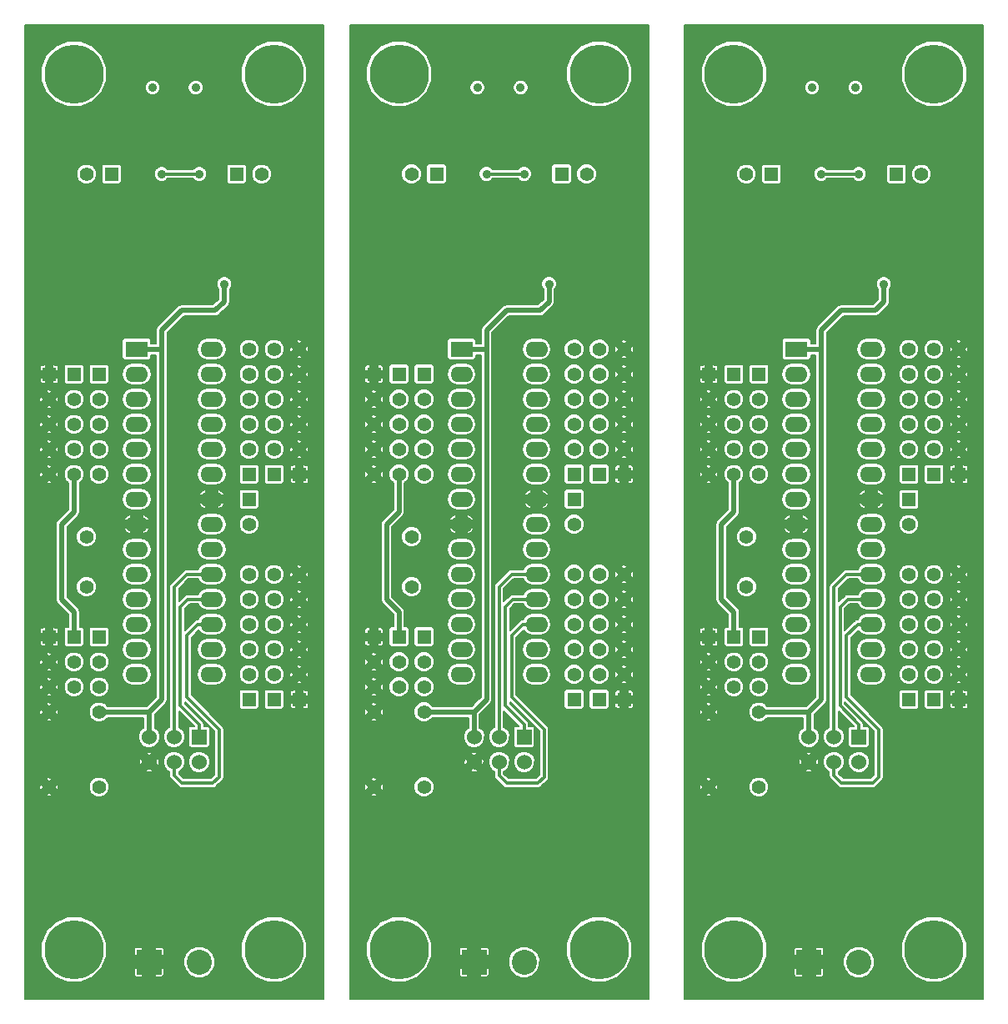
<source format=gbl>
G04 (created by PCBNEW (2012-12-10 BZR 3844)-stable) date Tue 18 Dec 2012 09:43:10 AM CET*
%MOIN*%
G04 Gerber Fmt 3.4, Leading zero omitted, Abs format*
%FSLAX34Y34*%
G01*
G70*
G90*
G04 APERTURE LIST*
%ADD10C,0.006*%
%ADD11R,0.06X0.06*%
%ADD12C,0.06*%
%ADD13C,0.0354*%
%ADD14C,0.2362*%
%ADD15R,0.1X0.1*%
%ADD16C,0.1*%
%ADD17O,0.09X0.062*%
%ADD18R,0.09X0.062*%
%ADD19R,0.055X0.055*%
%ADD20C,0.055*%
%ADD21C,0.056*%
%ADD22C,0.0197*%
%ADD23C,0.0118*%
%ADD24C,0.0067*%
G04 APERTURE END LIST*
G54D10*
G54D11*
X20493Y-28758D03*
G54D12*
X20493Y-29758D03*
X19493Y-28758D03*
X19493Y-29758D03*
X18493Y-28758D03*
X18493Y-29758D03*
G54D13*
X20358Y-2798D03*
X18627Y-2798D03*
G54D14*
X23493Y-37258D03*
X15493Y-37258D03*
X23493Y-2258D03*
X15493Y-2258D03*
G54D15*
X18493Y-37758D03*
G54D16*
X20493Y-37758D03*
G54D17*
X17993Y-14258D03*
X17993Y-15258D03*
X17993Y-16258D03*
X17993Y-17258D03*
X17993Y-18258D03*
X17993Y-19258D03*
X17993Y-20258D03*
X17993Y-21258D03*
X17993Y-22258D03*
X17993Y-23258D03*
X17993Y-24258D03*
X17993Y-25258D03*
X17993Y-26258D03*
G54D18*
X17993Y-13258D03*
G54D17*
X20993Y-26258D03*
X20993Y-25258D03*
X20993Y-24258D03*
X20993Y-23258D03*
X20993Y-22258D03*
X20993Y-21258D03*
X20993Y-20258D03*
X20993Y-19258D03*
X20993Y-18258D03*
X20993Y-17258D03*
X20993Y-16258D03*
X20993Y-15258D03*
X20993Y-14258D03*
X20993Y-13258D03*
G54D19*
X22493Y-19258D03*
G54D20*
X22493Y-20258D03*
G54D19*
X21993Y-6258D03*
G54D20*
X22993Y-6258D03*
G54D19*
X16493Y-24758D03*
G54D20*
X16493Y-25758D03*
X16493Y-26758D03*
G54D19*
X15493Y-24758D03*
G54D20*
X15493Y-25758D03*
X15493Y-26758D03*
G54D19*
X14493Y-24758D03*
G54D20*
X14493Y-25758D03*
X14493Y-26758D03*
G54D19*
X14493Y-14258D03*
G54D20*
X14493Y-15258D03*
X14493Y-16258D03*
X14493Y-17258D03*
X14493Y-18258D03*
G54D19*
X15493Y-14258D03*
G54D20*
X15493Y-15258D03*
X15493Y-16258D03*
X15493Y-17258D03*
X15493Y-18258D03*
G54D19*
X16493Y-14258D03*
G54D20*
X16493Y-15258D03*
X16493Y-16258D03*
X16493Y-17258D03*
X16493Y-18258D03*
G54D19*
X24493Y-18258D03*
G54D20*
X24493Y-17258D03*
X24493Y-16258D03*
X24493Y-15258D03*
X24493Y-14258D03*
X24493Y-13258D03*
G54D19*
X23493Y-18258D03*
G54D20*
X23493Y-17258D03*
X23493Y-16258D03*
X23493Y-15258D03*
X23493Y-14258D03*
X23493Y-13258D03*
G54D19*
X24493Y-27258D03*
G54D20*
X24493Y-26258D03*
X24493Y-25258D03*
X24493Y-24258D03*
X24493Y-23258D03*
X24493Y-22258D03*
G54D19*
X23493Y-27258D03*
G54D20*
X23493Y-26258D03*
X23493Y-25258D03*
X23493Y-24258D03*
X23493Y-23258D03*
X23493Y-22258D03*
G54D19*
X22493Y-18258D03*
G54D20*
X22493Y-17258D03*
X22493Y-16258D03*
X22493Y-15258D03*
X22493Y-14258D03*
X22493Y-13258D03*
G54D19*
X22493Y-27258D03*
G54D20*
X22493Y-26258D03*
X22493Y-25258D03*
X22493Y-24258D03*
X22493Y-23258D03*
X22493Y-22258D03*
X14493Y-27758D03*
X16493Y-27758D03*
X14493Y-30758D03*
X16493Y-30758D03*
G54D19*
X16993Y-6258D03*
G54D20*
X15993Y-6258D03*
G54D21*
X15993Y-20758D03*
X15993Y-22758D03*
G54D11*
X7502Y-28759D03*
G54D12*
X7502Y-29759D03*
X6502Y-28759D03*
X6502Y-29759D03*
X5502Y-28759D03*
X5502Y-29759D03*
G54D13*
X7367Y-2799D03*
X5636Y-2799D03*
G54D14*
X10502Y-37259D03*
X2502Y-37259D03*
X10502Y-2259D03*
X2502Y-2259D03*
G54D15*
X5502Y-37759D03*
G54D16*
X7502Y-37759D03*
G54D17*
X5002Y-14259D03*
X5002Y-15259D03*
X5002Y-16259D03*
X5002Y-17259D03*
X5002Y-18259D03*
X5002Y-19259D03*
X5002Y-20259D03*
X5002Y-21259D03*
X5002Y-22259D03*
X5002Y-23259D03*
X5002Y-24259D03*
X5002Y-25259D03*
X5002Y-26259D03*
G54D18*
X5002Y-13259D03*
G54D17*
X8002Y-26259D03*
X8002Y-25259D03*
X8002Y-24259D03*
X8002Y-23259D03*
X8002Y-22259D03*
X8002Y-21259D03*
X8002Y-20259D03*
X8002Y-19259D03*
X8002Y-18259D03*
X8002Y-17259D03*
X8002Y-16259D03*
X8002Y-15259D03*
X8002Y-14259D03*
X8002Y-13259D03*
G54D19*
X9502Y-19259D03*
G54D20*
X9502Y-20259D03*
G54D19*
X9002Y-6259D03*
G54D20*
X10002Y-6259D03*
G54D19*
X3502Y-24759D03*
G54D20*
X3502Y-25759D03*
X3502Y-26759D03*
G54D19*
X2502Y-24759D03*
G54D20*
X2502Y-25759D03*
X2502Y-26759D03*
G54D19*
X1502Y-24759D03*
G54D20*
X1502Y-25759D03*
X1502Y-26759D03*
G54D19*
X1502Y-14259D03*
G54D20*
X1502Y-15259D03*
X1502Y-16259D03*
X1502Y-17259D03*
X1502Y-18259D03*
G54D19*
X2502Y-14259D03*
G54D20*
X2502Y-15259D03*
X2502Y-16259D03*
X2502Y-17259D03*
X2502Y-18259D03*
G54D19*
X3502Y-14259D03*
G54D20*
X3502Y-15259D03*
X3502Y-16259D03*
X3502Y-17259D03*
X3502Y-18259D03*
G54D19*
X11502Y-18259D03*
G54D20*
X11502Y-17259D03*
X11502Y-16259D03*
X11502Y-15259D03*
X11502Y-14259D03*
X11502Y-13259D03*
G54D19*
X10502Y-18259D03*
G54D20*
X10502Y-17259D03*
X10502Y-16259D03*
X10502Y-15259D03*
X10502Y-14259D03*
X10502Y-13259D03*
G54D19*
X11502Y-27259D03*
G54D20*
X11502Y-26259D03*
X11502Y-25259D03*
X11502Y-24259D03*
X11502Y-23259D03*
X11502Y-22259D03*
G54D19*
X10502Y-27259D03*
G54D20*
X10502Y-26259D03*
X10502Y-25259D03*
X10502Y-24259D03*
X10502Y-23259D03*
X10502Y-22259D03*
G54D19*
X9502Y-18259D03*
G54D20*
X9502Y-17259D03*
X9502Y-16259D03*
X9502Y-15259D03*
X9502Y-14259D03*
X9502Y-13259D03*
G54D19*
X9502Y-27259D03*
G54D20*
X9502Y-26259D03*
X9502Y-25259D03*
X9502Y-24259D03*
X9502Y-23259D03*
X9502Y-22259D03*
X1502Y-27759D03*
X3502Y-27759D03*
X1502Y-30759D03*
X3502Y-30759D03*
G54D19*
X4002Y-6259D03*
G54D20*
X3002Y-6259D03*
G54D21*
X3002Y-20759D03*
X3002Y-22759D03*
X29379Y-20759D03*
X29379Y-22759D03*
G54D19*
X30379Y-6259D03*
G54D20*
X29379Y-6259D03*
X27879Y-27759D03*
X29879Y-27759D03*
X27879Y-30759D03*
X29879Y-30759D03*
G54D19*
X35879Y-27259D03*
G54D20*
X35879Y-26259D03*
X35879Y-25259D03*
X35879Y-24259D03*
X35879Y-23259D03*
X35879Y-22259D03*
G54D19*
X35879Y-18259D03*
G54D20*
X35879Y-17259D03*
X35879Y-16259D03*
X35879Y-15259D03*
X35879Y-14259D03*
X35879Y-13259D03*
G54D19*
X36879Y-27259D03*
G54D20*
X36879Y-26259D03*
X36879Y-25259D03*
X36879Y-24259D03*
X36879Y-23259D03*
X36879Y-22259D03*
G54D19*
X37879Y-27259D03*
G54D20*
X37879Y-26259D03*
X37879Y-25259D03*
X37879Y-24259D03*
X37879Y-23259D03*
X37879Y-22259D03*
G54D19*
X36879Y-18259D03*
G54D20*
X36879Y-17259D03*
X36879Y-16259D03*
X36879Y-15259D03*
X36879Y-14259D03*
X36879Y-13259D03*
G54D19*
X37879Y-18259D03*
G54D20*
X37879Y-17259D03*
X37879Y-16259D03*
X37879Y-15259D03*
X37879Y-14259D03*
X37879Y-13259D03*
G54D19*
X29879Y-14259D03*
G54D20*
X29879Y-15259D03*
X29879Y-16259D03*
X29879Y-17259D03*
X29879Y-18259D03*
G54D19*
X28879Y-14259D03*
G54D20*
X28879Y-15259D03*
X28879Y-16259D03*
X28879Y-17259D03*
X28879Y-18259D03*
G54D19*
X27879Y-14259D03*
G54D20*
X27879Y-15259D03*
X27879Y-16259D03*
X27879Y-17259D03*
X27879Y-18259D03*
G54D19*
X27879Y-24759D03*
G54D20*
X27879Y-25759D03*
X27879Y-26759D03*
G54D19*
X28879Y-24759D03*
G54D20*
X28879Y-25759D03*
X28879Y-26759D03*
G54D19*
X29879Y-24759D03*
G54D20*
X29879Y-25759D03*
X29879Y-26759D03*
G54D19*
X35379Y-6259D03*
G54D20*
X36379Y-6259D03*
G54D19*
X35879Y-19259D03*
G54D20*
X35879Y-20259D03*
G54D17*
X31379Y-14259D03*
X31379Y-15259D03*
X31379Y-16259D03*
X31379Y-17259D03*
X31379Y-18259D03*
X31379Y-19259D03*
X31379Y-20259D03*
X31379Y-21259D03*
X31379Y-22259D03*
X31379Y-23259D03*
X31379Y-24259D03*
X31379Y-25259D03*
X31379Y-26259D03*
G54D18*
X31379Y-13259D03*
G54D17*
X34379Y-26259D03*
X34379Y-25259D03*
X34379Y-24259D03*
X34379Y-23259D03*
X34379Y-22259D03*
X34379Y-21259D03*
X34379Y-20259D03*
X34379Y-19259D03*
X34379Y-18259D03*
X34379Y-17259D03*
X34379Y-16259D03*
X34379Y-15259D03*
X34379Y-14259D03*
X34379Y-13259D03*
G54D15*
X31879Y-37759D03*
G54D16*
X33879Y-37759D03*
G54D14*
X28879Y-2259D03*
X36879Y-2259D03*
X28879Y-37259D03*
X36879Y-37259D03*
G54D13*
X33744Y-2799D03*
X32013Y-2799D03*
G54D11*
X33879Y-28759D03*
G54D12*
X33879Y-29759D03*
X32879Y-28759D03*
X32879Y-29759D03*
X31879Y-28759D03*
X31879Y-29759D03*
G54D13*
X20493Y-6258D03*
X18993Y-6258D03*
X7502Y-6259D03*
X6002Y-6259D03*
X32379Y-6259D03*
X33879Y-6259D03*
X21493Y-10658D03*
X8502Y-10659D03*
X34879Y-10659D03*
G54D22*
X15493Y-19758D02*
X14993Y-20258D01*
X15493Y-18258D02*
X15493Y-19758D01*
X14993Y-23258D02*
X15493Y-23758D01*
X14993Y-20258D02*
X14993Y-23258D01*
X15493Y-23758D02*
X15493Y-24758D01*
X2502Y-19759D02*
X2002Y-20259D01*
X2502Y-18259D02*
X2502Y-19759D01*
X2002Y-23259D02*
X2502Y-23759D01*
X2002Y-20259D02*
X2002Y-23259D01*
X2502Y-23759D02*
X2502Y-24759D01*
X28879Y-23759D02*
X28879Y-24759D01*
X28379Y-20259D02*
X28379Y-23259D01*
X28379Y-23259D02*
X28879Y-23759D01*
X28879Y-18259D02*
X28879Y-19759D01*
X28879Y-19759D02*
X28379Y-20259D01*
G54D23*
X19743Y-27308D02*
X19743Y-23558D01*
X20493Y-28258D02*
X19743Y-27508D01*
X19743Y-27508D02*
X19743Y-27308D01*
X20493Y-28258D02*
X20493Y-28758D01*
X19743Y-23558D02*
X20043Y-23258D01*
X20993Y-23258D02*
X20043Y-23258D01*
X6752Y-27309D02*
X6752Y-23559D01*
X7502Y-28259D02*
X6752Y-27509D01*
X6752Y-27509D02*
X6752Y-27309D01*
X7502Y-28259D02*
X7502Y-28759D01*
X6752Y-23559D02*
X7052Y-23259D01*
X8002Y-23259D02*
X7052Y-23259D01*
X34379Y-23259D02*
X33429Y-23259D01*
X33129Y-23559D02*
X33429Y-23259D01*
X33879Y-28259D02*
X33879Y-28759D01*
X33129Y-27509D02*
X33129Y-27309D01*
X33879Y-28259D02*
X33129Y-27509D01*
X33129Y-27309D02*
X33129Y-23559D01*
X19993Y-24708D02*
X20443Y-24258D01*
X20443Y-24258D02*
X20993Y-24258D01*
X21293Y-30358D02*
X21293Y-28458D01*
X19493Y-30308D02*
X19793Y-30608D01*
X19793Y-30608D02*
X21043Y-30608D01*
X21043Y-30608D02*
X21293Y-30358D01*
X19493Y-29758D02*
X19493Y-30308D01*
X21293Y-28458D02*
X19993Y-27158D01*
X19993Y-27158D02*
X19993Y-24708D01*
X7002Y-24709D02*
X7452Y-24259D01*
X7452Y-24259D02*
X8002Y-24259D01*
X8302Y-30359D02*
X8302Y-28459D01*
X6502Y-30309D02*
X6802Y-30609D01*
X6802Y-30609D02*
X8052Y-30609D01*
X8052Y-30609D02*
X8302Y-30359D01*
X6502Y-29759D02*
X6502Y-30309D01*
X8302Y-28459D02*
X7002Y-27159D01*
X7002Y-27159D02*
X7002Y-24709D01*
X33379Y-27159D02*
X33379Y-24709D01*
X34679Y-28459D02*
X33379Y-27159D01*
X32879Y-29759D02*
X32879Y-30309D01*
X34429Y-30609D02*
X34679Y-30359D01*
X33179Y-30609D02*
X34429Y-30609D01*
X32879Y-30309D02*
X33179Y-30609D01*
X34679Y-30359D02*
X34679Y-28459D01*
X33829Y-24259D02*
X34379Y-24259D01*
X33379Y-24709D02*
X33829Y-24259D01*
X20493Y-6258D02*
X18993Y-6258D01*
X7502Y-6259D02*
X6002Y-6259D01*
X33879Y-6259D02*
X32379Y-6259D01*
G54D22*
X18493Y-27758D02*
X18993Y-27258D01*
X16493Y-27758D02*
X18493Y-27758D01*
X18993Y-27258D02*
X18993Y-13758D01*
G54D23*
X21493Y-10658D02*
X21493Y-11358D01*
X18993Y-12508D02*
X19793Y-11708D01*
X19793Y-11708D02*
X21143Y-11708D01*
X21143Y-11708D02*
X21493Y-11358D01*
X18993Y-13258D02*
X18993Y-13758D01*
X18993Y-12508D02*
X18993Y-13258D01*
G54D22*
X17993Y-13258D02*
X18993Y-13258D01*
X18993Y-13258D02*
X18993Y-13758D01*
X18993Y-12508D02*
X19793Y-11708D01*
X18993Y-13258D02*
X18993Y-12508D01*
X21143Y-11708D02*
X21493Y-11358D01*
X19793Y-11708D02*
X21143Y-11708D01*
X21493Y-11358D02*
X21493Y-10658D01*
X18493Y-28758D02*
X18493Y-27758D01*
X5502Y-27759D02*
X6002Y-27259D01*
X3502Y-27759D02*
X5502Y-27759D01*
X6002Y-27259D02*
X6002Y-13759D01*
G54D23*
X8502Y-10659D02*
X8502Y-11359D01*
X6002Y-12509D02*
X6802Y-11709D01*
X6802Y-11709D02*
X8152Y-11709D01*
X8152Y-11709D02*
X8502Y-11359D01*
X6002Y-13259D02*
X6002Y-13759D01*
X6002Y-12509D02*
X6002Y-13259D01*
G54D22*
X5002Y-13259D02*
X6002Y-13259D01*
X6002Y-13259D02*
X6002Y-13759D01*
X6002Y-12509D02*
X6802Y-11709D01*
X6002Y-13259D02*
X6002Y-12509D01*
X8152Y-11709D02*
X8502Y-11359D01*
X6802Y-11709D02*
X8152Y-11709D01*
X8502Y-11359D02*
X8502Y-10659D01*
X5502Y-28759D02*
X5502Y-27759D01*
X31879Y-28759D02*
X31879Y-27759D01*
X34879Y-11359D02*
X34879Y-10659D01*
X33179Y-11709D02*
X34529Y-11709D01*
X34529Y-11709D02*
X34879Y-11359D01*
X32379Y-13259D02*
X32379Y-12509D01*
X32379Y-12509D02*
X33179Y-11709D01*
X32379Y-13259D02*
X32379Y-13759D01*
X31379Y-13259D02*
X32379Y-13259D01*
G54D23*
X32379Y-12509D02*
X32379Y-13259D01*
X32379Y-13259D02*
X32379Y-13759D01*
X34529Y-11709D02*
X34879Y-11359D01*
X33179Y-11709D02*
X34529Y-11709D01*
X32379Y-12509D02*
X33179Y-11709D01*
X34879Y-10659D02*
X34879Y-11359D01*
G54D22*
X32379Y-27259D02*
X32379Y-13759D01*
X29879Y-27759D02*
X31879Y-27759D01*
X31879Y-27759D02*
X32379Y-27259D01*
G54D23*
X19493Y-22758D02*
X19993Y-22258D01*
X19993Y-22258D02*
X20993Y-22258D01*
X19493Y-28758D02*
X19493Y-22758D01*
X6502Y-22759D02*
X7002Y-22259D01*
X7002Y-22259D02*
X8002Y-22259D01*
X6502Y-28759D02*
X6502Y-22759D01*
X32879Y-28759D02*
X32879Y-22759D01*
X33379Y-22259D02*
X34379Y-22259D01*
X32879Y-22759D02*
X33379Y-22259D01*
G54D10*
G36*
X38846Y-39226D02*
X38257Y-39226D01*
X38257Y-26209D01*
X38257Y-25209D01*
X38257Y-24209D01*
X38257Y-23209D01*
X38257Y-22209D01*
X38257Y-17209D01*
X38257Y-16209D01*
X38257Y-15209D01*
X38257Y-14209D01*
X38257Y-13209D01*
X38247Y-13161D01*
X38209Y-13123D01*
X38192Y-13140D01*
X38192Y-2521D01*
X38192Y-1999D01*
X37993Y-1516D01*
X37624Y-1146D01*
X37141Y-946D01*
X36619Y-946D01*
X36136Y-1145D01*
X35766Y-1514D01*
X35566Y-1997D01*
X35566Y-2519D01*
X35765Y-3002D01*
X36134Y-3372D01*
X36617Y-3572D01*
X37139Y-3572D01*
X37622Y-3373D01*
X37992Y-3004D01*
X38192Y-2521D01*
X38192Y-13140D01*
X38073Y-13259D01*
X38209Y-13395D01*
X38247Y-13357D01*
X38257Y-13209D01*
X38257Y-14209D01*
X38247Y-14161D01*
X38209Y-14123D01*
X38073Y-14259D01*
X38209Y-14395D01*
X38247Y-14357D01*
X38257Y-14209D01*
X38257Y-15209D01*
X38247Y-15161D01*
X38209Y-15123D01*
X38073Y-15259D01*
X38209Y-15395D01*
X38247Y-15357D01*
X38257Y-15209D01*
X38257Y-16209D01*
X38247Y-16161D01*
X38209Y-16123D01*
X38073Y-16259D01*
X38209Y-16395D01*
X38247Y-16357D01*
X38257Y-16209D01*
X38257Y-17209D01*
X38247Y-17161D01*
X38209Y-17123D01*
X38073Y-17259D01*
X38209Y-17395D01*
X38247Y-17357D01*
X38257Y-17209D01*
X38257Y-22209D01*
X38254Y-22194D01*
X38254Y-18421D01*
X38254Y-18097D01*
X38253Y-17964D01*
X38238Y-17928D01*
X38210Y-17900D01*
X38173Y-17885D01*
X38134Y-17885D01*
X38041Y-17884D01*
X38016Y-17909D01*
X38016Y-18122D01*
X38229Y-18122D01*
X38254Y-18097D01*
X38254Y-18421D01*
X38229Y-18396D01*
X38016Y-18396D01*
X38016Y-18609D01*
X38041Y-18634D01*
X38134Y-18633D01*
X38173Y-18633D01*
X38210Y-18618D01*
X38238Y-18590D01*
X38253Y-18554D01*
X38254Y-18421D01*
X38254Y-22194D01*
X38247Y-22161D01*
X38209Y-22123D01*
X38073Y-22259D01*
X38209Y-22395D01*
X38247Y-22357D01*
X38257Y-22209D01*
X38257Y-23209D01*
X38247Y-23161D01*
X38209Y-23123D01*
X38073Y-23259D01*
X38209Y-23395D01*
X38247Y-23357D01*
X38257Y-23209D01*
X38257Y-24209D01*
X38247Y-24161D01*
X38209Y-24123D01*
X38073Y-24259D01*
X38209Y-24395D01*
X38247Y-24357D01*
X38257Y-24209D01*
X38257Y-25209D01*
X38247Y-25161D01*
X38209Y-25123D01*
X38073Y-25259D01*
X38209Y-25395D01*
X38247Y-25357D01*
X38257Y-25209D01*
X38257Y-26209D01*
X38247Y-26161D01*
X38209Y-26123D01*
X38073Y-26259D01*
X38209Y-26395D01*
X38247Y-26357D01*
X38257Y-26209D01*
X38257Y-39226D01*
X38254Y-39226D01*
X38254Y-27421D01*
X38254Y-27097D01*
X38253Y-26964D01*
X38238Y-26928D01*
X38210Y-26900D01*
X38173Y-26885D01*
X38134Y-26885D01*
X38041Y-26884D01*
X38016Y-26909D01*
X38016Y-27122D01*
X38229Y-27122D01*
X38254Y-27097D01*
X38254Y-27421D01*
X38229Y-27396D01*
X38016Y-27396D01*
X38016Y-27609D01*
X38041Y-27634D01*
X38134Y-27633D01*
X38173Y-27633D01*
X38210Y-27618D01*
X38238Y-27590D01*
X38253Y-27554D01*
X38254Y-27421D01*
X38254Y-39226D01*
X38192Y-39226D01*
X38192Y-37521D01*
X38192Y-36999D01*
X38015Y-36569D01*
X38015Y-26589D01*
X38015Y-25929D01*
X38015Y-25589D01*
X38015Y-24929D01*
X38015Y-24589D01*
X38015Y-23929D01*
X38015Y-23589D01*
X38015Y-22929D01*
X38015Y-22589D01*
X38015Y-21929D01*
X38015Y-17589D01*
X38015Y-16929D01*
X38015Y-16589D01*
X38015Y-15929D01*
X38015Y-15589D01*
X38015Y-14929D01*
X38015Y-14589D01*
X38015Y-13929D01*
X38015Y-13589D01*
X38015Y-12929D01*
X37977Y-12891D01*
X37829Y-12881D01*
X37781Y-12891D01*
X37743Y-12929D01*
X37879Y-13065D01*
X38015Y-12929D01*
X38015Y-13589D01*
X37879Y-13453D01*
X37743Y-13589D01*
X37781Y-13627D01*
X37929Y-13637D01*
X37977Y-13627D01*
X38015Y-13589D01*
X38015Y-13929D01*
X37977Y-13891D01*
X37829Y-13881D01*
X37781Y-13891D01*
X37743Y-13929D01*
X37879Y-14065D01*
X38015Y-13929D01*
X38015Y-14589D01*
X37879Y-14453D01*
X37743Y-14589D01*
X37781Y-14627D01*
X37929Y-14637D01*
X37977Y-14627D01*
X38015Y-14589D01*
X38015Y-14929D01*
X37977Y-14891D01*
X37829Y-14881D01*
X37781Y-14891D01*
X37743Y-14929D01*
X37879Y-15065D01*
X38015Y-14929D01*
X38015Y-15589D01*
X37879Y-15453D01*
X37743Y-15589D01*
X37781Y-15627D01*
X37929Y-15637D01*
X37977Y-15627D01*
X38015Y-15589D01*
X38015Y-15929D01*
X37977Y-15891D01*
X37829Y-15881D01*
X37781Y-15891D01*
X37743Y-15929D01*
X37879Y-16065D01*
X38015Y-15929D01*
X38015Y-16589D01*
X37879Y-16453D01*
X37743Y-16589D01*
X37781Y-16627D01*
X37929Y-16637D01*
X37977Y-16627D01*
X38015Y-16589D01*
X38015Y-16929D01*
X37977Y-16891D01*
X37829Y-16881D01*
X37781Y-16891D01*
X37743Y-16929D01*
X37879Y-17065D01*
X38015Y-16929D01*
X38015Y-17589D01*
X37879Y-17453D01*
X37743Y-17589D01*
X37781Y-17627D01*
X37929Y-17637D01*
X37977Y-17627D01*
X38015Y-17589D01*
X38015Y-21929D01*
X37977Y-21891D01*
X37829Y-21881D01*
X37781Y-21891D01*
X37743Y-21929D01*
X37879Y-22065D01*
X38015Y-21929D01*
X38015Y-22589D01*
X37879Y-22453D01*
X37743Y-22589D01*
X37781Y-22627D01*
X37929Y-22637D01*
X37977Y-22627D01*
X38015Y-22589D01*
X38015Y-22929D01*
X37977Y-22891D01*
X37829Y-22881D01*
X37781Y-22891D01*
X37743Y-22929D01*
X37879Y-23065D01*
X38015Y-22929D01*
X38015Y-23589D01*
X37879Y-23453D01*
X37743Y-23589D01*
X37781Y-23627D01*
X37929Y-23637D01*
X37977Y-23627D01*
X38015Y-23589D01*
X38015Y-23929D01*
X37977Y-23891D01*
X37829Y-23881D01*
X37781Y-23891D01*
X37743Y-23929D01*
X37879Y-24065D01*
X38015Y-23929D01*
X38015Y-24589D01*
X37879Y-24453D01*
X37743Y-24589D01*
X37781Y-24627D01*
X37929Y-24637D01*
X37977Y-24627D01*
X38015Y-24589D01*
X38015Y-24929D01*
X37977Y-24891D01*
X37829Y-24881D01*
X37781Y-24891D01*
X37743Y-24929D01*
X37879Y-25065D01*
X38015Y-24929D01*
X38015Y-25589D01*
X37879Y-25453D01*
X37743Y-25589D01*
X37781Y-25627D01*
X37929Y-25637D01*
X37977Y-25627D01*
X38015Y-25589D01*
X38015Y-25929D01*
X37977Y-25891D01*
X37829Y-25881D01*
X37781Y-25891D01*
X37743Y-25929D01*
X37879Y-26065D01*
X38015Y-25929D01*
X38015Y-26589D01*
X37879Y-26453D01*
X37743Y-26589D01*
X37781Y-26627D01*
X37929Y-26637D01*
X37977Y-26627D01*
X38015Y-26589D01*
X38015Y-36569D01*
X37993Y-36516D01*
X37742Y-36264D01*
X37742Y-27609D01*
X37742Y-27396D01*
X37742Y-27122D01*
X37742Y-26909D01*
X37742Y-18609D01*
X37742Y-18396D01*
X37742Y-18122D01*
X37742Y-17909D01*
X37717Y-17884D01*
X37685Y-17884D01*
X37685Y-17259D01*
X37685Y-16259D01*
X37685Y-15259D01*
X37685Y-14259D01*
X37685Y-13259D01*
X37549Y-13123D01*
X37511Y-13161D01*
X37501Y-13309D01*
X37511Y-13357D01*
X37549Y-13395D01*
X37685Y-13259D01*
X37685Y-14259D01*
X37549Y-14123D01*
X37511Y-14161D01*
X37501Y-14309D01*
X37511Y-14357D01*
X37549Y-14395D01*
X37685Y-14259D01*
X37685Y-15259D01*
X37549Y-15123D01*
X37511Y-15161D01*
X37501Y-15309D01*
X37511Y-15357D01*
X37549Y-15395D01*
X37685Y-15259D01*
X37685Y-16259D01*
X37549Y-16123D01*
X37511Y-16161D01*
X37501Y-16309D01*
X37511Y-16357D01*
X37549Y-16395D01*
X37685Y-16259D01*
X37685Y-17259D01*
X37549Y-17123D01*
X37511Y-17161D01*
X37501Y-17309D01*
X37511Y-17357D01*
X37549Y-17395D01*
X37685Y-17259D01*
X37685Y-17884D01*
X37624Y-17885D01*
X37585Y-17885D01*
X37548Y-17900D01*
X37520Y-17928D01*
X37505Y-17964D01*
X37504Y-18097D01*
X37529Y-18122D01*
X37742Y-18122D01*
X37742Y-18396D01*
X37529Y-18396D01*
X37504Y-18421D01*
X37505Y-18554D01*
X37520Y-18590D01*
X37548Y-18618D01*
X37585Y-18633D01*
X37624Y-18633D01*
X37717Y-18634D01*
X37742Y-18609D01*
X37742Y-26909D01*
X37717Y-26884D01*
X37685Y-26884D01*
X37685Y-26259D01*
X37685Y-25259D01*
X37685Y-24259D01*
X37685Y-23259D01*
X37685Y-22259D01*
X37549Y-22123D01*
X37511Y-22161D01*
X37501Y-22309D01*
X37511Y-22357D01*
X37549Y-22395D01*
X37685Y-22259D01*
X37685Y-23259D01*
X37549Y-23123D01*
X37511Y-23161D01*
X37501Y-23309D01*
X37511Y-23357D01*
X37549Y-23395D01*
X37685Y-23259D01*
X37685Y-24259D01*
X37549Y-24123D01*
X37511Y-24161D01*
X37501Y-24309D01*
X37511Y-24357D01*
X37549Y-24395D01*
X37685Y-24259D01*
X37685Y-25259D01*
X37549Y-25123D01*
X37511Y-25161D01*
X37501Y-25309D01*
X37511Y-25357D01*
X37549Y-25395D01*
X37685Y-25259D01*
X37685Y-26259D01*
X37549Y-26123D01*
X37511Y-26161D01*
X37501Y-26309D01*
X37511Y-26357D01*
X37549Y-26395D01*
X37685Y-26259D01*
X37685Y-26884D01*
X37624Y-26885D01*
X37585Y-26885D01*
X37548Y-26900D01*
X37520Y-26928D01*
X37505Y-26964D01*
X37504Y-27097D01*
X37529Y-27122D01*
X37742Y-27122D01*
X37742Y-27396D01*
X37529Y-27396D01*
X37504Y-27421D01*
X37505Y-27554D01*
X37520Y-27590D01*
X37548Y-27618D01*
X37585Y-27633D01*
X37624Y-27633D01*
X37717Y-27634D01*
X37742Y-27609D01*
X37742Y-36264D01*
X37624Y-36146D01*
X37286Y-36006D01*
X37286Y-27560D01*
X37286Y-27508D01*
X37286Y-26958D01*
X37286Y-26340D01*
X37286Y-26178D01*
X37286Y-25340D01*
X37286Y-25178D01*
X37286Y-24340D01*
X37286Y-24178D01*
X37286Y-23340D01*
X37286Y-23178D01*
X37286Y-22340D01*
X37286Y-22178D01*
X37286Y-18560D01*
X37286Y-18508D01*
X37286Y-17958D01*
X37286Y-17340D01*
X37286Y-17178D01*
X37286Y-16340D01*
X37286Y-16178D01*
X37286Y-15340D01*
X37286Y-15178D01*
X37286Y-14340D01*
X37286Y-14178D01*
X37286Y-13340D01*
X37286Y-13178D01*
X37224Y-13029D01*
X37110Y-12914D01*
X36960Y-12852D01*
X36798Y-12852D01*
X36786Y-12856D01*
X36786Y-6340D01*
X36786Y-6178D01*
X36724Y-6029D01*
X36610Y-5914D01*
X36460Y-5852D01*
X36298Y-5852D01*
X36149Y-5914D01*
X36034Y-6028D01*
X35972Y-6178D01*
X35972Y-6340D01*
X36034Y-6489D01*
X36148Y-6604D01*
X36298Y-6666D01*
X36460Y-6666D01*
X36609Y-6604D01*
X36724Y-6490D01*
X36786Y-6340D01*
X36786Y-12856D01*
X36649Y-12914D01*
X36534Y-13028D01*
X36472Y-13178D01*
X36472Y-13340D01*
X36534Y-13489D01*
X36648Y-13604D01*
X36798Y-13666D01*
X36960Y-13666D01*
X37109Y-13604D01*
X37224Y-13490D01*
X37286Y-13340D01*
X37286Y-14178D01*
X37224Y-14029D01*
X37110Y-13914D01*
X36960Y-13852D01*
X36798Y-13852D01*
X36649Y-13914D01*
X36534Y-14028D01*
X36472Y-14178D01*
X36472Y-14340D01*
X36534Y-14489D01*
X36648Y-14604D01*
X36798Y-14666D01*
X36960Y-14666D01*
X37109Y-14604D01*
X37224Y-14490D01*
X37286Y-14340D01*
X37286Y-15178D01*
X37224Y-15029D01*
X37110Y-14914D01*
X36960Y-14852D01*
X36798Y-14852D01*
X36649Y-14914D01*
X36534Y-15028D01*
X36472Y-15178D01*
X36472Y-15340D01*
X36534Y-15489D01*
X36648Y-15604D01*
X36798Y-15666D01*
X36960Y-15666D01*
X37109Y-15604D01*
X37224Y-15490D01*
X37286Y-15340D01*
X37286Y-16178D01*
X37224Y-16029D01*
X37110Y-15914D01*
X36960Y-15852D01*
X36798Y-15852D01*
X36649Y-15914D01*
X36534Y-16028D01*
X36472Y-16178D01*
X36472Y-16340D01*
X36534Y-16489D01*
X36648Y-16604D01*
X36798Y-16666D01*
X36960Y-16666D01*
X37109Y-16604D01*
X37224Y-16490D01*
X37286Y-16340D01*
X37286Y-17178D01*
X37224Y-17029D01*
X37110Y-16914D01*
X36960Y-16852D01*
X36798Y-16852D01*
X36649Y-16914D01*
X36534Y-17028D01*
X36472Y-17178D01*
X36472Y-17340D01*
X36534Y-17489D01*
X36648Y-17604D01*
X36798Y-17666D01*
X36960Y-17666D01*
X37109Y-17604D01*
X37224Y-17490D01*
X37286Y-17340D01*
X37286Y-17958D01*
X37266Y-17909D01*
X37229Y-17872D01*
X37180Y-17852D01*
X37128Y-17852D01*
X36578Y-17852D01*
X36529Y-17872D01*
X36492Y-17909D01*
X36472Y-17958D01*
X36472Y-18010D01*
X36472Y-18560D01*
X36492Y-18609D01*
X36529Y-18646D01*
X36578Y-18666D01*
X36630Y-18666D01*
X37180Y-18666D01*
X37229Y-18646D01*
X37266Y-18609D01*
X37286Y-18560D01*
X37286Y-22178D01*
X37224Y-22029D01*
X37110Y-21914D01*
X36960Y-21852D01*
X36798Y-21852D01*
X36649Y-21914D01*
X36534Y-22028D01*
X36472Y-22178D01*
X36472Y-22340D01*
X36534Y-22489D01*
X36648Y-22604D01*
X36798Y-22666D01*
X36960Y-22666D01*
X37109Y-22604D01*
X37224Y-22490D01*
X37286Y-22340D01*
X37286Y-23178D01*
X37224Y-23029D01*
X37110Y-22914D01*
X36960Y-22852D01*
X36798Y-22852D01*
X36649Y-22914D01*
X36534Y-23028D01*
X36472Y-23178D01*
X36472Y-23340D01*
X36534Y-23489D01*
X36648Y-23604D01*
X36798Y-23666D01*
X36960Y-23666D01*
X37109Y-23604D01*
X37224Y-23490D01*
X37286Y-23340D01*
X37286Y-24178D01*
X37224Y-24029D01*
X37110Y-23914D01*
X36960Y-23852D01*
X36798Y-23852D01*
X36649Y-23914D01*
X36534Y-24028D01*
X36472Y-24178D01*
X36472Y-24340D01*
X36534Y-24489D01*
X36648Y-24604D01*
X36798Y-24666D01*
X36960Y-24666D01*
X37109Y-24604D01*
X37224Y-24490D01*
X37286Y-24340D01*
X37286Y-25178D01*
X37224Y-25029D01*
X37110Y-24914D01*
X36960Y-24852D01*
X36798Y-24852D01*
X36649Y-24914D01*
X36534Y-25028D01*
X36472Y-25178D01*
X36472Y-25340D01*
X36534Y-25489D01*
X36648Y-25604D01*
X36798Y-25666D01*
X36960Y-25666D01*
X37109Y-25604D01*
X37224Y-25490D01*
X37286Y-25340D01*
X37286Y-26178D01*
X37224Y-26029D01*
X37110Y-25914D01*
X36960Y-25852D01*
X36798Y-25852D01*
X36649Y-25914D01*
X36534Y-26028D01*
X36472Y-26178D01*
X36472Y-26340D01*
X36534Y-26489D01*
X36648Y-26604D01*
X36798Y-26666D01*
X36960Y-26666D01*
X37109Y-26604D01*
X37224Y-26490D01*
X37286Y-26340D01*
X37286Y-26958D01*
X37266Y-26909D01*
X37229Y-26872D01*
X37180Y-26852D01*
X37128Y-26852D01*
X36578Y-26852D01*
X36529Y-26872D01*
X36492Y-26909D01*
X36472Y-26958D01*
X36472Y-27010D01*
X36472Y-27560D01*
X36492Y-27609D01*
X36529Y-27646D01*
X36578Y-27666D01*
X36630Y-27666D01*
X37180Y-27666D01*
X37229Y-27646D01*
X37266Y-27609D01*
X37286Y-27560D01*
X37286Y-36006D01*
X37141Y-35946D01*
X36619Y-35946D01*
X36286Y-36083D01*
X36286Y-27560D01*
X36286Y-27508D01*
X36286Y-26958D01*
X36286Y-26340D01*
X36286Y-26178D01*
X36286Y-25340D01*
X36286Y-25178D01*
X36286Y-24340D01*
X36286Y-24178D01*
X36286Y-23340D01*
X36286Y-23178D01*
X36286Y-22340D01*
X36286Y-22178D01*
X36286Y-20340D01*
X36286Y-20178D01*
X36286Y-19560D01*
X36286Y-19508D01*
X36286Y-18958D01*
X36286Y-18560D01*
X36286Y-18508D01*
X36286Y-17958D01*
X36286Y-17340D01*
X36286Y-17178D01*
X36286Y-16340D01*
X36286Y-16178D01*
X36286Y-15340D01*
X36286Y-15178D01*
X36286Y-14340D01*
X36286Y-14178D01*
X36286Y-13340D01*
X36286Y-13178D01*
X36224Y-13029D01*
X36110Y-12914D01*
X35960Y-12852D01*
X35798Y-12852D01*
X35786Y-12856D01*
X35786Y-6560D01*
X35786Y-6508D01*
X35786Y-5958D01*
X35766Y-5909D01*
X35729Y-5872D01*
X35680Y-5852D01*
X35628Y-5852D01*
X35078Y-5852D01*
X35029Y-5872D01*
X34992Y-5909D01*
X34972Y-5958D01*
X34972Y-6010D01*
X34972Y-6560D01*
X34992Y-6609D01*
X35029Y-6646D01*
X35078Y-6666D01*
X35130Y-6666D01*
X35680Y-6666D01*
X35729Y-6646D01*
X35766Y-6609D01*
X35786Y-6560D01*
X35786Y-12856D01*
X35649Y-12914D01*
X35534Y-13028D01*
X35472Y-13178D01*
X35472Y-13340D01*
X35534Y-13489D01*
X35648Y-13604D01*
X35798Y-13666D01*
X35960Y-13666D01*
X36109Y-13604D01*
X36224Y-13490D01*
X36286Y-13340D01*
X36286Y-14178D01*
X36224Y-14029D01*
X36110Y-13914D01*
X35960Y-13852D01*
X35798Y-13852D01*
X35649Y-13914D01*
X35534Y-14028D01*
X35472Y-14178D01*
X35472Y-14340D01*
X35534Y-14489D01*
X35648Y-14604D01*
X35798Y-14666D01*
X35960Y-14666D01*
X36109Y-14604D01*
X36224Y-14490D01*
X36286Y-14340D01*
X36286Y-15178D01*
X36224Y-15029D01*
X36110Y-14914D01*
X35960Y-14852D01*
X35798Y-14852D01*
X35649Y-14914D01*
X35534Y-15028D01*
X35472Y-15178D01*
X35472Y-15340D01*
X35534Y-15489D01*
X35648Y-15604D01*
X35798Y-15666D01*
X35960Y-15666D01*
X36109Y-15604D01*
X36224Y-15490D01*
X36286Y-15340D01*
X36286Y-16178D01*
X36224Y-16029D01*
X36110Y-15914D01*
X35960Y-15852D01*
X35798Y-15852D01*
X35649Y-15914D01*
X35534Y-16028D01*
X35472Y-16178D01*
X35472Y-16340D01*
X35534Y-16489D01*
X35648Y-16604D01*
X35798Y-16666D01*
X35960Y-16666D01*
X36109Y-16604D01*
X36224Y-16490D01*
X36286Y-16340D01*
X36286Y-17178D01*
X36224Y-17029D01*
X36110Y-16914D01*
X35960Y-16852D01*
X35798Y-16852D01*
X35649Y-16914D01*
X35534Y-17028D01*
X35472Y-17178D01*
X35472Y-17340D01*
X35534Y-17489D01*
X35648Y-17604D01*
X35798Y-17666D01*
X35960Y-17666D01*
X36109Y-17604D01*
X36224Y-17490D01*
X36286Y-17340D01*
X36286Y-17958D01*
X36266Y-17909D01*
X36229Y-17872D01*
X36180Y-17852D01*
X36128Y-17852D01*
X35578Y-17852D01*
X35529Y-17872D01*
X35492Y-17909D01*
X35472Y-17958D01*
X35472Y-18010D01*
X35472Y-18560D01*
X35492Y-18609D01*
X35529Y-18646D01*
X35578Y-18666D01*
X35630Y-18666D01*
X36180Y-18666D01*
X36229Y-18646D01*
X36266Y-18609D01*
X36286Y-18560D01*
X36286Y-18958D01*
X36266Y-18909D01*
X36229Y-18872D01*
X36180Y-18852D01*
X36128Y-18852D01*
X35578Y-18852D01*
X35529Y-18872D01*
X35492Y-18909D01*
X35472Y-18958D01*
X35472Y-19010D01*
X35472Y-19560D01*
X35492Y-19609D01*
X35529Y-19646D01*
X35578Y-19666D01*
X35630Y-19666D01*
X36180Y-19666D01*
X36229Y-19646D01*
X36266Y-19609D01*
X36286Y-19560D01*
X36286Y-20178D01*
X36224Y-20029D01*
X36110Y-19914D01*
X35960Y-19852D01*
X35798Y-19852D01*
X35649Y-19914D01*
X35534Y-20028D01*
X35472Y-20178D01*
X35472Y-20340D01*
X35534Y-20489D01*
X35648Y-20604D01*
X35798Y-20666D01*
X35960Y-20666D01*
X36109Y-20604D01*
X36224Y-20490D01*
X36286Y-20340D01*
X36286Y-22178D01*
X36224Y-22029D01*
X36110Y-21914D01*
X35960Y-21852D01*
X35798Y-21852D01*
X35649Y-21914D01*
X35534Y-22028D01*
X35472Y-22178D01*
X35472Y-22340D01*
X35534Y-22489D01*
X35648Y-22604D01*
X35798Y-22666D01*
X35960Y-22666D01*
X36109Y-22604D01*
X36224Y-22490D01*
X36286Y-22340D01*
X36286Y-23178D01*
X36224Y-23029D01*
X36110Y-22914D01*
X35960Y-22852D01*
X35798Y-22852D01*
X35649Y-22914D01*
X35534Y-23028D01*
X35472Y-23178D01*
X35472Y-23340D01*
X35534Y-23489D01*
X35648Y-23604D01*
X35798Y-23666D01*
X35960Y-23666D01*
X36109Y-23604D01*
X36224Y-23490D01*
X36286Y-23340D01*
X36286Y-24178D01*
X36224Y-24029D01*
X36110Y-23914D01*
X35960Y-23852D01*
X35798Y-23852D01*
X35649Y-23914D01*
X35534Y-24028D01*
X35472Y-24178D01*
X35472Y-24340D01*
X35534Y-24489D01*
X35648Y-24604D01*
X35798Y-24666D01*
X35960Y-24666D01*
X36109Y-24604D01*
X36224Y-24490D01*
X36286Y-24340D01*
X36286Y-25178D01*
X36224Y-25029D01*
X36110Y-24914D01*
X35960Y-24852D01*
X35798Y-24852D01*
X35649Y-24914D01*
X35534Y-25028D01*
X35472Y-25178D01*
X35472Y-25340D01*
X35534Y-25489D01*
X35648Y-25604D01*
X35798Y-25666D01*
X35960Y-25666D01*
X36109Y-25604D01*
X36224Y-25490D01*
X36286Y-25340D01*
X36286Y-26178D01*
X36224Y-26029D01*
X36110Y-25914D01*
X35960Y-25852D01*
X35798Y-25852D01*
X35649Y-25914D01*
X35534Y-26028D01*
X35472Y-26178D01*
X35472Y-26340D01*
X35534Y-26489D01*
X35648Y-26604D01*
X35798Y-26666D01*
X35960Y-26666D01*
X36109Y-26604D01*
X36224Y-26490D01*
X36286Y-26340D01*
X36286Y-26958D01*
X36266Y-26909D01*
X36229Y-26872D01*
X36180Y-26852D01*
X36128Y-26852D01*
X35578Y-26852D01*
X35529Y-26872D01*
X35492Y-26909D01*
X35472Y-26958D01*
X35472Y-27010D01*
X35472Y-27560D01*
X35492Y-27609D01*
X35529Y-27646D01*
X35578Y-27666D01*
X35630Y-27666D01*
X36180Y-27666D01*
X36229Y-27646D01*
X36266Y-27609D01*
X36286Y-27560D01*
X36286Y-36083D01*
X36136Y-36145D01*
X35766Y-36514D01*
X35566Y-36997D01*
X35566Y-37519D01*
X35765Y-38002D01*
X36134Y-38372D01*
X36617Y-38572D01*
X37139Y-38572D01*
X37622Y-38373D01*
X37992Y-38004D01*
X38192Y-37521D01*
X38192Y-39226D01*
X35189Y-39226D01*
X35189Y-10721D01*
X35189Y-10598D01*
X35142Y-10484D01*
X35055Y-10396D01*
X34941Y-10349D01*
X34818Y-10349D01*
X34704Y-10396D01*
X34616Y-10483D01*
X34569Y-10597D01*
X34569Y-10720D01*
X34616Y-10834D01*
X34648Y-10866D01*
X34648Y-11263D01*
X34433Y-11478D01*
X34189Y-11478D01*
X34189Y-6321D01*
X34189Y-6198D01*
X34142Y-6084D01*
X34055Y-5996D01*
X34054Y-5995D01*
X34054Y-2861D01*
X34054Y-2738D01*
X34007Y-2624D01*
X33920Y-2536D01*
X33806Y-2489D01*
X33683Y-2489D01*
X33569Y-2536D01*
X33481Y-2623D01*
X33434Y-2737D01*
X33434Y-2860D01*
X33481Y-2974D01*
X33568Y-3062D01*
X33682Y-3109D01*
X33805Y-3109D01*
X33919Y-3062D01*
X34007Y-2975D01*
X34054Y-2861D01*
X34054Y-5995D01*
X33941Y-5949D01*
X33818Y-5949D01*
X33704Y-5996D01*
X33632Y-6067D01*
X32625Y-6067D01*
X32555Y-5996D01*
X32441Y-5949D01*
X32323Y-5949D01*
X32323Y-2861D01*
X32323Y-2738D01*
X32276Y-2624D01*
X32189Y-2536D01*
X32075Y-2489D01*
X31952Y-2489D01*
X31838Y-2536D01*
X31750Y-2623D01*
X31703Y-2737D01*
X31703Y-2860D01*
X31750Y-2974D01*
X31837Y-3062D01*
X31951Y-3109D01*
X32074Y-3109D01*
X32188Y-3062D01*
X32276Y-2975D01*
X32323Y-2861D01*
X32323Y-5949D01*
X32318Y-5949D01*
X32204Y-5996D01*
X32116Y-6083D01*
X32069Y-6197D01*
X32069Y-6320D01*
X32116Y-6434D01*
X32203Y-6522D01*
X32317Y-6569D01*
X32440Y-6569D01*
X32554Y-6522D01*
X32625Y-6451D01*
X33632Y-6451D01*
X33703Y-6522D01*
X33817Y-6569D01*
X33940Y-6569D01*
X34054Y-6522D01*
X34142Y-6435D01*
X34189Y-6321D01*
X34189Y-11478D01*
X33179Y-11478D01*
X33105Y-11493D01*
X33090Y-11496D01*
X33015Y-11546D01*
X32216Y-12346D01*
X32166Y-12421D01*
X32148Y-12509D01*
X32148Y-13028D01*
X31961Y-13028D01*
X31961Y-12923D01*
X31941Y-12874D01*
X31904Y-12837D01*
X31855Y-12817D01*
X31803Y-12817D01*
X30903Y-12817D01*
X30854Y-12837D01*
X30817Y-12874D01*
X30797Y-12923D01*
X30797Y-12975D01*
X30797Y-13595D01*
X30817Y-13644D01*
X30854Y-13681D01*
X30903Y-13701D01*
X30955Y-13701D01*
X31855Y-13701D01*
X31904Y-13681D01*
X31941Y-13644D01*
X31961Y-13595D01*
X31961Y-13543D01*
X31961Y-13490D01*
X32148Y-13490D01*
X32148Y-13759D01*
X32148Y-27164D01*
X31973Y-27339D01*
X31973Y-26259D01*
X31973Y-25259D01*
X31973Y-24259D01*
X31973Y-23259D01*
X31973Y-22259D01*
X31973Y-21259D01*
X31973Y-19259D01*
X31973Y-18259D01*
X31973Y-17259D01*
X31973Y-16259D01*
X31973Y-15259D01*
X31973Y-14259D01*
X31939Y-14089D01*
X31843Y-13946D01*
X31700Y-13850D01*
X31530Y-13816D01*
X31228Y-13816D01*
X31058Y-13850D01*
X30915Y-13946D01*
X30819Y-14089D01*
X30786Y-14254D01*
X30786Y-6560D01*
X30786Y-6508D01*
X30786Y-5958D01*
X30766Y-5909D01*
X30729Y-5872D01*
X30680Y-5852D01*
X30628Y-5852D01*
X30192Y-5852D01*
X30192Y-2521D01*
X30192Y-1999D01*
X29993Y-1516D01*
X29624Y-1146D01*
X29141Y-946D01*
X28619Y-946D01*
X28136Y-1145D01*
X27766Y-1514D01*
X27566Y-1997D01*
X27566Y-2519D01*
X27765Y-3002D01*
X28134Y-3372D01*
X28617Y-3572D01*
X29139Y-3572D01*
X29622Y-3373D01*
X29992Y-3004D01*
X30192Y-2521D01*
X30192Y-5852D01*
X30078Y-5852D01*
X30029Y-5872D01*
X29992Y-5909D01*
X29972Y-5958D01*
X29972Y-6010D01*
X29972Y-6560D01*
X29992Y-6609D01*
X30029Y-6646D01*
X30078Y-6666D01*
X30130Y-6666D01*
X30680Y-6666D01*
X30729Y-6646D01*
X30766Y-6609D01*
X30786Y-6560D01*
X30786Y-14254D01*
X30785Y-14259D01*
X30819Y-14429D01*
X30915Y-14572D01*
X31058Y-14668D01*
X31228Y-14702D01*
X31530Y-14702D01*
X31700Y-14668D01*
X31843Y-14572D01*
X31939Y-14429D01*
X31973Y-14259D01*
X31973Y-15259D01*
X31939Y-15089D01*
X31843Y-14946D01*
X31700Y-14850D01*
X31530Y-14816D01*
X31228Y-14816D01*
X31058Y-14850D01*
X30915Y-14946D01*
X30819Y-15089D01*
X30785Y-15259D01*
X30819Y-15429D01*
X30915Y-15572D01*
X31058Y-15668D01*
X31228Y-15702D01*
X31530Y-15702D01*
X31700Y-15668D01*
X31843Y-15572D01*
X31939Y-15429D01*
X31973Y-15259D01*
X31973Y-16259D01*
X31939Y-16089D01*
X31843Y-15946D01*
X31700Y-15850D01*
X31530Y-15816D01*
X31228Y-15816D01*
X31058Y-15850D01*
X30915Y-15946D01*
X30819Y-16089D01*
X30785Y-16259D01*
X30819Y-16429D01*
X30915Y-16572D01*
X31058Y-16668D01*
X31228Y-16702D01*
X31530Y-16702D01*
X31700Y-16668D01*
X31843Y-16572D01*
X31939Y-16429D01*
X31973Y-16259D01*
X31973Y-17259D01*
X31939Y-17089D01*
X31843Y-16946D01*
X31700Y-16850D01*
X31530Y-16816D01*
X31228Y-16816D01*
X31058Y-16850D01*
X30915Y-16946D01*
X30819Y-17089D01*
X30785Y-17259D01*
X30819Y-17429D01*
X30915Y-17572D01*
X31058Y-17668D01*
X31228Y-17702D01*
X31530Y-17702D01*
X31700Y-17668D01*
X31843Y-17572D01*
X31939Y-17429D01*
X31973Y-17259D01*
X31973Y-18259D01*
X31939Y-18089D01*
X31843Y-17946D01*
X31700Y-17850D01*
X31530Y-17816D01*
X31228Y-17816D01*
X31058Y-17850D01*
X30915Y-17946D01*
X30819Y-18089D01*
X30785Y-18259D01*
X30819Y-18429D01*
X30915Y-18572D01*
X31058Y-18668D01*
X31228Y-18702D01*
X31530Y-18702D01*
X31700Y-18668D01*
X31843Y-18572D01*
X31939Y-18429D01*
X31973Y-18259D01*
X31973Y-19259D01*
X31939Y-19089D01*
X31843Y-18946D01*
X31700Y-18850D01*
X31530Y-18816D01*
X31228Y-18816D01*
X31058Y-18850D01*
X30915Y-18946D01*
X30819Y-19089D01*
X30785Y-19259D01*
X30819Y-19429D01*
X30915Y-19572D01*
X31058Y-19668D01*
X31228Y-19702D01*
X31530Y-19702D01*
X31700Y-19668D01*
X31843Y-19572D01*
X31939Y-19429D01*
X31973Y-19259D01*
X31973Y-21259D01*
X31939Y-21089D01*
X31871Y-20987D01*
X31871Y-20414D01*
X31871Y-20104D01*
X31869Y-20047D01*
X31806Y-19953D01*
X31667Y-19867D01*
X31604Y-19874D01*
X31604Y-20104D01*
X31871Y-20104D01*
X31871Y-20414D01*
X31604Y-20414D01*
X31604Y-20644D01*
X31667Y-20651D01*
X31806Y-20565D01*
X31869Y-20471D01*
X31871Y-20414D01*
X31871Y-20987D01*
X31843Y-20946D01*
X31700Y-20850D01*
X31530Y-20816D01*
X31228Y-20816D01*
X31154Y-20830D01*
X31154Y-20644D01*
X31154Y-20414D01*
X31154Y-20104D01*
X31154Y-19874D01*
X31091Y-19867D01*
X30952Y-19953D01*
X30889Y-20047D01*
X30887Y-20104D01*
X31154Y-20104D01*
X31154Y-20414D01*
X30887Y-20414D01*
X30889Y-20471D01*
X30952Y-20565D01*
X31091Y-20651D01*
X31154Y-20644D01*
X31154Y-20830D01*
X31058Y-20850D01*
X30915Y-20946D01*
X30819Y-21089D01*
X30785Y-21259D01*
X30819Y-21429D01*
X30915Y-21572D01*
X31058Y-21668D01*
X31228Y-21702D01*
X31530Y-21702D01*
X31700Y-21668D01*
X31843Y-21572D01*
X31939Y-21429D01*
X31973Y-21259D01*
X31973Y-22259D01*
X31939Y-22089D01*
X31843Y-21946D01*
X31700Y-21850D01*
X31530Y-21816D01*
X31228Y-21816D01*
X31058Y-21850D01*
X30915Y-21946D01*
X30819Y-22089D01*
X30785Y-22259D01*
X30819Y-22429D01*
X30915Y-22572D01*
X31058Y-22668D01*
X31228Y-22702D01*
X31530Y-22702D01*
X31700Y-22668D01*
X31843Y-22572D01*
X31939Y-22429D01*
X31973Y-22259D01*
X31973Y-23259D01*
X31939Y-23089D01*
X31843Y-22946D01*
X31700Y-22850D01*
X31530Y-22816D01*
X31228Y-22816D01*
X31058Y-22850D01*
X30915Y-22946D01*
X30819Y-23089D01*
X30785Y-23259D01*
X30819Y-23429D01*
X30915Y-23572D01*
X31058Y-23668D01*
X31228Y-23702D01*
X31530Y-23702D01*
X31700Y-23668D01*
X31843Y-23572D01*
X31939Y-23429D01*
X31973Y-23259D01*
X31973Y-24259D01*
X31939Y-24089D01*
X31843Y-23946D01*
X31700Y-23850D01*
X31530Y-23816D01*
X31228Y-23816D01*
X31058Y-23850D01*
X30915Y-23946D01*
X30819Y-24089D01*
X30785Y-24259D01*
X30819Y-24429D01*
X30915Y-24572D01*
X31058Y-24668D01*
X31228Y-24702D01*
X31530Y-24702D01*
X31700Y-24668D01*
X31843Y-24572D01*
X31939Y-24429D01*
X31973Y-24259D01*
X31973Y-25259D01*
X31939Y-25089D01*
X31843Y-24946D01*
X31700Y-24850D01*
X31530Y-24816D01*
X31228Y-24816D01*
X31058Y-24850D01*
X30915Y-24946D01*
X30819Y-25089D01*
X30785Y-25259D01*
X30819Y-25429D01*
X30915Y-25572D01*
X31058Y-25668D01*
X31228Y-25702D01*
X31530Y-25702D01*
X31700Y-25668D01*
X31843Y-25572D01*
X31939Y-25429D01*
X31973Y-25259D01*
X31973Y-26259D01*
X31939Y-26089D01*
X31843Y-25946D01*
X31700Y-25850D01*
X31530Y-25816D01*
X31228Y-25816D01*
X31058Y-25850D01*
X30915Y-25946D01*
X30819Y-26089D01*
X30785Y-26259D01*
X30819Y-26429D01*
X30915Y-26572D01*
X31058Y-26668D01*
X31228Y-26702D01*
X31530Y-26702D01*
X31700Y-26668D01*
X31843Y-26572D01*
X31939Y-26429D01*
X31973Y-26259D01*
X31973Y-27339D01*
X31784Y-27528D01*
X30286Y-27528D01*
X30286Y-26840D01*
X30286Y-26678D01*
X30286Y-25840D01*
X30286Y-25678D01*
X30286Y-25060D01*
X30286Y-25008D01*
X30286Y-24458D01*
X30286Y-18340D01*
X30286Y-18178D01*
X30286Y-17340D01*
X30286Y-17178D01*
X30286Y-16340D01*
X30286Y-16178D01*
X30286Y-15340D01*
X30286Y-15178D01*
X30286Y-14560D01*
X30286Y-14508D01*
X30286Y-13958D01*
X30266Y-13909D01*
X30229Y-13872D01*
X30180Y-13852D01*
X30128Y-13852D01*
X29786Y-13852D01*
X29786Y-6340D01*
X29786Y-6178D01*
X29724Y-6029D01*
X29610Y-5914D01*
X29460Y-5852D01*
X29298Y-5852D01*
X29149Y-5914D01*
X29034Y-6028D01*
X28972Y-6178D01*
X28972Y-6340D01*
X29034Y-6489D01*
X29148Y-6604D01*
X29298Y-6666D01*
X29460Y-6666D01*
X29609Y-6604D01*
X29724Y-6490D01*
X29786Y-6340D01*
X29786Y-13852D01*
X29578Y-13852D01*
X29529Y-13872D01*
X29492Y-13909D01*
X29472Y-13958D01*
X29472Y-14010D01*
X29472Y-14560D01*
X29492Y-14609D01*
X29529Y-14646D01*
X29578Y-14666D01*
X29630Y-14666D01*
X30180Y-14666D01*
X30229Y-14646D01*
X30266Y-14609D01*
X30286Y-14560D01*
X30286Y-15178D01*
X30224Y-15029D01*
X30110Y-14914D01*
X29960Y-14852D01*
X29798Y-14852D01*
X29649Y-14914D01*
X29534Y-15028D01*
X29472Y-15178D01*
X29472Y-15340D01*
X29534Y-15489D01*
X29648Y-15604D01*
X29798Y-15666D01*
X29960Y-15666D01*
X30109Y-15604D01*
X30224Y-15490D01*
X30286Y-15340D01*
X30286Y-16178D01*
X30224Y-16029D01*
X30110Y-15914D01*
X29960Y-15852D01*
X29798Y-15852D01*
X29649Y-15914D01*
X29534Y-16028D01*
X29472Y-16178D01*
X29472Y-16340D01*
X29534Y-16489D01*
X29648Y-16604D01*
X29798Y-16666D01*
X29960Y-16666D01*
X30109Y-16604D01*
X30224Y-16490D01*
X30286Y-16340D01*
X30286Y-17178D01*
X30224Y-17029D01*
X30110Y-16914D01*
X29960Y-16852D01*
X29798Y-16852D01*
X29649Y-16914D01*
X29534Y-17028D01*
X29472Y-17178D01*
X29472Y-17340D01*
X29534Y-17489D01*
X29648Y-17604D01*
X29798Y-17666D01*
X29960Y-17666D01*
X30109Y-17604D01*
X30224Y-17490D01*
X30286Y-17340D01*
X30286Y-18178D01*
X30224Y-18029D01*
X30110Y-17914D01*
X29960Y-17852D01*
X29798Y-17852D01*
X29649Y-17914D01*
X29534Y-18028D01*
X29472Y-18178D01*
X29472Y-18340D01*
X29534Y-18489D01*
X29648Y-18604D01*
X29798Y-18666D01*
X29960Y-18666D01*
X30109Y-18604D01*
X30224Y-18490D01*
X30286Y-18340D01*
X30286Y-24458D01*
X30266Y-24409D01*
X30229Y-24372D01*
X30180Y-24352D01*
X30128Y-24352D01*
X29792Y-24352D01*
X29792Y-22841D01*
X29792Y-22677D01*
X29792Y-20841D01*
X29792Y-20677D01*
X29729Y-20525D01*
X29613Y-20409D01*
X29461Y-20346D01*
X29297Y-20346D01*
X29145Y-20409D01*
X29029Y-20525D01*
X28966Y-20677D01*
X28966Y-20841D01*
X29029Y-20993D01*
X29145Y-21109D01*
X29297Y-21172D01*
X29461Y-21172D01*
X29613Y-21109D01*
X29729Y-20993D01*
X29792Y-20841D01*
X29792Y-22677D01*
X29729Y-22525D01*
X29613Y-22409D01*
X29461Y-22346D01*
X29297Y-22346D01*
X29145Y-22409D01*
X29029Y-22525D01*
X28966Y-22677D01*
X28966Y-22841D01*
X29029Y-22993D01*
X29145Y-23109D01*
X29297Y-23172D01*
X29461Y-23172D01*
X29613Y-23109D01*
X29729Y-22993D01*
X29792Y-22841D01*
X29792Y-24352D01*
X29578Y-24352D01*
X29529Y-24372D01*
X29492Y-24409D01*
X29472Y-24458D01*
X29472Y-24510D01*
X29472Y-25060D01*
X29492Y-25109D01*
X29529Y-25146D01*
X29578Y-25166D01*
X29630Y-25166D01*
X30180Y-25166D01*
X30229Y-25146D01*
X30266Y-25109D01*
X30286Y-25060D01*
X30286Y-25678D01*
X30224Y-25529D01*
X30110Y-25414D01*
X29960Y-25352D01*
X29798Y-25352D01*
X29649Y-25414D01*
X29534Y-25528D01*
X29472Y-25678D01*
X29472Y-25840D01*
X29534Y-25989D01*
X29648Y-26104D01*
X29798Y-26166D01*
X29960Y-26166D01*
X30109Y-26104D01*
X30224Y-25990D01*
X30286Y-25840D01*
X30286Y-26678D01*
X30224Y-26529D01*
X30110Y-26414D01*
X29960Y-26352D01*
X29798Y-26352D01*
X29649Y-26414D01*
X29534Y-26528D01*
X29472Y-26678D01*
X29472Y-26840D01*
X29534Y-26989D01*
X29648Y-27104D01*
X29798Y-27166D01*
X29960Y-27166D01*
X30109Y-27104D01*
X30224Y-26990D01*
X30286Y-26840D01*
X30286Y-27528D01*
X30223Y-27528D01*
X30110Y-27414D01*
X29960Y-27352D01*
X29798Y-27352D01*
X29649Y-27414D01*
X29534Y-27528D01*
X29472Y-27678D01*
X29472Y-27840D01*
X29534Y-27989D01*
X29648Y-28104D01*
X29798Y-28166D01*
X29960Y-28166D01*
X30109Y-28104D01*
X30224Y-27990D01*
X31648Y-27990D01*
X31648Y-28386D01*
X31634Y-28392D01*
X31513Y-28514D01*
X31447Y-28673D01*
X31446Y-28845D01*
X31512Y-29004D01*
X31634Y-29125D01*
X31793Y-29191D01*
X31965Y-29192D01*
X32124Y-29126D01*
X32245Y-29004D01*
X32311Y-28845D01*
X32312Y-28673D01*
X32246Y-28514D01*
X32124Y-28393D01*
X32110Y-28387D01*
X32110Y-27854D01*
X32542Y-27422D01*
X32592Y-27347D01*
X32609Y-27259D01*
X32610Y-27259D01*
X32610Y-13759D01*
X32610Y-13259D01*
X32610Y-12604D01*
X33274Y-11940D01*
X34529Y-11940D01*
X34617Y-11922D01*
X34692Y-11872D01*
X35042Y-11523D01*
X35042Y-11522D01*
X35074Y-11473D01*
X35091Y-11448D01*
X35092Y-11447D01*
X35109Y-11360D01*
X35110Y-11359D01*
X35110Y-10866D01*
X35142Y-10835D01*
X35189Y-10721D01*
X35189Y-39226D01*
X34973Y-39226D01*
X34973Y-26259D01*
X34973Y-25259D01*
X34973Y-24259D01*
X34939Y-24089D01*
X34843Y-23946D01*
X34700Y-23850D01*
X34530Y-23816D01*
X34228Y-23816D01*
X34058Y-23850D01*
X33915Y-23946D01*
X33833Y-24067D01*
X33829Y-24067D01*
X33756Y-24082D01*
X33693Y-24123D01*
X33691Y-24125D01*
X33321Y-24495D01*
X33321Y-23639D01*
X33509Y-23451D01*
X33833Y-23451D01*
X33915Y-23572D01*
X34058Y-23668D01*
X34228Y-23702D01*
X34530Y-23702D01*
X34700Y-23668D01*
X34843Y-23572D01*
X34939Y-23429D01*
X34973Y-23259D01*
X34939Y-23089D01*
X34843Y-22946D01*
X34700Y-22850D01*
X34530Y-22816D01*
X34228Y-22816D01*
X34058Y-22850D01*
X33915Y-22946D01*
X33833Y-23067D01*
X33429Y-23067D01*
X33355Y-23082D01*
X33293Y-23123D01*
X33071Y-23345D01*
X33071Y-22839D01*
X33459Y-22451D01*
X33833Y-22451D01*
X33915Y-22572D01*
X34058Y-22668D01*
X34228Y-22702D01*
X34530Y-22702D01*
X34700Y-22668D01*
X34843Y-22572D01*
X34939Y-22429D01*
X34973Y-22259D01*
X34973Y-21259D01*
X34973Y-20259D01*
X34973Y-18259D01*
X34973Y-17259D01*
X34973Y-16259D01*
X34973Y-15259D01*
X34973Y-14259D01*
X34973Y-13259D01*
X34939Y-13089D01*
X34843Y-12946D01*
X34700Y-12850D01*
X34530Y-12816D01*
X34228Y-12816D01*
X34058Y-12850D01*
X33915Y-12946D01*
X33819Y-13089D01*
X33785Y-13259D01*
X33819Y-13429D01*
X33915Y-13572D01*
X34058Y-13668D01*
X34228Y-13702D01*
X34530Y-13702D01*
X34700Y-13668D01*
X34843Y-13572D01*
X34939Y-13429D01*
X34973Y-13259D01*
X34973Y-14259D01*
X34939Y-14089D01*
X34843Y-13946D01*
X34700Y-13850D01*
X34530Y-13816D01*
X34228Y-13816D01*
X34058Y-13850D01*
X33915Y-13946D01*
X33819Y-14089D01*
X33785Y-14259D01*
X33819Y-14429D01*
X33915Y-14572D01*
X34058Y-14668D01*
X34228Y-14702D01*
X34530Y-14702D01*
X34700Y-14668D01*
X34843Y-14572D01*
X34939Y-14429D01*
X34973Y-14259D01*
X34973Y-15259D01*
X34939Y-15089D01*
X34843Y-14946D01*
X34700Y-14850D01*
X34530Y-14816D01*
X34228Y-14816D01*
X34058Y-14850D01*
X33915Y-14946D01*
X33819Y-15089D01*
X33785Y-15259D01*
X33819Y-15429D01*
X33915Y-15572D01*
X34058Y-15668D01*
X34228Y-15702D01*
X34530Y-15702D01*
X34700Y-15668D01*
X34843Y-15572D01*
X34939Y-15429D01*
X34973Y-15259D01*
X34973Y-16259D01*
X34939Y-16089D01*
X34843Y-15946D01*
X34700Y-15850D01*
X34530Y-15816D01*
X34228Y-15816D01*
X34058Y-15850D01*
X33915Y-15946D01*
X33819Y-16089D01*
X33785Y-16259D01*
X33819Y-16429D01*
X33915Y-16572D01*
X34058Y-16668D01*
X34228Y-16702D01*
X34530Y-16702D01*
X34700Y-16668D01*
X34843Y-16572D01*
X34939Y-16429D01*
X34973Y-16259D01*
X34973Y-17259D01*
X34939Y-17089D01*
X34843Y-16946D01*
X34700Y-16850D01*
X34530Y-16816D01*
X34228Y-16816D01*
X34058Y-16850D01*
X33915Y-16946D01*
X33819Y-17089D01*
X33785Y-17259D01*
X33819Y-17429D01*
X33915Y-17572D01*
X34058Y-17668D01*
X34228Y-17702D01*
X34530Y-17702D01*
X34700Y-17668D01*
X34843Y-17572D01*
X34939Y-17429D01*
X34973Y-17259D01*
X34973Y-18259D01*
X34939Y-18089D01*
X34843Y-17946D01*
X34700Y-17850D01*
X34530Y-17816D01*
X34228Y-17816D01*
X34058Y-17850D01*
X33915Y-17946D01*
X33819Y-18089D01*
X33785Y-18259D01*
X33819Y-18429D01*
X33915Y-18572D01*
X34058Y-18668D01*
X34228Y-18702D01*
X34530Y-18702D01*
X34700Y-18668D01*
X34843Y-18572D01*
X34939Y-18429D01*
X34973Y-18259D01*
X34973Y-20259D01*
X34939Y-20089D01*
X34871Y-19987D01*
X34871Y-19414D01*
X34871Y-19104D01*
X34869Y-19047D01*
X34806Y-18953D01*
X34667Y-18867D01*
X34604Y-18874D01*
X34604Y-19104D01*
X34871Y-19104D01*
X34871Y-19414D01*
X34604Y-19414D01*
X34604Y-19644D01*
X34667Y-19651D01*
X34806Y-19565D01*
X34869Y-19471D01*
X34871Y-19414D01*
X34871Y-19987D01*
X34843Y-19946D01*
X34700Y-19850D01*
X34530Y-19816D01*
X34228Y-19816D01*
X34154Y-19830D01*
X34154Y-19644D01*
X34154Y-19414D01*
X34154Y-19104D01*
X34154Y-18874D01*
X34091Y-18867D01*
X33952Y-18953D01*
X33889Y-19047D01*
X33887Y-19104D01*
X34154Y-19104D01*
X34154Y-19414D01*
X33887Y-19414D01*
X33889Y-19471D01*
X33952Y-19565D01*
X34091Y-19651D01*
X34154Y-19644D01*
X34154Y-19830D01*
X34058Y-19850D01*
X33915Y-19946D01*
X33819Y-20089D01*
X33785Y-20259D01*
X33819Y-20429D01*
X33915Y-20572D01*
X34058Y-20668D01*
X34228Y-20702D01*
X34530Y-20702D01*
X34700Y-20668D01*
X34843Y-20572D01*
X34939Y-20429D01*
X34973Y-20259D01*
X34973Y-21259D01*
X34939Y-21089D01*
X34843Y-20946D01*
X34700Y-20850D01*
X34530Y-20816D01*
X34228Y-20816D01*
X34058Y-20850D01*
X33915Y-20946D01*
X33819Y-21089D01*
X33785Y-21259D01*
X33819Y-21429D01*
X33915Y-21572D01*
X34058Y-21668D01*
X34228Y-21702D01*
X34530Y-21702D01*
X34700Y-21668D01*
X34843Y-21572D01*
X34939Y-21429D01*
X34973Y-21259D01*
X34973Y-22259D01*
X34939Y-22089D01*
X34843Y-21946D01*
X34700Y-21850D01*
X34530Y-21816D01*
X34228Y-21816D01*
X34058Y-21850D01*
X33915Y-21946D01*
X33833Y-22067D01*
X33379Y-22067D01*
X33305Y-22082D01*
X33243Y-22123D01*
X32743Y-22623D01*
X32702Y-22685D01*
X32687Y-22759D01*
X32687Y-28370D01*
X32634Y-28392D01*
X32513Y-28514D01*
X32447Y-28673D01*
X32446Y-28845D01*
X32512Y-29004D01*
X32634Y-29125D01*
X32793Y-29191D01*
X32965Y-29192D01*
X33124Y-29126D01*
X33245Y-29004D01*
X33311Y-28845D01*
X33312Y-28673D01*
X33246Y-28514D01*
X33124Y-28393D01*
X33071Y-28371D01*
X33071Y-27722D01*
X33675Y-28327D01*
X33553Y-28327D01*
X33504Y-28347D01*
X33467Y-28384D01*
X33447Y-28433D01*
X33447Y-28485D01*
X33447Y-29085D01*
X33467Y-29134D01*
X33504Y-29171D01*
X33553Y-29191D01*
X33605Y-29191D01*
X34205Y-29191D01*
X34254Y-29171D01*
X34291Y-29134D01*
X34311Y-29085D01*
X34311Y-29033D01*
X34311Y-28433D01*
X34291Y-28384D01*
X34254Y-28347D01*
X34205Y-28327D01*
X34153Y-28327D01*
X34071Y-28327D01*
X34071Y-28259D01*
X34056Y-28186D01*
X34055Y-28185D01*
X34015Y-28123D01*
X34012Y-28121D01*
X33321Y-27429D01*
X33321Y-27372D01*
X34487Y-28538D01*
X34487Y-30279D01*
X34349Y-30417D01*
X34312Y-30417D01*
X34312Y-29673D01*
X34246Y-29514D01*
X34124Y-29393D01*
X33965Y-29327D01*
X33793Y-29326D01*
X33634Y-29392D01*
X33513Y-29514D01*
X33447Y-29673D01*
X33446Y-29845D01*
X33512Y-30004D01*
X33634Y-30125D01*
X33793Y-30191D01*
X33965Y-30192D01*
X34124Y-30126D01*
X34245Y-30004D01*
X34311Y-29845D01*
X34312Y-29673D01*
X34312Y-30417D01*
X33259Y-30417D01*
X33071Y-30229D01*
X33071Y-30148D01*
X33124Y-30126D01*
X33245Y-30004D01*
X33311Y-29845D01*
X33312Y-29673D01*
X33246Y-29514D01*
X33124Y-29393D01*
X32965Y-29327D01*
X32793Y-29326D01*
X32634Y-29392D01*
X32513Y-29514D01*
X32447Y-29673D01*
X32446Y-29845D01*
X32512Y-30004D01*
X32634Y-30125D01*
X32687Y-30147D01*
X32687Y-30309D01*
X32702Y-30383D01*
X32743Y-30445D01*
X33043Y-30745D01*
X33105Y-30786D01*
X33106Y-30786D01*
X33179Y-30801D01*
X34429Y-30801D01*
X34502Y-30786D01*
X34503Y-30786D01*
X34565Y-30745D01*
X34812Y-30496D01*
X34814Y-30495D01*
X34815Y-30495D01*
X34855Y-30433D01*
X34856Y-30432D01*
X34871Y-30359D01*
X34871Y-28459D01*
X34856Y-28386D01*
X34855Y-28385D01*
X34815Y-28323D01*
X34812Y-28321D01*
X33571Y-27079D01*
X33571Y-24788D01*
X33863Y-24495D01*
X33915Y-24572D01*
X34058Y-24668D01*
X34228Y-24702D01*
X34530Y-24702D01*
X34700Y-24668D01*
X34843Y-24572D01*
X34939Y-24429D01*
X34973Y-24259D01*
X34973Y-25259D01*
X34939Y-25089D01*
X34843Y-24946D01*
X34700Y-24850D01*
X34530Y-24816D01*
X34228Y-24816D01*
X34058Y-24850D01*
X33915Y-24946D01*
X33819Y-25089D01*
X33785Y-25259D01*
X33819Y-25429D01*
X33915Y-25572D01*
X34058Y-25668D01*
X34228Y-25702D01*
X34530Y-25702D01*
X34700Y-25668D01*
X34843Y-25572D01*
X34939Y-25429D01*
X34973Y-25259D01*
X34973Y-26259D01*
X34939Y-26089D01*
X34843Y-25946D01*
X34700Y-25850D01*
X34530Y-25816D01*
X34228Y-25816D01*
X34058Y-25850D01*
X33915Y-25946D01*
X33819Y-26089D01*
X33785Y-26259D01*
X33819Y-26429D01*
X33915Y-26572D01*
X34058Y-26668D01*
X34228Y-26702D01*
X34530Y-26702D01*
X34700Y-26668D01*
X34843Y-26572D01*
X34939Y-26429D01*
X34973Y-26259D01*
X34973Y-39226D01*
X34512Y-39226D01*
X34512Y-37634D01*
X34416Y-37401D01*
X34238Y-37223D01*
X34005Y-37127D01*
X33754Y-37126D01*
X33521Y-37222D01*
X33343Y-37400D01*
X33247Y-37633D01*
X33246Y-37884D01*
X33342Y-38117D01*
X33520Y-38295D01*
X33753Y-38391D01*
X34004Y-38392D01*
X34237Y-38296D01*
X34415Y-38118D01*
X34511Y-37885D01*
X34512Y-37634D01*
X34512Y-39226D01*
X32479Y-39226D01*
X32479Y-38034D01*
X32479Y-37484D01*
X32478Y-37279D01*
X32478Y-37240D01*
X32463Y-37203D01*
X32435Y-37175D01*
X32399Y-37160D01*
X32281Y-37159D01*
X32281Y-29702D01*
X32273Y-29658D01*
X32233Y-29617D01*
X32091Y-29759D01*
X32233Y-29901D01*
X32273Y-29860D01*
X32281Y-29702D01*
X32281Y-37159D01*
X32154Y-37159D01*
X32129Y-37184D01*
X32129Y-37509D01*
X32454Y-37509D01*
X32479Y-37484D01*
X32479Y-38034D01*
X32454Y-38009D01*
X32129Y-38009D01*
X32129Y-38334D01*
X32154Y-38359D01*
X32399Y-38358D01*
X32435Y-38343D01*
X32463Y-38315D01*
X32478Y-38278D01*
X32478Y-38239D01*
X32479Y-38034D01*
X32479Y-39226D01*
X32021Y-39226D01*
X32021Y-30113D01*
X32021Y-29405D01*
X31980Y-29365D01*
X31822Y-29357D01*
X31778Y-29365D01*
X31737Y-29405D01*
X31879Y-29547D01*
X32021Y-29405D01*
X32021Y-30113D01*
X31879Y-29971D01*
X31737Y-30113D01*
X31778Y-30153D01*
X31936Y-30161D01*
X31980Y-30153D01*
X32021Y-30113D01*
X32021Y-39226D01*
X31667Y-39226D01*
X31667Y-29759D01*
X31525Y-29617D01*
X31485Y-29658D01*
X31477Y-29816D01*
X31485Y-29860D01*
X31525Y-29901D01*
X31667Y-29759D01*
X31667Y-39226D01*
X31629Y-39226D01*
X31629Y-38334D01*
X31629Y-38009D01*
X31629Y-37509D01*
X31629Y-37184D01*
X31604Y-37159D01*
X31359Y-37160D01*
X31323Y-37175D01*
X31295Y-37203D01*
X31280Y-37240D01*
X31280Y-37279D01*
X31279Y-37484D01*
X31304Y-37509D01*
X31629Y-37509D01*
X31629Y-38009D01*
X31304Y-38009D01*
X31279Y-38034D01*
X31280Y-38239D01*
X31280Y-38278D01*
X31295Y-38315D01*
X31323Y-38343D01*
X31359Y-38358D01*
X31604Y-38359D01*
X31629Y-38334D01*
X31629Y-39226D01*
X30286Y-39226D01*
X30286Y-30840D01*
X30286Y-30678D01*
X30224Y-30529D01*
X30110Y-30414D01*
X29960Y-30352D01*
X29798Y-30352D01*
X29649Y-30414D01*
X29534Y-30528D01*
X29472Y-30678D01*
X29472Y-30840D01*
X29534Y-30989D01*
X29648Y-31104D01*
X29798Y-31166D01*
X29960Y-31166D01*
X30109Y-31104D01*
X30224Y-30990D01*
X30286Y-30840D01*
X30286Y-39226D01*
X30192Y-39226D01*
X30192Y-37521D01*
X30192Y-36999D01*
X29993Y-36516D01*
X29624Y-36146D01*
X29286Y-36006D01*
X29286Y-26840D01*
X29286Y-26678D01*
X29286Y-25840D01*
X29286Y-25678D01*
X29286Y-25060D01*
X29286Y-25008D01*
X29286Y-24458D01*
X29266Y-24409D01*
X29229Y-24372D01*
X29180Y-24352D01*
X29128Y-24352D01*
X29110Y-24352D01*
X29110Y-23759D01*
X29092Y-23671D01*
X29042Y-23596D01*
X28610Y-23164D01*
X28610Y-20354D01*
X29042Y-19922D01*
X29092Y-19847D01*
X29109Y-19759D01*
X29110Y-19759D01*
X29110Y-18603D01*
X29224Y-18490D01*
X29286Y-18340D01*
X29286Y-18178D01*
X29286Y-17340D01*
X29286Y-17178D01*
X29286Y-16340D01*
X29286Y-16178D01*
X29286Y-15340D01*
X29286Y-15178D01*
X29286Y-14560D01*
X29286Y-14508D01*
X29286Y-13958D01*
X29266Y-13909D01*
X29229Y-13872D01*
X29180Y-13852D01*
X29128Y-13852D01*
X28578Y-13852D01*
X28529Y-13872D01*
X28492Y-13909D01*
X28472Y-13958D01*
X28472Y-14010D01*
X28472Y-14560D01*
X28492Y-14609D01*
X28529Y-14646D01*
X28578Y-14666D01*
X28630Y-14666D01*
X29180Y-14666D01*
X29229Y-14646D01*
X29266Y-14609D01*
X29286Y-14560D01*
X29286Y-15178D01*
X29224Y-15029D01*
X29110Y-14914D01*
X28960Y-14852D01*
X28798Y-14852D01*
X28649Y-14914D01*
X28534Y-15028D01*
X28472Y-15178D01*
X28472Y-15340D01*
X28534Y-15489D01*
X28648Y-15604D01*
X28798Y-15666D01*
X28960Y-15666D01*
X29109Y-15604D01*
X29224Y-15490D01*
X29286Y-15340D01*
X29286Y-16178D01*
X29224Y-16029D01*
X29110Y-15914D01*
X28960Y-15852D01*
X28798Y-15852D01*
X28649Y-15914D01*
X28534Y-16028D01*
X28472Y-16178D01*
X28472Y-16340D01*
X28534Y-16489D01*
X28648Y-16604D01*
X28798Y-16666D01*
X28960Y-16666D01*
X29109Y-16604D01*
X29224Y-16490D01*
X29286Y-16340D01*
X29286Y-17178D01*
X29224Y-17029D01*
X29110Y-16914D01*
X28960Y-16852D01*
X28798Y-16852D01*
X28649Y-16914D01*
X28534Y-17028D01*
X28472Y-17178D01*
X28472Y-17340D01*
X28534Y-17489D01*
X28648Y-17604D01*
X28798Y-17666D01*
X28960Y-17666D01*
X29109Y-17604D01*
X29224Y-17490D01*
X29286Y-17340D01*
X29286Y-18178D01*
X29224Y-18029D01*
X29110Y-17914D01*
X28960Y-17852D01*
X28798Y-17852D01*
X28649Y-17914D01*
X28534Y-18028D01*
X28472Y-18178D01*
X28472Y-18340D01*
X28534Y-18489D01*
X28648Y-18604D01*
X28648Y-19664D01*
X28257Y-20055D01*
X28257Y-18209D01*
X28257Y-17209D01*
X28257Y-16209D01*
X28257Y-15209D01*
X28254Y-15194D01*
X28254Y-14421D01*
X28254Y-14097D01*
X28253Y-13964D01*
X28238Y-13928D01*
X28210Y-13900D01*
X28173Y-13885D01*
X28134Y-13885D01*
X28041Y-13884D01*
X28016Y-13909D01*
X28016Y-14122D01*
X28229Y-14122D01*
X28254Y-14097D01*
X28254Y-14421D01*
X28229Y-14396D01*
X28016Y-14396D01*
X28016Y-14609D01*
X28041Y-14634D01*
X28134Y-14633D01*
X28173Y-14633D01*
X28210Y-14618D01*
X28238Y-14590D01*
X28253Y-14554D01*
X28254Y-14421D01*
X28254Y-15194D01*
X28247Y-15161D01*
X28209Y-15123D01*
X28073Y-15259D01*
X28209Y-15395D01*
X28247Y-15357D01*
X28257Y-15209D01*
X28257Y-16209D01*
X28247Y-16161D01*
X28209Y-16123D01*
X28073Y-16259D01*
X28209Y-16395D01*
X28247Y-16357D01*
X28257Y-16209D01*
X28257Y-17209D01*
X28247Y-17161D01*
X28209Y-17123D01*
X28073Y-17259D01*
X28209Y-17395D01*
X28247Y-17357D01*
X28257Y-17209D01*
X28257Y-18209D01*
X28247Y-18161D01*
X28209Y-18123D01*
X28073Y-18259D01*
X28209Y-18395D01*
X28247Y-18357D01*
X28257Y-18209D01*
X28257Y-20055D01*
X28216Y-20096D01*
X28166Y-20171D01*
X28148Y-20259D01*
X28148Y-23259D01*
X28166Y-23347D01*
X28216Y-23422D01*
X28648Y-23854D01*
X28648Y-24352D01*
X28578Y-24352D01*
X28529Y-24372D01*
X28492Y-24409D01*
X28472Y-24458D01*
X28472Y-24510D01*
X28472Y-25060D01*
X28492Y-25109D01*
X28529Y-25146D01*
X28578Y-25166D01*
X28630Y-25166D01*
X29180Y-25166D01*
X29229Y-25146D01*
X29266Y-25109D01*
X29286Y-25060D01*
X29286Y-25678D01*
X29224Y-25529D01*
X29110Y-25414D01*
X28960Y-25352D01*
X28798Y-25352D01*
X28649Y-25414D01*
X28534Y-25528D01*
X28472Y-25678D01*
X28472Y-25840D01*
X28534Y-25989D01*
X28648Y-26104D01*
X28798Y-26166D01*
X28960Y-26166D01*
X29109Y-26104D01*
X29224Y-25990D01*
X29286Y-25840D01*
X29286Y-26678D01*
X29224Y-26529D01*
X29110Y-26414D01*
X28960Y-26352D01*
X28798Y-26352D01*
X28649Y-26414D01*
X28534Y-26528D01*
X28472Y-26678D01*
X28472Y-26840D01*
X28534Y-26989D01*
X28648Y-27104D01*
X28798Y-27166D01*
X28960Y-27166D01*
X29109Y-27104D01*
X29224Y-26990D01*
X29286Y-26840D01*
X29286Y-36006D01*
X29141Y-35946D01*
X28619Y-35946D01*
X28257Y-36095D01*
X28257Y-30709D01*
X28257Y-27709D01*
X28257Y-26709D01*
X28257Y-25709D01*
X28254Y-25694D01*
X28254Y-24921D01*
X28254Y-24597D01*
X28253Y-24464D01*
X28238Y-24428D01*
X28210Y-24400D01*
X28173Y-24385D01*
X28134Y-24385D01*
X28041Y-24384D01*
X28016Y-24409D01*
X28016Y-24622D01*
X28229Y-24622D01*
X28254Y-24597D01*
X28254Y-24921D01*
X28229Y-24896D01*
X28016Y-24896D01*
X28016Y-25109D01*
X28041Y-25134D01*
X28134Y-25133D01*
X28173Y-25133D01*
X28210Y-25118D01*
X28238Y-25090D01*
X28253Y-25054D01*
X28254Y-24921D01*
X28254Y-25694D01*
X28247Y-25661D01*
X28209Y-25623D01*
X28073Y-25759D01*
X28209Y-25895D01*
X28247Y-25857D01*
X28257Y-25709D01*
X28257Y-26709D01*
X28247Y-26661D01*
X28209Y-26623D01*
X28073Y-26759D01*
X28209Y-26895D01*
X28247Y-26857D01*
X28257Y-26709D01*
X28257Y-27709D01*
X28247Y-27661D01*
X28209Y-27623D01*
X28073Y-27759D01*
X28209Y-27895D01*
X28247Y-27857D01*
X28257Y-27709D01*
X28257Y-30709D01*
X28247Y-30661D01*
X28209Y-30623D01*
X28073Y-30759D01*
X28209Y-30895D01*
X28247Y-30857D01*
X28257Y-30709D01*
X28257Y-36095D01*
X28136Y-36145D01*
X28015Y-36265D01*
X28015Y-31089D01*
X28015Y-30429D01*
X28015Y-28089D01*
X28015Y-27429D01*
X28015Y-27089D01*
X28015Y-26429D01*
X28015Y-26089D01*
X28015Y-25429D01*
X28015Y-18589D01*
X28015Y-17929D01*
X28015Y-17589D01*
X28015Y-16929D01*
X28015Y-16589D01*
X28015Y-15929D01*
X28015Y-15589D01*
X28015Y-14929D01*
X27977Y-14891D01*
X27829Y-14881D01*
X27781Y-14891D01*
X27743Y-14929D01*
X27879Y-15065D01*
X28015Y-14929D01*
X28015Y-15589D01*
X27879Y-15453D01*
X27743Y-15589D01*
X27781Y-15627D01*
X27929Y-15637D01*
X27977Y-15627D01*
X28015Y-15589D01*
X28015Y-15929D01*
X27977Y-15891D01*
X27829Y-15881D01*
X27781Y-15891D01*
X27743Y-15929D01*
X27879Y-16065D01*
X28015Y-15929D01*
X28015Y-16589D01*
X27879Y-16453D01*
X27743Y-16589D01*
X27781Y-16627D01*
X27929Y-16637D01*
X27977Y-16627D01*
X28015Y-16589D01*
X28015Y-16929D01*
X27977Y-16891D01*
X27829Y-16881D01*
X27781Y-16891D01*
X27743Y-16929D01*
X27879Y-17065D01*
X28015Y-16929D01*
X28015Y-17589D01*
X27879Y-17453D01*
X27743Y-17589D01*
X27781Y-17627D01*
X27929Y-17637D01*
X27977Y-17627D01*
X28015Y-17589D01*
X28015Y-17929D01*
X27977Y-17891D01*
X27829Y-17881D01*
X27781Y-17891D01*
X27743Y-17929D01*
X27879Y-18065D01*
X28015Y-17929D01*
X28015Y-18589D01*
X27879Y-18453D01*
X27743Y-18589D01*
X27781Y-18627D01*
X27929Y-18637D01*
X27977Y-18627D01*
X28015Y-18589D01*
X28015Y-25429D01*
X27977Y-25391D01*
X27829Y-25381D01*
X27781Y-25391D01*
X27743Y-25429D01*
X27879Y-25565D01*
X28015Y-25429D01*
X28015Y-26089D01*
X27879Y-25953D01*
X27743Y-26089D01*
X27781Y-26127D01*
X27929Y-26137D01*
X27977Y-26127D01*
X28015Y-26089D01*
X28015Y-26429D01*
X27977Y-26391D01*
X27829Y-26381D01*
X27781Y-26391D01*
X27743Y-26429D01*
X27879Y-26565D01*
X28015Y-26429D01*
X28015Y-27089D01*
X27879Y-26953D01*
X27743Y-27089D01*
X27781Y-27127D01*
X27929Y-27137D01*
X27977Y-27127D01*
X28015Y-27089D01*
X28015Y-27429D01*
X27977Y-27391D01*
X27829Y-27381D01*
X27781Y-27391D01*
X27743Y-27429D01*
X27879Y-27565D01*
X28015Y-27429D01*
X28015Y-28089D01*
X27879Y-27953D01*
X27743Y-28089D01*
X27781Y-28127D01*
X27929Y-28137D01*
X27977Y-28127D01*
X28015Y-28089D01*
X28015Y-30429D01*
X27977Y-30391D01*
X27829Y-30381D01*
X27781Y-30391D01*
X27743Y-30429D01*
X27879Y-30565D01*
X28015Y-30429D01*
X28015Y-31089D01*
X27879Y-30953D01*
X27743Y-31089D01*
X27781Y-31127D01*
X27929Y-31137D01*
X27977Y-31127D01*
X28015Y-31089D01*
X28015Y-36265D01*
X27766Y-36514D01*
X27742Y-36571D01*
X27742Y-25109D01*
X27742Y-24896D01*
X27742Y-24622D01*
X27742Y-24409D01*
X27742Y-14609D01*
X27742Y-14396D01*
X27742Y-14122D01*
X27742Y-13909D01*
X27717Y-13884D01*
X27624Y-13885D01*
X27585Y-13885D01*
X27548Y-13900D01*
X27520Y-13928D01*
X27505Y-13964D01*
X27504Y-14097D01*
X27529Y-14122D01*
X27742Y-14122D01*
X27742Y-14396D01*
X27529Y-14396D01*
X27504Y-14421D01*
X27505Y-14554D01*
X27520Y-14590D01*
X27548Y-14618D01*
X27585Y-14633D01*
X27624Y-14633D01*
X27717Y-14634D01*
X27742Y-14609D01*
X27742Y-24409D01*
X27717Y-24384D01*
X27685Y-24384D01*
X27685Y-18259D01*
X27685Y-17259D01*
X27685Y-16259D01*
X27685Y-15259D01*
X27549Y-15123D01*
X27511Y-15161D01*
X27501Y-15309D01*
X27511Y-15357D01*
X27549Y-15395D01*
X27685Y-15259D01*
X27685Y-16259D01*
X27549Y-16123D01*
X27511Y-16161D01*
X27501Y-16309D01*
X27511Y-16357D01*
X27549Y-16395D01*
X27685Y-16259D01*
X27685Y-17259D01*
X27549Y-17123D01*
X27511Y-17161D01*
X27501Y-17309D01*
X27511Y-17357D01*
X27549Y-17395D01*
X27685Y-17259D01*
X27685Y-18259D01*
X27549Y-18123D01*
X27511Y-18161D01*
X27501Y-18309D01*
X27511Y-18357D01*
X27549Y-18395D01*
X27685Y-18259D01*
X27685Y-24384D01*
X27624Y-24385D01*
X27585Y-24385D01*
X27548Y-24400D01*
X27520Y-24428D01*
X27505Y-24464D01*
X27504Y-24597D01*
X27529Y-24622D01*
X27742Y-24622D01*
X27742Y-24896D01*
X27529Y-24896D01*
X27504Y-24921D01*
X27505Y-25054D01*
X27520Y-25090D01*
X27548Y-25118D01*
X27585Y-25133D01*
X27624Y-25133D01*
X27717Y-25134D01*
X27742Y-25109D01*
X27742Y-36571D01*
X27685Y-36709D01*
X27685Y-30759D01*
X27685Y-27759D01*
X27685Y-26759D01*
X27685Y-25759D01*
X27549Y-25623D01*
X27511Y-25661D01*
X27501Y-25809D01*
X27511Y-25857D01*
X27549Y-25895D01*
X27685Y-25759D01*
X27685Y-26759D01*
X27549Y-26623D01*
X27511Y-26661D01*
X27501Y-26809D01*
X27511Y-26857D01*
X27549Y-26895D01*
X27685Y-26759D01*
X27685Y-27759D01*
X27549Y-27623D01*
X27511Y-27661D01*
X27501Y-27809D01*
X27511Y-27857D01*
X27549Y-27895D01*
X27685Y-27759D01*
X27685Y-30759D01*
X27549Y-30623D01*
X27511Y-30661D01*
X27501Y-30809D01*
X27511Y-30857D01*
X27549Y-30895D01*
X27685Y-30759D01*
X27685Y-36709D01*
X27566Y-36997D01*
X27566Y-37519D01*
X27765Y-38002D01*
X28134Y-38372D01*
X28617Y-38572D01*
X29139Y-38572D01*
X29622Y-38373D01*
X29992Y-38004D01*
X30192Y-37521D01*
X30192Y-39226D01*
X26912Y-39226D01*
X26912Y-292D01*
X38846Y-292D01*
X38846Y-39226D01*
X38846Y-39226D01*
G37*
G54D24*
X38846Y-39226D02*
X38257Y-39226D01*
X38257Y-26209D01*
X38257Y-25209D01*
X38257Y-24209D01*
X38257Y-23209D01*
X38257Y-22209D01*
X38257Y-17209D01*
X38257Y-16209D01*
X38257Y-15209D01*
X38257Y-14209D01*
X38257Y-13209D01*
X38247Y-13161D01*
X38209Y-13123D01*
X38192Y-13140D01*
X38192Y-2521D01*
X38192Y-1999D01*
X37993Y-1516D01*
X37624Y-1146D01*
X37141Y-946D01*
X36619Y-946D01*
X36136Y-1145D01*
X35766Y-1514D01*
X35566Y-1997D01*
X35566Y-2519D01*
X35765Y-3002D01*
X36134Y-3372D01*
X36617Y-3572D01*
X37139Y-3572D01*
X37622Y-3373D01*
X37992Y-3004D01*
X38192Y-2521D01*
X38192Y-13140D01*
X38073Y-13259D01*
X38209Y-13395D01*
X38247Y-13357D01*
X38257Y-13209D01*
X38257Y-14209D01*
X38247Y-14161D01*
X38209Y-14123D01*
X38073Y-14259D01*
X38209Y-14395D01*
X38247Y-14357D01*
X38257Y-14209D01*
X38257Y-15209D01*
X38247Y-15161D01*
X38209Y-15123D01*
X38073Y-15259D01*
X38209Y-15395D01*
X38247Y-15357D01*
X38257Y-15209D01*
X38257Y-16209D01*
X38247Y-16161D01*
X38209Y-16123D01*
X38073Y-16259D01*
X38209Y-16395D01*
X38247Y-16357D01*
X38257Y-16209D01*
X38257Y-17209D01*
X38247Y-17161D01*
X38209Y-17123D01*
X38073Y-17259D01*
X38209Y-17395D01*
X38247Y-17357D01*
X38257Y-17209D01*
X38257Y-22209D01*
X38254Y-22194D01*
X38254Y-18421D01*
X38254Y-18097D01*
X38253Y-17964D01*
X38238Y-17928D01*
X38210Y-17900D01*
X38173Y-17885D01*
X38134Y-17885D01*
X38041Y-17884D01*
X38016Y-17909D01*
X38016Y-18122D01*
X38229Y-18122D01*
X38254Y-18097D01*
X38254Y-18421D01*
X38229Y-18396D01*
X38016Y-18396D01*
X38016Y-18609D01*
X38041Y-18634D01*
X38134Y-18633D01*
X38173Y-18633D01*
X38210Y-18618D01*
X38238Y-18590D01*
X38253Y-18554D01*
X38254Y-18421D01*
X38254Y-22194D01*
X38247Y-22161D01*
X38209Y-22123D01*
X38073Y-22259D01*
X38209Y-22395D01*
X38247Y-22357D01*
X38257Y-22209D01*
X38257Y-23209D01*
X38247Y-23161D01*
X38209Y-23123D01*
X38073Y-23259D01*
X38209Y-23395D01*
X38247Y-23357D01*
X38257Y-23209D01*
X38257Y-24209D01*
X38247Y-24161D01*
X38209Y-24123D01*
X38073Y-24259D01*
X38209Y-24395D01*
X38247Y-24357D01*
X38257Y-24209D01*
X38257Y-25209D01*
X38247Y-25161D01*
X38209Y-25123D01*
X38073Y-25259D01*
X38209Y-25395D01*
X38247Y-25357D01*
X38257Y-25209D01*
X38257Y-26209D01*
X38247Y-26161D01*
X38209Y-26123D01*
X38073Y-26259D01*
X38209Y-26395D01*
X38247Y-26357D01*
X38257Y-26209D01*
X38257Y-39226D01*
X38254Y-39226D01*
X38254Y-27421D01*
X38254Y-27097D01*
X38253Y-26964D01*
X38238Y-26928D01*
X38210Y-26900D01*
X38173Y-26885D01*
X38134Y-26885D01*
X38041Y-26884D01*
X38016Y-26909D01*
X38016Y-27122D01*
X38229Y-27122D01*
X38254Y-27097D01*
X38254Y-27421D01*
X38229Y-27396D01*
X38016Y-27396D01*
X38016Y-27609D01*
X38041Y-27634D01*
X38134Y-27633D01*
X38173Y-27633D01*
X38210Y-27618D01*
X38238Y-27590D01*
X38253Y-27554D01*
X38254Y-27421D01*
X38254Y-39226D01*
X38192Y-39226D01*
X38192Y-37521D01*
X38192Y-36999D01*
X38015Y-36569D01*
X38015Y-26589D01*
X38015Y-25929D01*
X38015Y-25589D01*
X38015Y-24929D01*
X38015Y-24589D01*
X38015Y-23929D01*
X38015Y-23589D01*
X38015Y-22929D01*
X38015Y-22589D01*
X38015Y-21929D01*
X38015Y-17589D01*
X38015Y-16929D01*
X38015Y-16589D01*
X38015Y-15929D01*
X38015Y-15589D01*
X38015Y-14929D01*
X38015Y-14589D01*
X38015Y-13929D01*
X38015Y-13589D01*
X38015Y-12929D01*
X37977Y-12891D01*
X37829Y-12881D01*
X37781Y-12891D01*
X37743Y-12929D01*
X37879Y-13065D01*
X38015Y-12929D01*
X38015Y-13589D01*
X37879Y-13453D01*
X37743Y-13589D01*
X37781Y-13627D01*
X37929Y-13637D01*
X37977Y-13627D01*
X38015Y-13589D01*
X38015Y-13929D01*
X37977Y-13891D01*
X37829Y-13881D01*
X37781Y-13891D01*
X37743Y-13929D01*
X37879Y-14065D01*
X38015Y-13929D01*
X38015Y-14589D01*
X37879Y-14453D01*
X37743Y-14589D01*
X37781Y-14627D01*
X37929Y-14637D01*
X37977Y-14627D01*
X38015Y-14589D01*
X38015Y-14929D01*
X37977Y-14891D01*
X37829Y-14881D01*
X37781Y-14891D01*
X37743Y-14929D01*
X37879Y-15065D01*
X38015Y-14929D01*
X38015Y-15589D01*
X37879Y-15453D01*
X37743Y-15589D01*
X37781Y-15627D01*
X37929Y-15637D01*
X37977Y-15627D01*
X38015Y-15589D01*
X38015Y-15929D01*
X37977Y-15891D01*
X37829Y-15881D01*
X37781Y-15891D01*
X37743Y-15929D01*
X37879Y-16065D01*
X38015Y-15929D01*
X38015Y-16589D01*
X37879Y-16453D01*
X37743Y-16589D01*
X37781Y-16627D01*
X37929Y-16637D01*
X37977Y-16627D01*
X38015Y-16589D01*
X38015Y-16929D01*
X37977Y-16891D01*
X37829Y-16881D01*
X37781Y-16891D01*
X37743Y-16929D01*
X37879Y-17065D01*
X38015Y-16929D01*
X38015Y-17589D01*
X37879Y-17453D01*
X37743Y-17589D01*
X37781Y-17627D01*
X37929Y-17637D01*
X37977Y-17627D01*
X38015Y-17589D01*
X38015Y-21929D01*
X37977Y-21891D01*
X37829Y-21881D01*
X37781Y-21891D01*
X37743Y-21929D01*
X37879Y-22065D01*
X38015Y-21929D01*
X38015Y-22589D01*
X37879Y-22453D01*
X37743Y-22589D01*
X37781Y-22627D01*
X37929Y-22637D01*
X37977Y-22627D01*
X38015Y-22589D01*
X38015Y-22929D01*
X37977Y-22891D01*
X37829Y-22881D01*
X37781Y-22891D01*
X37743Y-22929D01*
X37879Y-23065D01*
X38015Y-22929D01*
X38015Y-23589D01*
X37879Y-23453D01*
X37743Y-23589D01*
X37781Y-23627D01*
X37929Y-23637D01*
X37977Y-23627D01*
X38015Y-23589D01*
X38015Y-23929D01*
X37977Y-23891D01*
X37829Y-23881D01*
X37781Y-23891D01*
X37743Y-23929D01*
X37879Y-24065D01*
X38015Y-23929D01*
X38015Y-24589D01*
X37879Y-24453D01*
X37743Y-24589D01*
X37781Y-24627D01*
X37929Y-24637D01*
X37977Y-24627D01*
X38015Y-24589D01*
X38015Y-24929D01*
X37977Y-24891D01*
X37829Y-24881D01*
X37781Y-24891D01*
X37743Y-24929D01*
X37879Y-25065D01*
X38015Y-24929D01*
X38015Y-25589D01*
X37879Y-25453D01*
X37743Y-25589D01*
X37781Y-25627D01*
X37929Y-25637D01*
X37977Y-25627D01*
X38015Y-25589D01*
X38015Y-25929D01*
X37977Y-25891D01*
X37829Y-25881D01*
X37781Y-25891D01*
X37743Y-25929D01*
X37879Y-26065D01*
X38015Y-25929D01*
X38015Y-26589D01*
X37879Y-26453D01*
X37743Y-26589D01*
X37781Y-26627D01*
X37929Y-26637D01*
X37977Y-26627D01*
X38015Y-26589D01*
X38015Y-36569D01*
X37993Y-36516D01*
X37742Y-36264D01*
X37742Y-27609D01*
X37742Y-27396D01*
X37742Y-27122D01*
X37742Y-26909D01*
X37742Y-18609D01*
X37742Y-18396D01*
X37742Y-18122D01*
X37742Y-17909D01*
X37717Y-17884D01*
X37685Y-17884D01*
X37685Y-17259D01*
X37685Y-16259D01*
X37685Y-15259D01*
X37685Y-14259D01*
X37685Y-13259D01*
X37549Y-13123D01*
X37511Y-13161D01*
X37501Y-13309D01*
X37511Y-13357D01*
X37549Y-13395D01*
X37685Y-13259D01*
X37685Y-14259D01*
X37549Y-14123D01*
X37511Y-14161D01*
X37501Y-14309D01*
X37511Y-14357D01*
X37549Y-14395D01*
X37685Y-14259D01*
X37685Y-15259D01*
X37549Y-15123D01*
X37511Y-15161D01*
X37501Y-15309D01*
X37511Y-15357D01*
X37549Y-15395D01*
X37685Y-15259D01*
X37685Y-16259D01*
X37549Y-16123D01*
X37511Y-16161D01*
X37501Y-16309D01*
X37511Y-16357D01*
X37549Y-16395D01*
X37685Y-16259D01*
X37685Y-17259D01*
X37549Y-17123D01*
X37511Y-17161D01*
X37501Y-17309D01*
X37511Y-17357D01*
X37549Y-17395D01*
X37685Y-17259D01*
X37685Y-17884D01*
X37624Y-17885D01*
X37585Y-17885D01*
X37548Y-17900D01*
X37520Y-17928D01*
X37505Y-17964D01*
X37504Y-18097D01*
X37529Y-18122D01*
X37742Y-18122D01*
X37742Y-18396D01*
X37529Y-18396D01*
X37504Y-18421D01*
X37505Y-18554D01*
X37520Y-18590D01*
X37548Y-18618D01*
X37585Y-18633D01*
X37624Y-18633D01*
X37717Y-18634D01*
X37742Y-18609D01*
X37742Y-26909D01*
X37717Y-26884D01*
X37685Y-26884D01*
X37685Y-26259D01*
X37685Y-25259D01*
X37685Y-24259D01*
X37685Y-23259D01*
X37685Y-22259D01*
X37549Y-22123D01*
X37511Y-22161D01*
X37501Y-22309D01*
X37511Y-22357D01*
X37549Y-22395D01*
X37685Y-22259D01*
X37685Y-23259D01*
X37549Y-23123D01*
X37511Y-23161D01*
X37501Y-23309D01*
X37511Y-23357D01*
X37549Y-23395D01*
X37685Y-23259D01*
X37685Y-24259D01*
X37549Y-24123D01*
X37511Y-24161D01*
X37501Y-24309D01*
X37511Y-24357D01*
X37549Y-24395D01*
X37685Y-24259D01*
X37685Y-25259D01*
X37549Y-25123D01*
X37511Y-25161D01*
X37501Y-25309D01*
X37511Y-25357D01*
X37549Y-25395D01*
X37685Y-25259D01*
X37685Y-26259D01*
X37549Y-26123D01*
X37511Y-26161D01*
X37501Y-26309D01*
X37511Y-26357D01*
X37549Y-26395D01*
X37685Y-26259D01*
X37685Y-26884D01*
X37624Y-26885D01*
X37585Y-26885D01*
X37548Y-26900D01*
X37520Y-26928D01*
X37505Y-26964D01*
X37504Y-27097D01*
X37529Y-27122D01*
X37742Y-27122D01*
X37742Y-27396D01*
X37529Y-27396D01*
X37504Y-27421D01*
X37505Y-27554D01*
X37520Y-27590D01*
X37548Y-27618D01*
X37585Y-27633D01*
X37624Y-27633D01*
X37717Y-27634D01*
X37742Y-27609D01*
X37742Y-36264D01*
X37624Y-36146D01*
X37286Y-36006D01*
X37286Y-27560D01*
X37286Y-27508D01*
X37286Y-26958D01*
X37286Y-26340D01*
X37286Y-26178D01*
X37286Y-25340D01*
X37286Y-25178D01*
X37286Y-24340D01*
X37286Y-24178D01*
X37286Y-23340D01*
X37286Y-23178D01*
X37286Y-22340D01*
X37286Y-22178D01*
X37286Y-18560D01*
X37286Y-18508D01*
X37286Y-17958D01*
X37286Y-17340D01*
X37286Y-17178D01*
X37286Y-16340D01*
X37286Y-16178D01*
X37286Y-15340D01*
X37286Y-15178D01*
X37286Y-14340D01*
X37286Y-14178D01*
X37286Y-13340D01*
X37286Y-13178D01*
X37224Y-13029D01*
X37110Y-12914D01*
X36960Y-12852D01*
X36798Y-12852D01*
X36786Y-12856D01*
X36786Y-6340D01*
X36786Y-6178D01*
X36724Y-6029D01*
X36610Y-5914D01*
X36460Y-5852D01*
X36298Y-5852D01*
X36149Y-5914D01*
X36034Y-6028D01*
X35972Y-6178D01*
X35972Y-6340D01*
X36034Y-6489D01*
X36148Y-6604D01*
X36298Y-6666D01*
X36460Y-6666D01*
X36609Y-6604D01*
X36724Y-6490D01*
X36786Y-6340D01*
X36786Y-12856D01*
X36649Y-12914D01*
X36534Y-13028D01*
X36472Y-13178D01*
X36472Y-13340D01*
X36534Y-13489D01*
X36648Y-13604D01*
X36798Y-13666D01*
X36960Y-13666D01*
X37109Y-13604D01*
X37224Y-13490D01*
X37286Y-13340D01*
X37286Y-14178D01*
X37224Y-14029D01*
X37110Y-13914D01*
X36960Y-13852D01*
X36798Y-13852D01*
X36649Y-13914D01*
X36534Y-14028D01*
X36472Y-14178D01*
X36472Y-14340D01*
X36534Y-14489D01*
X36648Y-14604D01*
X36798Y-14666D01*
X36960Y-14666D01*
X37109Y-14604D01*
X37224Y-14490D01*
X37286Y-14340D01*
X37286Y-15178D01*
X37224Y-15029D01*
X37110Y-14914D01*
X36960Y-14852D01*
X36798Y-14852D01*
X36649Y-14914D01*
X36534Y-15028D01*
X36472Y-15178D01*
X36472Y-15340D01*
X36534Y-15489D01*
X36648Y-15604D01*
X36798Y-15666D01*
X36960Y-15666D01*
X37109Y-15604D01*
X37224Y-15490D01*
X37286Y-15340D01*
X37286Y-16178D01*
X37224Y-16029D01*
X37110Y-15914D01*
X36960Y-15852D01*
X36798Y-15852D01*
X36649Y-15914D01*
X36534Y-16028D01*
X36472Y-16178D01*
X36472Y-16340D01*
X36534Y-16489D01*
X36648Y-16604D01*
X36798Y-16666D01*
X36960Y-16666D01*
X37109Y-16604D01*
X37224Y-16490D01*
X37286Y-16340D01*
X37286Y-17178D01*
X37224Y-17029D01*
X37110Y-16914D01*
X36960Y-16852D01*
X36798Y-16852D01*
X36649Y-16914D01*
X36534Y-17028D01*
X36472Y-17178D01*
X36472Y-17340D01*
X36534Y-17489D01*
X36648Y-17604D01*
X36798Y-17666D01*
X36960Y-17666D01*
X37109Y-17604D01*
X37224Y-17490D01*
X37286Y-17340D01*
X37286Y-17958D01*
X37266Y-17909D01*
X37229Y-17872D01*
X37180Y-17852D01*
X37128Y-17852D01*
X36578Y-17852D01*
X36529Y-17872D01*
X36492Y-17909D01*
X36472Y-17958D01*
X36472Y-18010D01*
X36472Y-18560D01*
X36492Y-18609D01*
X36529Y-18646D01*
X36578Y-18666D01*
X36630Y-18666D01*
X37180Y-18666D01*
X37229Y-18646D01*
X37266Y-18609D01*
X37286Y-18560D01*
X37286Y-22178D01*
X37224Y-22029D01*
X37110Y-21914D01*
X36960Y-21852D01*
X36798Y-21852D01*
X36649Y-21914D01*
X36534Y-22028D01*
X36472Y-22178D01*
X36472Y-22340D01*
X36534Y-22489D01*
X36648Y-22604D01*
X36798Y-22666D01*
X36960Y-22666D01*
X37109Y-22604D01*
X37224Y-22490D01*
X37286Y-22340D01*
X37286Y-23178D01*
X37224Y-23029D01*
X37110Y-22914D01*
X36960Y-22852D01*
X36798Y-22852D01*
X36649Y-22914D01*
X36534Y-23028D01*
X36472Y-23178D01*
X36472Y-23340D01*
X36534Y-23489D01*
X36648Y-23604D01*
X36798Y-23666D01*
X36960Y-23666D01*
X37109Y-23604D01*
X37224Y-23490D01*
X37286Y-23340D01*
X37286Y-24178D01*
X37224Y-24029D01*
X37110Y-23914D01*
X36960Y-23852D01*
X36798Y-23852D01*
X36649Y-23914D01*
X36534Y-24028D01*
X36472Y-24178D01*
X36472Y-24340D01*
X36534Y-24489D01*
X36648Y-24604D01*
X36798Y-24666D01*
X36960Y-24666D01*
X37109Y-24604D01*
X37224Y-24490D01*
X37286Y-24340D01*
X37286Y-25178D01*
X37224Y-25029D01*
X37110Y-24914D01*
X36960Y-24852D01*
X36798Y-24852D01*
X36649Y-24914D01*
X36534Y-25028D01*
X36472Y-25178D01*
X36472Y-25340D01*
X36534Y-25489D01*
X36648Y-25604D01*
X36798Y-25666D01*
X36960Y-25666D01*
X37109Y-25604D01*
X37224Y-25490D01*
X37286Y-25340D01*
X37286Y-26178D01*
X37224Y-26029D01*
X37110Y-25914D01*
X36960Y-25852D01*
X36798Y-25852D01*
X36649Y-25914D01*
X36534Y-26028D01*
X36472Y-26178D01*
X36472Y-26340D01*
X36534Y-26489D01*
X36648Y-26604D01*
X36798Y-26666D01*
X36960Y-26666D01*
X37109Y-26604D01*
X37224Y-26490D01*
X37286Y-26340D01*
X37286Y-26958D01*
X37266Y-26909D01*
X37229Y-26872D01*
X37180Y-26852D01*
X37128Y-26852D01*
X36578Y-26852D01*
X36529Y-26872D01*
X36492Y-26909D01*
X36472Y-26958D01*
X36472Y-27010D01*
X36472Y-27560D01*
X36492Y-27609D01*
X36529Y-27646D01*
X36578Y-27666D01*
X36630Y-27666D01*
X37180Y-27666D01*
X37229Y-27646D01*
X37266Y-27609D01*
X37286Y-27560D01*
X37286Y-36006D01*
X37141Y-35946D01*
X36619Y-35946D01*
X36286Y-36083D01*
X36286Y-27560D01*
X36286Y-27508D01*
X36286Y-26958D01*
X36286Y-26340D01*
X36286Y-26178D01*
X36286Y-25340D01*
X36286Y-25178D01*
X36286Y-24340D01*
X36286Y-24178D01*
X36286Y-23340D01*
X36286Y-23178D01*
X36286Y-22340D01*
X36286Y-22178D01*
X36286Y-20340D01*
X36286Y-20178D01*
X36286Y-19560D01*
X36286Y-19508D01*
X36286Y-18958D01*
X36286Y-18560D01*
X36286Y-18508D01*
X36286Y-17958D01*
X36286Y-17340D01*
X36286Y-17178D01*
X36286Y-16340D01*
X36286Y-16178D01*
X36286Y-15340D01*
X36286Y-15178D01*
X36286Y-14340D01*
X36286Y-14178D01*
X36286Y-13340D01*
X36286Y-13178D01*
X36224Y-13029D01*
X36110Y-12914D01*
X35960Y-12852D01*
X35798Y-12852D01*
X35786Y-12856D01*
X35786Y-6560D01*
X35786Y-6508D01*
X35786Y-5958D01*
X35766Y-5909D01*
X35729Y-5872D01*
X35680Y-5852D01*
X35628Y-5852D01*
X35078Y-5852D01*
X35029Y-5872D01*
X34992Y-5909D01*
X34972Y-5958D01*
X34972Y-6010D01*
X34972Y-6560D01*
X34992Y-6609D01*
X35029Y-6646D01*
X35078Y-6666D01*
X35130Y-6666D01*
X35680Y-6666D01*
X35729Y-6646D01*
X35766Y-6609D01*
X35786Y-6560D01*
X35786Y-12856D01*
X35649Y-12914D01*
X35534Y-13028D01*
X35472Y-13178D01*
X35472Y-13340D01*
X35534Y-13489D01*
X35648Y-13604D01*
X35798Y-13666D01*
X35960Y-13666D01*
X36109Y-13604D01*
X36224Y-13490D01*
X36286Y-13340D01*
X36286Y-14178D01*
X36224Y-14029D01*
X36110Y-13914D01*
X35960Y-13852D01*
X35798Y-13852D01*
X35649Y-13914D01*
X35534Y-14028D01*
X35472Y-14178D01*
X35472Y-14340D01*
X35534Y-14489D01*
X35648Y-14604D01*
X35798Y-14666D01*
X35960Y-14666D01*
X36109Y-14604D01*
X36224Y-14490D01*
X36286Y-14340D01*
X36286Y-15178D01*
X36224Y-15029D01*
X36110Y-14914D01*
X35960Y-14852D01*
X35798Y-14852D01*
X35649Y-14914D01*
X35534Y-15028D01*
X35472Y-15178D01*
X35472Y-15340D01*
X35534Y-15489D01*
X35648Y-15604D01*
X35798Y-15666D01*
X35960Y-15666D01*
X36109Y-15604D01*
X36224Y-15490D01*
X36286Y-15340D01*
X36286Y-16178D01*
X36224Y-16029D01*
X36110Y-15914D01*
X35960Y-15852D01*
X35798Y-15852D01*
X35649Y-15914D01*
X35534Y-16028D01*
X35472Y-16178D01*
X35472Y-16340D01*
X35534Y-16489D01*
X35648Y-16604D01*
X35798Y-16666D01*
X35960Y-16666D01*
X36109Y-16604D01*
X36224Y-16490D01*
X36286Y-16340D01*
X36286Y-17178D01*
X36224Y-17029D01*
X36110Y-16914D01*
X35960Y-16852D01*
X35798Y-16852D01*
X35649Y-16914D01*
X35534Y-17028D01*
X35472Y-17178D01*
X35472Y-17340D01*
X35534Y-17489D01*
X35648Y-17604D01*
X35798Y-17666D01*
X35960Y-17666D01*
X36109Y-17604D01*
X36224Y-17490D01*
X36286Y-17340D01*
X36286Y-17958D01*
X36266Y-17909D01*
X36229Y-17872D01*
X36180Y-17852D01*
X36128Y-17852D01*
X35578Y-17852D01*
X35529Y-17872D01*
X35492Y-17909D01*
X35472Y-17958D01*
X35472Y-18010D01*
X35472Y-18560D01*
X35492Y-18609D01*
X35529Y-18646D01*
X35578Y-18666D01*
X35630Y-18666D01*
X36180Y-18666D01*
X36229Y-18646D01*
X36266Y-18609D01*
X36286Y-18560D01*
X36286Y-18958D01*
X36266Y-18909D01*
X36229Y-18872D01*
X36180Y-18852D01*
X36128Y-18852D01*
X35578Y-18852D01*
X35529Y-18872D01*
X35492Y-18909D01*
X35472Y-18958D01*
X35472Y-19010D01*
X35472Y-19560D01*
X35492Y-19609D01*
X35529Y-19646D01*
X35578Y-19666D01*
X35630Y-19666D01*
X36180Y-19666D01*
X36229Y-19646D01*
X36266Y-19609D01*
X36286Y-19560D01*
X36286Y-20178D01*
X36224Y-20029D01*
X36110Y-19914D01*
X35960Y-19852D01*
X35798Y-19852D01*
X35649Y-19914D01*
X35534Y-20028D01*
X35472Y-20178D01*
X35472Y-20340D01*
X35534Y-20489D01*
X35648Y-20604D01*
X35798Y-20666D01*
X35960Y-20666D01*
X36109Y-20604D01*
X36224Y-20490D01*
X36286Y-20340D01*
X36286Y-22178D01*
X36224Y-22029D01*
X36110Y-21914D01*
X35960Y-21852D01*
X35798Y-21852D01*
X35649Y-21914D01*
X35534Y-22028D01*
X35472Y-22178D01*
X35472Y-22340D01*
X35534Y-22489D01*
X35648Y-22604D01*
X35798Y-22666D01*
X35960Y-22666D01*
X36109Y-22604D01*
X36224Y-22490D01*
X36286Y-22340D01*
X36286Y-23178D01*
X36224Y-23029D01*
X36110Y-22914D01*
X35960Y-22852D01*
X35798Y-22852D01*
X35649Y-22914D01*
X35534Y-23028D01*
X35472Y-23178D01*
X35472Y-23340D01*
X35534Y-23489D01*
X35648Y-23604D01*
X35798Y-23666D01*
X35960Y-23666D01*
X36109Y-23604D01*
X36224Y-23490D01*
X36286Y-23340D01*
X36286Y-24178D01*
X36224Y-24029D01*
X36110Y-23914D01*
X35960Y-23852D01*
X35798Y-23852D01*
X35649Y-23914D01*
X35534Y-24028D01*
X35472Y-24178D01*
X35472Y-24340D01*
X35534Y-24489D01*
X35648Y-24604D01*
X35798Y-24666D01*
X35960Y-24666D01*
X36109Y-24604D01*
X36224Y-24490D01*
X36286Y-24340D01*
X36286Y-25178D01*
X36224Y-25029D01*
X36110Y-24914D01*
X35960Y-24852D01*
X35798Y-24852D01*
X35649Y-24914D01*
X35534Y-25028D01*
X35472Y-25178D01*
X35472Y-25340D01*
X35534Y-25489D01*
X35648Y-25604D01*
X35798Y-25666D01*
X35960Y-25666D01*
X36109Y-25604D01*
X36224Y-25490D01*
X36286Y-25340D01*
X36286Y-26178D01*
X36224Y-26029D01*
X36110Y-25914D01*
X35960Y-25852D01*
X35798Y-25852D01*
X35649Y-25914D01*
X35534Y-26028D01*
X35472Y-26178D01*
X35472Y-26340D01*
X35534Y-26489D01*
X35648Y-26604D01*
X35798Y-26666D01*
X35960Y-26666D01*
X36109Y-26604D01*
X36224Y-26490D01*
X36286Y-26340D01*
X36286Y-26958D01*
X36266Y-26909D01*
X36229Y-26872D01*
X36180Y-26852D01*
X36128Y-26852D01*
X35578Y-26852D01*
X35529Y-26872D01*
X35492Y-26909D01*
X35472Y-26958D01*
X35472Y-27010D01*
X35472Y-27560D01*
X35492Y-27609D01*
X35529Y-27646D01*
X35578Y-27666D01*
X35630Y-27666D01*
X36180Y-27666D01*
X36229Y-27646D01*
X36266Y-27609D01*
X36286Y-27560D01*
X36286Y-36083D01*
X36136Y-36145D01*
X35766Y-36514D01*
X35566Y-36997D01*
X35566Y-37519D01*
X35765Y-38002D01*
X36134Y-38372D01*
X36617Y-38572D01*
X37139Y-38572D01*
X37622Y-38373D01*
X37992Y-38004D01*
X38192Y-37521D01*
X38192Y-39226D01*
X35189Y-39226D01*
X35189Y-10721D01*
X35189Y-10598D01*
X35142Y-10484D01*
X35055Y-10396D01*
X34941Y-10349D01*
X34818Y-10349D01*
X34704Y-10396D01*
X34616Y-10483D01*
X34569Y-10597D01*
X34569Y-10720D01*
X34616Y-10834D01*
X34648Y-10866D01*
X34648Y-11263D01*
X34433Y-11478D01*
X34189Y-11478D01*
X34189Y-6321D01*
X34189Y-6198D01*
X34142Y-6084D01*
X34055Y-5996D01*
X34054Y-5995D01*
X34054Y-2861D01*
X34054Y-2738D01*
X34007Y-2624D01*
X33920Y-2536D01*
X33806Y-2489D01*
X33683Y-2489D01*
X33569Y-2536D01*
X33481Y-2623D01*
X33434Y-2737D01*
X33434Y-2860D01*
X33481Y-2974D01*
X33568Y-3062D01*
X33682Y-3109D01*
X33805Y-3109D01*
X33919Y-3062D01*
X34007Y-2975D01*
X34054Y-2861D01*
X34054Y-5995D01*
X33941Y-5949D01*
X33818Y-5949D01*
X33704Y-5996D01*
X33632Y-6067D01*
X32625Y-6067D01*
X32555Y-5996D01*
X32441Y-5949D01*
X32323Y-5949D01*
X32323Y-2861D01*
X32323Y-2738D01*
X32276Y-2624D01*
X32189Y-2536D01*
X32075Y-2489D01*
X31952Y-2489D01*
X31838Y-2536D01*
X31750Y-2623D01*
X31703Y-2737D01*
X31703Y-2860D01*
X31750Y-2974D01*
X31837Y-3062D01*
X31951Y-3109D01*
X32074Y-3109D01*
X32188Y-3062D01*
X32276Y-2975D01*
X32323Y-2861D01*
X32323Y-5949D01*
X32318Y-5949D01*
X32204Y-5996D01*
X32116Y-6083D01*
X32069Y-6197D01*
X32069Y-6320D01*
X32116Y-6434D01*
X32203Y-6522D01*
X32317Y-6569D01*
X32440Y-6569D01*
X32554Y-6522D01*
X32625Y-6451D01*
X33632Y-6451D01*
X33703Y-6522D01*
X33817Y-6569D01*
X33940Y-6569D01*
X34054Y-6522D01*
X34142Y-6435D01*
X34189Y-6321D01*
X34189Y-11478D01*
X33179Y-11478D01*
X33105Y-11493D01*
X33090Y-11496D01*
X33015Y-11546D01*
X32216Y-12346D01*
X32166Y-12421D01*
X32148Y-12509D01*
X32148Y-13028D01*
X31961Y-13028D01*
X31961Y-12923D01*
X31941Y-12874D01*
X31904Y-12837D01*
X31855Y-12817D01*
X31803Y-12817D01*
X30903Y-12817D01*
X30854Y-12837D01*
X30817Y-12874D01*
X30797Y-12923D01*
X30797Y-12975D01*
X30797Y-13595D01*
X30817Y-13644D01*
X30854Y-13681D01*
X30903Y-13701D01*
X30955Y-13701D01*
X31855Y-13701D01*
X31904Y-13681D01*
X31941Y-13644D01*
X31961Y-13595D01*
X31961Y-13543D01*
X31961Y-13490D01*
X32148Y-13490D01*
X32148Y-13759D01*
X32148Y-27164D01*
X31973Y-27339D01*
X31973Y-26259D01*
X31973Y-25259D01*
X31973Y-24259D01*
X31973Y-23259D01*
X31973Y-22259D01*
X31973Y-21259D01*
X31973Y-19259D01*
X31973Y-18259D01*
X31973Y-17259D01*
X31973Y-16259D01*
X31973Y-15259D01*
X31973Y-14259D01*
X31939Y-14089D01*
X31843Y-13946D01*
X31700Y-13850D01*
X31530Y-13816D01*
X31228Y-13816D01*
X31058Y-13850D01*
X30915Y-13946D01*
X30819Y-14089D01*
X30786Y-14254D01*
X30786Y-6560D01*
X30786Y-6508D01*
X30786Y-5958D01*
X30766Y-5909D01*
X30729Y-5872D01*
X30680Y-5852D01*
X30628Y-5852D01*
X30192Y-5852D01*
X30192Y-2521D01*
X30192Y-1999D01*
X29993Y-1516D01*
X29624Y-1146D01*
X29141Y-946D01*
X28619Y-946D01*
X28136Y-1145D01*
X27766Y-1514D01*
X27566Y-1997D01*
X27566Y-2519D01*
X27765Y-3002D01*
X28134Y-3372D01*
X28617Y-3572D01*
X29139Y-3572D01*
X29622Y-3373D01*
X29992Y-3004D01*
X30192Y-2521D01*
X30192Y-5852D01*
X30078Y-5852D01*
X30029Y-5872D01*
X29992Y-5909D01*
X29972Y-5958D01*
X29972Y-6010D01*
X29972Y-6560D01*
X29992Y-6609D01*
X30029Y-6646D01*
X30078Y-6666D01*
X30130Y-6666D01*
X30680Y-6666D01*
X30729Y-6646D01*
X30766Y-6609D01*
X30786Y-6560D01*
X30786Y-14254D01*
X30785Y-14259D01*
X30819Y-14429D01*
X30915Y-14572D01*
X31058Y-14668D01*
X31228Y-14702D01*
X31530Y-14702D01*
X31700Y-14668D01*
X31843Y-14572D01*
X31939Y-14429D01*
X31973Y-14259D01*
X31973Y-15259D01*
X31939Y-15089D01*
X31843Y-14946D01*
X31700Y-14850D01*
X31530Y-14816D01*
X31228Y-14816D01*
X31058Y-14850D01*
X30915Y-14946D01*
X30819Y-15089D01*
X30785Y-15259D01*
X30819Y-15429D01*
X30915Y-15572D01*
X31058Y-15668D01*
X31228Y-15702D01*
X31530Y-15702D01*
X31700Y-15668D01*
X31843Y-15572D01*
X31939Y-15429D01*
X31973Y-15259D01*
X31973Y-16259D01*
X31939Y-16089D01*
X31843Y-15946D01*
X31700Y-15850D01*
X31530Y-15816D01*
X31228Y-15816D01*
X31058Y-15850D01*
X30915Y-15946D01*
X30819Y-16089D01*
X30785Y-16259D01*
X30819Y-16429D01*
X30915Y-16572D01*
X31058Y-16668D01*
X31228Y-16702D01*
X31530Y-16702D01*
X31700Y-16668D01*
X31843Y-16572D01*
X31939Y-16429D01*
X31973Y-16259D01*
X31973Y-17259D01*
X31939Y-17089D01*
X31843Y-16946D01*
X31700Y-16850D01*
X31530Y-16816D01*
X31228Y-16816D01*
X31058Y-16850D01*
X30915Y-16946D01*
X30819Y-17089D01*
X30785Y-17259D01*
X30819Y-17429D01*
X30915Y-17572D01*
X31058Y-17668D01*
X31228Y-17702D01*
X31530Y-17702D01*
X31700Y-17668D01*
X31843Y-17572D01*
X31939Y-17429D01*
X31973Y-17259D01*
X31973Y-18259D01*
X31939Y-18089D01*
X31843Y-17946D01*
X31700Y-17850D01*
X31530Y-17816D01*
X31228Y-17816D01*
X31058Y-17850D01*
X30915Y-17946D01*
X30819Y-18089D01*
X30785Y-18259D01*
X30819Y-18429D01*
X30915Y-18572D01*
X31058Y-18668D01*
X31228Y-18702D01*
X31530Y-18702D01*
X31700Y-18668D01*
X31843Y-18572D01*
X31939Y-18429D01*
X31973Y-18259D01*
X31973Y-19259D01*
X31939Y-19089D01*
X31843Y-18946D01*
X31700Y-18850D01*
X31530Y-18816D01*
X31228Y-18816D01*
X31058Y-18850D01*
X30915Y-18946D01*
X30819Y-19089D01*
X30785Y-19259D01*
X30819Y-19429D01*
X30915Y-19572D01*
X31058Y-19668D01*
X31228Y-19702D01*
X31530Y-19702D01*
X31700Y-19668D01*
X31843Y-19572D01*
X31939Y-19429D01*
X31973Y-19259D01*
X31973Y-21259D01*
X31939Y-21089D01*
X31871Y-20987D01*
X31871Y-20414D01*
X31871Y-20104D01*
X31869Y-20047D01*
X31806Y-19953D01*
X31667Y-19867D01*
X31604Y-19874D01*
X31604Y-20104D01*
X31871Y-20104D01*
X31871Y-20414D01*
X31604Y-20414D01*
X31604Y-20644D01*
X31667Y-20651D01*
X31806Y-20565D01*
X31869Y-20471D01*
X31871Y-20414D01*
X31871Y-20987D01*
X31843Y-20946D01*
X31700Y-20850D01*
X31530Y-20816D01*
X31228Y-20816D01*
X31154Y-20830D01*
X31154Y-20644D01*
X31154Y-20414D01*
X31154Y-20104D01*
X31154Y-19874D01*
X31091Y-19867D01*
X30952Y-19953D01*
X30889Y-20047D01*
X30887Y-20104D01*
X31154Y-20104D01*
X31154Y-20414D01*
X30887Y-20414D01*
X30889Y-20471D01*
X30952Y-20565D01*
X31091Y-20651D01*
X31154Y-20644D01*
X31154Y-20830D01*
X31058Y-20850D01*
X30915Y-20946D01*
X30819Y-21089D01*
X30785Y-21259D01*
X30819Y-21429D01*
X30915Y-21572D01*
X31058Y-21668D01*
X31228Y-21702D01*
X31530Y-21702D01*
X31700Y-21668D01*
X31843Y-21572D01*
X31939Y-21429D01*
X31973Y-21259D01*
X31973Y-22259D01*
X31939Y-22089D01*
X31843Y-21946D01*
X31700Y-21850D01*
X31530Y-21816D01*
X31228Y-21816D01*
X31058Y-21850D01*
X30915Y-21946D01*
X30819Y-22089D01*
X30785Y-22259D01*
X30819Y-22429D01*
X30915Y-22572D01*
X31058Y-22668D01*
X31228Y-22702D01*
X31530Y-22702D01*
X31700Y-22668D01*
X31843Y-22572D01*
X31939Y-22429D01*
X31973Y-22259D01*
X31973Y-23259D01*
X31939Y-23089D01*
X31843Y-22946D01*
X31700Y-22850D01*
X31530Y-22816D01*
X31228Y-22816D01*
X31058Y-22850D01*
X30915Y-22946D01*
X30819Y-23089D01*
X30785Y-23259D01*
X30819Y-23429D01*
X30915Y-23572D01*
X31058Y-23668D01*
X31228Y-23702D01*
X31530Y-23702D01*
X31700Y-23668D01*
X31843Y-23572D01*
X31939Y-23429D01*
X31973Y-23259D01*
X31973Y-24259D01*
X31939Y-24089D01*
X31843Y-23946D01*
X31700Y-23850D01*
X31530Y-23816D01*
X31228Y-23816D01*
X31058Y-23850D01*
X30915Y-23946D01*
X30819Y-24089D01*
X30785Y-24259D01*
X30819Y-24429D01*
X30915Y-24572D01*
X31058Y-24668D01*
X31228Y-24702D01*
X31530Y-24702D01*
X31700Y-24668D01*
X31843Y-24572D01*
X31939Y-24429D01*
X31973Y-24259D01*
X31973Y-25259D01*
X31939Y-25089D01*
X31843Y-24946D01*
X31700Y-24850D01*
X31530Y-24816D01*
X31228Y-24816D01*
X31058Y-24850D01*
X30915Y-24946D01*
X30819Y-25089D01*
X30785Y-25259D01*
X30819Y-25429D01*
X30915Y-25572D01*
X31058Y-25668D01*
X31228Y-25702D01*
X31530Y-25702D01*
X31700Y-25668D01*
X31843Y-25572D01*
X31939Y-25429D01*
X31973Y-25259D01*
X31973Y-26259D01*
X31939Y-26089D01*
X31843Y-25946D01*
X31700Y-25850D01*
X31530Y-25816D01*
X31228Y-25816D01*
X31058Y-25850D01*
X30915Y-25946D01*
X30819Y-26089D01*
X30785Y-26259D01*
X30819Y-26429D01*
X30915Y-26572D01*
X31058Y-26668D01*
X31228Y-26702D01*
X31530Y-26702D01*
X31700Y-26668D01*
X31843Y-26572D01*
X31939Y-26429D01*
X31973Y-26259D01*
X31973Y-27339D01*
X31784Y-27528D01*
X30286Y-27528D01*
X30286Y-26840D01*
X30286Y-26678D01*
X30286Y-25840D01*
X30286Y-25678D01*
X30286Y-25060D01*
X30286Y-25008D01*
X30286Y-24458D01*
X30286Y-18340D01*
X30286Y-18178D01*
X30286Y-17340D01*
X30286Y-17178D01*
X30286Y-16340D01*
X30286Y-16178D01*
X30286Y-15340D01*
X30286Y-15178D01*
X30286Y-14560D01*
X30286Y-14508D01*
X30286Y-13958D01*
X30266Y-13909D01*
X30229Y-13872D01*
X30180Y-13852D01*
X30128Y-13852D01*
X29786Y-13852D01*
X29786Y-6340D01*
X29786Y-6178D01*
X29724Y-6029D01*
X29610Y-5914D01*
X29460Y-5852D01*
X29298Y-5852D01*
X29149Y-5914D01*
X29034Y-6028D01*
X28972Y-6178D01*
X28972Y-6340D01*
X29034Y-6489D01*
X29148Y-6604D01*
X29298Y-6666D01*
X29460Y-6666D01*
X29609Y-6604D01*
X29724Y-6490D01*
X29786Y-6340D01*
X29786Y-13852D01*
X29578Y-13852D01*
X29529Y-13872D01*
X29492Y-13909D01*
X29472Y-13958D01*
X29472Y-14010D01*
X29472Y-14560D01*
X29492Y-14609D01*
X29529Y-14646D01*
X29578Y-14666D01*
X29630Y-14666D01*
X30180Y-14666D01*
X30229Y-14646D01*
X30266Y-14609D01*
X30286Y-14560D01*
X30286Y-15178D01*
X30224Y-15029D01*
X30110Y-14914D01*
X29960Y-14852D01*
X29798Y-14852D01*
X29649Y-14914D01*
X29534Y-15028D01*
X29472Y-15178D01*
X29472Y-15340D01*
X29534Y-15489D01*
X29648Y-15604D01*
X29798Y-15666D01*
X29960Y-15666D01*
X30109Y-15604D01*
X30224Y-15490D01*
X30286Y-15340D01*
X30286Y-16178D01*
X30224Y-16029D01*
X30110Y-15914D01*
X29960Y-15852D01*
X29798Y-15852D01*
X29649Y-15914D01*
X29534Y-16028D01*
X29472Y-16178D01*
X29472Y-16340D01*
X29534Y-16489D01*
X29648Y-16604D01*
X29798Y-16666D01*
X29960Y-16666D01*
X30109Y-16604D01*
X30224Y-16490D01*
X30286Y-16340D01*
X30286Y-17178D01*
X30224Y-17029D01*
X30110Y-16914D01*
X29960Y-16852D01*
X29798Y-16852D01*
X29649Y-16914D01*
X29534Y-17028D01*
X29472Y-17178D01*
X29472Y-17340D01*
X29534Y-17489D01*
X29648Y-17604D01*
X29798Y-17666D01*
X29960Y-17666D01*
X30109Y-17604D01*
X30224Y-17490D01*
X30286Y-17340D01*
X30286Y-18178D01*
X30224Y-18029D01*
X30110Y-17914D01*
X29960Y-17852D01*
X29798Y-17852D01*
X29649Y-17914D01*
X29534Y-18028D01*
X29472Y-18178D01*
X29472Y-18340D01*
X29534Y-18489D01*
X29648Y-18604D01*
X29798Y-18666D01*
X29960Y-18666D01*
X30109Y-18604D01*
X30224Y-18490D01*
X30286Y-18340D01*
X30286Y-24458D01*
X30266Y-24409D01*
X30229Y-24372D01*
X30180Y-24352D01*
X30128Y-24352D01*
X29792Y-24352D01*
X29792Y-22841D01*
X29792Y-22677D01*
X29792Y-20841D01*
X29792Y-20677D01*
X29729Y-20525D01*
X29613Y-20409D01*
X29461Y-20346D01*
X29297Y-20346D01*
X29145Y-20409D01*
X29029Y-20525D01*
X28966Y-20677D01*
X28966Y-20841D01*
X29029Y-20993D01*
X29145Y-21109D01*
X29297Y-21172D01*
X29461Y-21172D01*
X29613Y-21109D01*
X29729Y-20993D01*
X29792Y-20841D01*
X29792Y-22677D01*
X29729Y-22525D01*
X29613Y-22409D01*
X29461Y-22346D01*
X29297Y-22346D01*
X29145Y-22409D01*
X29029Y-22525D01*
X28966Y-22677D01*
X28966Y-22841D01*
X29029Y-22993D01*
X29145Y-23109D01*
X29297Y-23172D01*
X29461Y-23172D01*
X29613Y-23109D01*
X29729Y-22993D01*
X29792Y-22841D01*
X29792Y-24352D01*
X29578Y-24352D01*
X29529Y-24372D01*
X29492Y-24409D01*
X29472Y-24458D01*
X29472Y-24510D01*
X29472Y-25060D01*
X29492Y-25109D01*
X29529Y-25146D01*
X29578Y-25166D01*
X29630Y-25166D01*
X30180Y-25166D01*
X30229Y-25146D01*
X30266Y-25109D01*
X30286Y-25060D01*
X30286Y-25678D01*
X30224Y-25529D01*
X30110Y-25414D01*
X29960Y-25352D01*
X29798Y-25352D01*
X29649Y-25414D01*
X29534Y-25528D01*
X29472Y-25678D01*
X29472Y-25840D01*
X29534Y-25989D01*
X29648Y-26104D01*
X29798Y-26166D01*
X29960Y-26166D01*
X30109Y-26104D01*
X30224Y-25990D01*
X30286Y-25840D01*
X30286Y-26678D01*
X30224Y-26529D01*
X30110Y-26414D01*
X29960Y-26352D01*
X29798Y-26352D01*
X29649Y-26414D01*
X29534Y-26528D01*
X29472Y-26678D01*
X29472Y-26840D01*
X29534Y-26989D01*
X29648Y-27104D01*
X29798Y-27166D01*
X29960Y-27166D01*
X30109Y-27104D01*
X30224Y-26990D01*
X30286Y-26840D01*
X30286Y-27528D01*
X30223Y-27528D01*
X30110Y-27414D01*
X29960Y-27352D01*
X29798Y-27352D01*
X29649Y-27414D01*
X29534Y-27528D01*
X29472Y-27678D01*
X29472Y-27840D01*
X29534Y-27989D01*
X29648Y-28104D01*
X29798Y-28166D01*
X29960Y-28166D01*
X30109Y-28104D01*
X30224Y-27990D01*
X31648Y-27990D01*
X31648Y-28386D01*
X31634Y-28392D01*
X31513Y-28514D01*
X31447Y-28673D01*
X31446Y-28845D01*
X31512Y-29004D01*
X31634Y-29125D01*
X31793Y-29191D01*
X31965Y-29192D01*
X32124Y-29126D01*
X32245Y-29004D01*
X32311Y-28845D01*
X32312Y-28673D01*
X32246Y-28514D01*
X32124Y-28393D01*
X32110Y-28387D01*
X32110Y-27854D01*
X32542Y-27422D01*
X32592Y-27347D01*
X32609Y-27259D01*
X32610Y-27259D01*
X32610Y-13759D01*
X32610Y-13259D01*
X32610Y-12604D01*
X33274Y-11940D01*
X34529Y-11940D01*
X34617Y-11922D01*
X34692Y-11872D01*
X35042Y-11523D01*
X35042Y-11522D01*
X35074Y-11473D01*
X35091Y-11448D01*
X35092Y-11447D01*
X35109Y-11360D01*
X35110Y-11359D01*
X35110Y-10866D01*
X35142Y-10835D01*
X35189Y-10721D01*
X35189Y-39226D01*
X34973Y-39226D01*
X34973Y-26259D01*
X34973Y-25259D01*
X34973Y-24259D01*
X34939Y-24089D01*
X34843Y-23946D01*
X34700Y-23850D01*
X34530Y-23816D01*
X34228Y-23816D01*
X34058Y-23850D01*
X33915Y-23946D01*
X33833Y-24067D01*
X33829Y-24067D01*
X33756Y-24082D01*
X33693Y-24123D01*
X33691Y-24125D01*
X33321Y-24495D01*
X33321Y-23639D01*
X33509Y-23451D01*
X33833Y-23451D01*
X33915Y-23572D01*
X34058Y-23668D01*
X34228Y-23702D01*
X34530Y-23702D01*
X34700Y-23668D01*
X34843Y-23572D01*
X34939Y-23429D01*
X34973Y-23259D01*
X34939Y-23089D01*
X34843Y-22946D01*
X34700Y-22850D01*
X34530Y-22816D01*
X34228Y-22816D01*
X34058Y-22850D01*
X33915Y-22946D01*
X33833Y-23067D01*
X33429Y-23067D01*
X33355Y-23082D01*
X33293Y-23123D01*
X33071Y-23345D01*
X33071Y-22839D01*
X33459Y-22451D01*
X33833Y-22451D01*
X33915Y-22572D01*
X34058Y-22668D01*
X34228Y-22702D01*
X34530Y-22702D01*
X34700Y-22668D01*
X34843Y-22572D01*
X34939Y-22429D01*
X34973Y-22259D01*
X34973Y-21259D01*
X34973Y-20259D01*
X34973Y-18259D01*
X34973Y-17259D01*
X34973Y-16259D01*
X34973Y-15259D01*
X34973Y-14259D01*
X34973Y-13259D01*
X34939Y-13089D01*
X34843Y-12946D01*
X34700Y-12850D01*
X34530Y-12816D01*
X34228Y-12816D01*
X34058Y-12850D01*
X33915Y-12946D01*
X33819Y-13089D01*
X33785Y-13259D01*
X33819Y-13429D01*
X33915Y-13572D01*
X34058Y-13668D01*
X34228Y-13702D01*
X34530Y-13702D01*
X34700Y-13668D01*
X34843Y-13572D01*
X34939Y-13429D01*
X34973Y-13259D01*
X34973Y-14259D01*
X34939Y-14089D01*
X34843Y-13946D01*
X34700Y-13850D01*
X34530Y-13816D01*
X34228Y-13816D01*
X34058Y-13850D01*
X33915Y-13946D01*
X33819Y-14089D01*
X33785Y-14259D01*
X33819Y-14429D01*
X33915Y-14572D01*
X34058Y-14668D01*
X34228Y-14702D01*
X34530Y-14702D01*
X34700Y-14668D01*
X34843Y-14572D01*
X34939Y-14429D01*
X34973Y-14259D01*
X34973Y-15259D01*
X34939Y-15089D01*
X34843Y-14946D01*
X34700Y-14850D01*
X34530Y-14816D01*
X34228Y-14816D01*
X34058Y-14850D01*
X33915Y-14946D01*
X33819Y-15089D01*
X33785Y-15259D01*
X33819Y-15429D01*
X33915Y-15572D01*
X34058Y-15668D01*
X34228Y-15702D01*
X34530Y-15702D01*
X34700Y-15668D01*
X34843Y-15572D01*
X34939Y-15429D01*
X34973Y-15259D01*
X34973Y-16259D01*
X34939Y-16089D01*
X34843Y-15946D01*
X34700Y-15850D01*
X34530Y-15816D01*
X34228Y-15816D01*
X34058Y-15850D01*
X33915Y-15946D01*
X33819Y-16089D01*
X33785Y-16259D01*
X33819Y-16429D01*
X33915Y-16572D01*
X34058Y-16668D01*
X34228Y-16702D01*
X34530Y-16702D01*
X34700Y-16668D01*
X34843Y-16572D01*
X34939Y-16429D01*
X34973Y-16259D01*
X34973Y-17259D01*
X34939Y-17089D01*
X34843Y-16946D01*
X34700Y-16850D01*
X34530Y-16816D01*
X34228Y-16816D01*
X34058Y-16850D01*
X33915Y-16946D01*
X33819Y-17089D01*
X33785Y-17259D01*
X33819Y-17429D01*
X33915Y-17572D01*
X34058Y-17668D01*
X34228Y-17702D01*
X34530Y-17702D01*
X34700Y-17668D01*
X34843Y-17572D01*
X34939Y-17429D01*
X34973Y-17259D01*
X34973Y-18259D01*
X34939Y-18089D01*
X34843Y-17946D01*
X34700Y-17850D01*
X34530Y-17816D01*
X34228Y-17816D01*
X34058Y-17850D01*
X33915Y-17946D01*
X33819Y-18089D01*
X33785Y-18259D01*
X33819Y-18429D01*
X33915Y-18572D01*
X34058Y-18668D01*
X34228Y-18702D01*
X34530Y-18702D01*
X34700Y-18668D01*
X34843Y-18572D01*
X34939Y-18429D01*
X34973Y-18259D01*
X34973Y-20259D01*
X34939Y-20089D01*
X34871Y-19987D01*
X34871Y-19414D01*
X34871Y-19104D01*
X34869Y-19047D01*
X34806Y-18953D01*
X34667Y-18867D01*
X34604Y-18874D01*
X34604Y-19104D01*
X34871Y-19104D01*
X34871Y-19414D01*
X34604Y-19414D01*
X34604Y-19644D01*
X34667Y-19651D01*
X34806Y-19565D01*
X34869Y-19471D01*
X34871Y-19414D01*
X34871Y-19987D01*
X34843Y-19946D01*
X34700Y-19850D01*
X34530Y-19816D01*
X34228Y-19816D01*
X34154Y-19830D01*
X34154Y-19644D01*
X34154Y-19414D01*
X34154Y-19104D01*
X34154Y-18874D01*
X34091Y-18867D01*
X33952Y-18953D01*
X33889Y-19047D01*
X33887Y-19104D01*
X34154Y-19104D01*
X34154Y-19414D01*
X33887Y-19414D01*
X33889Y-19471D01*
X33952Y-19565D01*
X34091Y-19651D01*
X34154Y-19644D01*
X34154Y-19830D01*
X34058Y-19850D01*
X33915Y-19946D01*
X33819Y-20089D01*
X33785Y-20259D01*
X33819Y-20429D01*
X33915Y-20572D01*
X34058Y-20668D01*
X34228Y-20702D01*
X34530Y-20702D01*
X34700Y-20668D01*
X34843Y-20572D01*
X34939Y-20429D01*
X34973Y-20259D01*
X34973Y-21259D01*
X34939Y-21089D01*
X34843Y-20946D01*
X34700Y-20850D01*
X34530Y-20816D01*
X34228Y-20816D01*
X34058Y-20850D01*
X33915Y-20946D01*
X33819Y-21089D01*
X33785Y-21259D01*
X33819Y-21429D01*
X33915Y-21572D01*
X34058Y-21668D01*
X34228Y-21702D01*
X34530Y-21702D01*
X34700Y-21668D01*
X34843Y-21572D01*
X34939Y-21429D01*
X34973Y-21259D01*
X34973Y-22259D01*
X34939Y-22089D01*
X34843Y-21946D01*
X34700Y-21850D01*
X34530Y-21816D01*
X34228Y-21816D01*
X34058Y-21850D01*
X33915Y-21946D01*
X33833Y-22067D01*
X33379Y-22067D01*
X33305Y-22082D01*
X33243Y-22123D01*
X32743Y-22623D01*
X32702Y-22685D01*
X32687Y-22759D01*
X32687Y-28370D01*
X32634Y-28392D01*
X32513Y-28514D01*
X32447Y-28673D01*
X32446Y-28845D01*
X32512Y-29004D01*
X32634Y-29125D01*
X32793Y-29191D01*
X32965Y-29192D01*
X33124Y-29126D01*
X33245Y-29004D01*
X33311Y-28845D01*
X33312Y-28673D01*
X33246Y-28514D01*
X33124Y-28393D01*
X33071Y-28371D01*
X33071Y-27722D01*
X33675Y-28327D01*
X33553Y-28327D01*
X33504Y-28347D01*
X33467Y-28384D01*
X33447Y-28433D01*
X33447Y-28485D01*
X33447Y-29085D01*
X33467Y-29134D01*
X33504Y-29171D01*
X33553Y-29191D01*
X33605Y-29191D01*
X34205Y-29191D01*
X34254Y-29171D01*
X34291Y-29134D01*
X34311Y-29085D01*
X34311Y-29033D01*
X34311Y-28433D01*
X34291Y-28384D01*
X34254Y-28347D01*
X34205Y-28327D01*
X34153Y-28327D01*
X34071Y-28327D01*
X34071Y-28259D01*
X34056Y-28186D01*
X34055Y-28185D01*
X34015Y-28123D01*
X34012Y-28121D01*
X33321Y-27429D01*
X33321Y-27372D01*
X34487Y-28538D01*
X34487Y-30279D01*
X34349Y-30417D01*
X34312Y-30417D01*
X34312Y-29673D01*
X34246Y-29514D01*
X34124Y-29393D01*
X33965Y-29327D01*
X33793Y-29326D01*
X33634Y-29392D01*
X33513Y-29514D01*
X33447Y-29673D01*
X33446Y-29845D01*
X33512Y-30004D01*
X33634Y-30125D01*
X33793Y-30191D01*
X33965Y-30192D01*
X34124Y-30126D01*
X34245Y-30004D01*
X34311Y-29845D01*
X34312Y-29673D01*
X34312Y-30417D01*
X33259Y-30417D01*
X33071Y-30229D01*
X33071Y-30148D01*
X33124Y-30126D01*
X33245Y-30004D01*
X33311Y-29845D01*
X33312Y-29673D01*
X33246Y-29514D01*
X33124Y-29393D01*
X32965Y-29327D01*
X32793Y-29326D01*
X32634Y-29392D01*
X32513Y-29514D01*
X32447Y-29673D01*
X32446Y-29845D01*
X32512Y-30004D01*
X32634Y-30125D01*
X32687Y-30147D01*
X32687Y-30309D01*
X32702Y-30383D01*
X32743Y-30445D01*
X33043Y-30745D01*
X33105Y-30786D01*
X33106Y-30786D01*
X33179Y-30801D01*
X34429Y-30801D01*
X34502Y-30786D01*
X34503Y-30786D01*
X34565Y-30745D01*
X34812Y-30496D01*
X34814Y-30495D01*
X34815Y-30495D01*
X34855Y-30433D01*
X34856Y-30432D01*
X34871Y-30359D01*
X34871Y-28459D01*
X34856Y-28386D01*
X34855Y-28385D01*
X34815Y-28323D01*
X34812Y-28321D01*
X33571Y-27079D01*
X33571Y-24788D01*
X33863Y-24495D01*
X33915Y-24572D01*
X34058Y-24668D01*
X34228Y-24702D01*
X34530Y-24702D01*
X34700Y-24668D01*
X34843Y-24572D01*
X34939Y-24429D01*
X34973Y-24259D01*
X34973Y-25259D01*
X34939Y-25089D01*
X34843Y-24946D01*
X34700Y-24850D01*
X34530Y-24816D01*
X34228Y-24816D01*
X34058Y-24850D01*
X33915Y-24946D01*
X33819Y-25089D01*
X33785Y-25259D01*
X33819Y-25429D01*
X33915Y-25572D01*
X34058Y-25668D01*
X34228Y-25702D01*
X34530Y-25702D01*
X34700Y-25668D01*
X34843Y-25572D01*
X34939Y-25429D01*
X34973Y-25259D01*
X34973Y-26259D01*
X34939Y-26089D01*
X34843Y-25946D01*
X34700Y-25850D01*
X34530Y-25816D01*
X34228Y-25816D01*
X34058Y-25850D01*
X33915Y-25946D01*
X33819Y-26089D01*
X33785Y-26259D01*
X33819Y-26429D01*
X33915Y-26572D01*
X34058Y-26668D01*
X34228Y-26702D01*
X34530Y-26702D01*
X34700Y-26668D01*
X34843Y-26572D01*
X34939Y-26429D01*
X34973Y-26259D01*
X34973Y-39226D01*
X34512Y-39226D01*
X34512Y-37634D01*
X34416Y-37401D01*
X34238Y-37223D01*
X34005Y-37127D01*
X33754Y-37126D01*
X33521Y-37222D01*
X33343Y-37400D01*
X33247Y-37633D01*
X33246Y-37884D01*
X33342Y-38117D01*
X33520Y-38295D01*
X33753Y-38391D01*
X34004Y-38392D01*
X34237Y-38296D01*
X34415Y-38118D01*
X34511Y-37885D01*
X34512Y-37634D01*
X34512Y-39226D01*
X32479Y-39226D01*
X32479Y-38034D01*
X32479Y-37484D01*
X32478Y-37279D01*
X32478Y-37240D01*
X32463Y-37203D01*
X32435Y-37175D01*
X32399Y-37160D01*
X32281Y-37159D01*
X32281Y-29702D01*
X32273Y-29658D01*
X32233Y-29617D01*
X32091Y-29759D01*
X32233Y-29901D01*
X32273Y-29860D01*
X32281Y-29702D01*
X32281Y-37159D01*
X32154Y-37159D01*
X32129Y-37184D01*
X32129Y-37509D01*
X32454Y-37509D01*
X32479Y-37484D01*
X32479Y-38034D01*
X32454Y-38009D01*
X32129Y-38009D01*
X32129Y-38334D01*
X32154Y-38359D01*
X32399Y-38358D01*
X32435Y-38343D01*
X32463Y-38315D01*
X32478Y-38278D01*
X32478Y-38239D01*
X32479Y-38034D01*
X32479Y-39226D01*
X32021Y-39226D01*
X32021Y-30113D01*
X32021Y-29405D01*
X31980Y-29365D01*
X31822Y-29357D01*
X31778Y-29365D01*
X31737Y-29405D01*
X31879Y-29547D01*
X32021Y-29405D01*
X32021Y-30113D01*
X31879Y-29971D01*
X31737Y-30113D01*
X31778Y-30153D01*
X31936Y-30161D01*
X31980Y-30153D01*
X32021Y-30113D01*
X32021Y-39226D01*
X31667Y-39226D01*
X31667Y-29759D01*
X31525Y-29617D01*
X31485Y-29658D01*
X31477Y-29816D01*
X31485Y-29860D01*
X31525Y-29901D01*
X31667Y-29759D01*
X31667Y-39226D01*
X31629Y-39226D01*
X31629Y-38334D01*
X31629Y-38009D01*
X31629Y-37509D01*
X31629Y-37184D01*
X31604Y-37159D01*
X31359Y-37160D01*
X31323Y-37175D01*
X31295Y-37203D01*
X31280Y-37240D01*
X31280Y-37279D01*
X31279Y-37484D01*
X31304Y-37509D01*
X31629Y-37509D01*
X31629Y-38009D01*
X31304Y-38009D01*
X31279Y-38034D01*
X31280Y-38239D01*
X31280Y-38278D01*
X31295Y-38315D01*
X31323Y-38343D01*
X31359Y-38358D01*
X31604Y-38359D01*
X31629Y-38334D01*
X31629Y-39226D01*
X30286Y-39226D01*
X30286Y-30840D01*
X30286Y-30678D01*
X30224Y-30529D01*
X30110Y-30414D01*
X29960Y-30352D01*
X29798Y-30352D01*
X29649Y-30414D01*
X29534Y-30528D01*
X29472Y-30678D01*
X29472Y-30840D01*
X29534Y-30989D01*
X29648Y-31104D01*
X29798Y-31166D01*
X29960Y-31166D01*
X30109Y-31104D01*
X30224Y-30990D01*
X30286Y-30840D01*
X30286Y-39226D01*
X30192Y-39226D01*
X30192Y-37521D01*
X30192Y-36999D01*
X29993Y-36516D01*
X29624Y-36146D01*
X29286Y-36006D01*
X29286Y-26840D01*
X29286Y-26678D01*
X29286Y-25840D01*
X29286Y-25678D01*
X29286Y-25060D01*
X29286Y-25008D01*
X29286Y-24458D01*
X29266Y-24409D01*
X29229Y-24372D01*
X29180Y-24352D01*
X29128Y-24352D01*
X29110Y-24352D01*
X29110Y-23759D01*
X29092Y-23671D01*
X29042Y-23596D01*
X28610Y-23164D01*
X28610Y-20354D01*
X29042Y-19922D01*
X29092Y-19847D01*
X29109Y-19759D01*
X29110Y-19759D01*
X29110Y-18603D01*
X29224Y-18490D01*
X29286Y-18340D01*
X29286Y-18178D01*
X29286Y-17340D01*
X29286Y-17178D01*
X29286Y-16340D01*
X29286Y-16178D01*
X29286Y-15340D01*
X29286Y-15178D01*
X29286Y-14560D01*
X29286Y-14508D01*
X29286Y-13958D01*
X29266Y-13909D01*
X29229Y-13872D01*
X29180Y-13852D01*
X29128Y-13852D01*
X28578Y-13852D01*
X28529Y-13872D01*
X28492Y-13909D01*
X28472Y-13958D01*
X28472Y-14010D01*
X28472Y-14560D01*
X28492Y-14609D01*
X28529Y-14646D01*
X28578Y-14666D01*
X28630Y-14666D01*
X29180Y-14666D01*
X29229Y-14646D01*
X29266Y-14609D01*
X29286Y-14560D01*
X29286Y-15178D01*
X29224Y-15029D01*
X29110Y-14914D01*
X28960Y-14852D01*
X28798Y-14852D01*
X28649Y-14914D01*
X28534Y-15028D01*
X28472Y-15178D01*
X28472Y-15340D01*
X28534Y-15489D01*
X28648Y-15604D01*
X28798Y-15666D01*
X28960Y-15666D01*
X29109Y-15604D01*
X29224Y-15490D01*
X29286Y-15340D01*
X29286Y-16178D01*
X29224Y-16029D01*
X29110Y-15914D01*
X28960Y-15852D01*
X28798Y-15852D01*
X28649Y-15914D01*
X28534Y-16028D01*
X28472Y-16178D01*
X28472Y-16340D01*
X28534Y-16489D01*
X28648Y-16604D01*
X28798Y-16666D01*
X28960Y-16666D01*
X29109Y-16604D01*
X29224Y-16490D01*
X29286Y-16340D01*
X29286Y-17178D01*
X29224Y-17029D01*
X29110Y-16914D01*
X28960Y-16852D01*
X28798Y-16852D01*
X28649Y-16914D01*
X28534Y-17028D01*
X28472Y-17178D01*
X28472Y-17340D01*
X28534Y-17489D01*
X28648Y-17604D01*
X28798Y-17666D01*
X28960Y-17666D01*
X29109Y-17604D01*
X29224Y-17490D01*
X29286Y-17340D01*
X29286Y-18178D01*
X29224Y-18029D01*
X29110Y-17914D01*
X28960Y-17852D01*
X28798Y-17852D01*
X28649Y-17914D01*
X28534Y-18028D01*
X28472Y-18178D01*
X28472Y-18340D01*
X28534Y-18489D01*
X28648Y-18604D01*
X28648Y-19664D01*
X28257Y-20055D01*
X28257Y-18209D01*
X28257Y-17209D01*
X28257Y-16209D01*
X28257Y-15209D01*
X28254Y-15194D01*
X28254Y-14421D01*
X28254Y-14097D01*
X28253Y-13964D01*
X28238Y-13928D01*
X28210Y-13900D01*
X28173Y-13885D01*
X28134Y-13885D01*
X28041Y-13884D01*
X28016Y-13909D01*
X28016Y-14122D01*
X28229Y-14122D01*
X28254Y-14097D01*
X28254Y-14421D01*
X28229Y-14396D01*
X28016Y-14396D01*
X28016Y-14609D01*
X28041Y-14634D01*
X28134Y-14633D01*
X28173Y-14633D01*
X28210Y-14618D01*
X28238Y-14590D01*
X28253Y-14554D01*
X28254Y-14421D01*
X28254Y-15194D01*
X28247Y-15161D01*
X28209Y-15123D01*
X28073Y-15259D01*
X28209Y-15395D01*
X28247Y-15357D01*
X28257Y-15209D01*
X28257Y-16209D01*
X28247Y-16161D01*
X28209Y-16123D01*
X28073Y-16259D01*
X28209Y-16395D01*
X28247Y-16357D01*
X28257Y-16209D01*
X28257Y-17209D01*
X28247Y-17161D01*
X28209Y-17123D01*
X28073Y-17259D01*
X28209Y-17395D01*
X28247Y-17357D01*
X28257Y-17209D01*
X28257Y-18209D01*
X28247Y-18161D01*
X28209Y-18123D01*
X28073Y-18259D01*
X28209Y-18395D01*
X28247Y-18357D01*
X28257Y-18209D01*
X28257Y-20055D01*
X28216Y-20096D01*
X28166Y-20171D01*
X28148Y-20259D01*
X28148Y-23259D01*
X28166Y-23347D01*
X28216Y-23422D01*
X28648Y-23854D01*
X28648Y-24352D01*
X28578Y-24352D01*
X28529Y-24372D01*
X28492Y-24409D01*
X28472Y-24458D01*
X28472Y-24510D01*
X28472Y-25060D01*
X28492Y-25109D01*
X28529Y-25146D01*
X28578Y-25166D01*
X28630Y-25166D01*
X29180Y-25166D01*
X29229Y-25146D01*
X29266Y-25109D01*
X29286Y-25060D01*
X29286Y-25678D01*
X29224Y-25529D01*
X29110Y-25414D01*
X28960Y-25352D01*
X28798Y-25352D01*
X28649Y-25414D01*
X28534Y-25528D01*
X28472Y-25678D01*
X28472Y-25840D01*
X28534Y-25989D01*
X28648Y-26104D01*
X28798Y-26166D01*
X28960Y-26166D01*
X29109Y-26104D01*
X29224Y-25990D01*
X29286Y-25840D01*
X29286Y-26678D01*
X29224Y-26529D01*
X29110Y-26414D01*
X28960Y-26352D01*
X28798Y-26352D01*
X28649Y-26414D01*
X28534Y-26528D01*
X28472Y-26678D01*
X28472Y-26840D01*
X28534Y-26989D01*
X28648Y-27104D01*
X28798Y-27166D01*
X28960Y-27166D01*
X29109Y-27104D01*
X29224Y-26990D01*
X29286Y-26840D01*
X29286Y-36006D01*
X29141Y-35946D01*
X28619Y-35946D01*
X28257Y-36095D01*
X28257Y-30709D01*
X28257Y-27709D01*
X28257Y-26709D01*
X28257Y-25709D01*
X28254Y-25694D01*
X28254Y-24921D01*
X28254Y-24597D01*
X28253Y-24464D01*
X28238Y-24428D01*
X28210Y-24400D01*
X28173Y-24385D01*
X28134Y-24385D01*
X28041Y-24384D01*
X28016Y-24409D01*
X28016Y-24622D01*
X28229Y-24622D01*
X28254Y-24597D01*
X28254Y-24921D01*
X28229Y-24896D01*
X28016Y-24896D01*
X28016Y-25109D01*
X28041Y-25134D01*
X28134Y-25133D01*
X28173Y-25133D01*
X28210Y-25118D01*
X28238Y-25090D01*
X28253Y-25054D01*
X28254Y-24921D01*
X28254Y-25694D01*
X28247Y-25661D01*
X28209Y-25623D01*
X28073Y-25759D01*
X28209Y-25895D01*
X28247Y-25857D01*
X28257Y-25709D01*
X28257Y-26709D01*
X28247Y-26661D01*
X28209Y-26623D01*
X28073Y-26759D01*
X28209Y-26895D01*
X28247Y-26857D01*
X28257Y-26709D01*
X28257Y-27709D01*
X28247Y-27661D01*
X28209Y-27623D01*
X28073Y-27759D01*
X28209Y-27895D01*
X28247Y-27857D01*
X28257Y-27709D01*
X28257Y-30709D01*
X28247Y-30661D01*
X28209Y-30623D01*
X28073Y-30759D01*
X28209Y-30895D01*
X28247Y-30857D01*
X28257Y-30709D01*
X28257Y-36095D01*
X28136Y-36145D01*
X28015Y-36265D01*
X28015Y-31089D01*
X28015Y-30429D01*
X28015Y-28089D01*
X28015Y-27429D01*
X28015Y-27089D01*
X28015Y-26429D01*
X28015Y-26089D01*
X28015Y-25429D01*
X28015Y-18589D01*
X28015Y-17929D01*
X28015Y-17589D01*
X28015Y-16929D01*
X28015Y-16589D01*
X28015Y-15929D01*
X28015Y-15589D01*
X28015Y-14929D01*
X27977Y-14891D01*
X27829Y-14881D01*
X27781Y-14891D01*
X27743Y-14929D01*
X27879Y-15065D01*
X28015Y-14929D01*
X28015Y-15589D01*
X27879Y-15453D01*
X27743Y-15589D01*
X27781Y-15627D01*
X27929Y-15637D01*
X27977Y-15627D01*
X28015Y-15589D01*
X28015Y-15929D01*
X27977Y-15891D01*
X27829Y-15881D01*
X27781Y-15891D01*
X27743Y-15929D01*
X27879Y-16065D01*
X28015Y-15929D01*
X28015Y-16589D01*
X27879Y-16453D01*
X27743Y-16589D01*
X27781Y-16627D01*
X27929Y-16637D01*
X27977Y-16627D01*
X28015Y-16589D01*
X28015Y-16929D01*
X27977Y-16891D01*
X27829Y-16881D01*
X27781Y-16891D01*
X27743Y-16929D01*
X27879Y-17065D01*
X28015Y-16929D01*
X28015Y-17589D01*
X27879Y-17453D01*
X27743Y-17589D01*
X27781Y-17627D01*
X27929Y-17637D01*
X27977Y-17627D01*
X28015Y-17589D01*
X28015Y-17929D01*
X27977Y-17891D01*
X27829Y-17881D01*
X27781Y-17891D01*
X27743Y-17929D01*
X27879Y-18065D01*
X28015Y-17929D01*
X28015Y-18589D01*
X27879Y-18453D01*
X27743Y-18589D01*
X27781Y-18627D01*
X27929Y-18637D01*
X27977Y-18627D01*
X28015Y-18589D01*
X28015Y-25429D01*
X27977Y-25391D01*
X27829Y-25381D01*
X27781Y-25391D01*
X27743Y-25429D01*
X27879Y-25565D01*
X28015Y-25429D01*
X28015Y-26089D01*
X27879Y-25953D01*
X27743Y-26089D01*
X27781Y-26127D01*
X27929Y-26137D01*
X27977Y-26127D01*
X28015Y-26089D01*
X28015Y-26429D01*
X27977Y-26391D01*
X27829Y-26381D01*
X27781Y-26391D01*
X27743Y-26429D01*
X27879Y-26565D01*
X28015Y-26429D01*
X28015Y-27089D01*
X27879Y-26953D01*
X27743Y-27089D01*
X27781Y-27127D01*
X27929Y-27137D01*
X27977Y-27127D01*
X28015Y-27089D01*
X28015Y-27429D01*
X27977Y-27391D01*
X27829Y-27381D01*
X27781Y-27391D01*
X27743Y-27429D01*
X27879Y-27565D01*
X28015Y-27429D01*
X28015Y-28089D01*
X27879Y-27953D01*
X27743Y-28089D01*
X27781Y-28127D01*
X27929Y-28137D01*
X27977Y-28127D01*
X28015Y-28089D01*
X28015Y-30429D01*
X27977Y-30391D01*
X27829Y-30381D01*
X27781Y-30391D01*
X27743Y-30429D01*
X27879Y-30565D01*
X28015Y-30429D01*
X28015Y-31089D01*
X27879Y-30953D01*
X27743Y-31089D01*
X27781Y-31127D01*
X27929Y-31137D01*
X27977Y-31127D01*
X28015Y-31089D01*
X28015Y-36265D01*
X27766Y-36514D01*
X27742Y-36571D01*
X27742Y-25109D01*
X27742Y-24896D01*
X27742Y-24622D01*
X27742Y-24409D01*
X27742Y-14609D01*
X27742Y-14396D01*
X27742Y-14122D01*
X27742Y-13909D01*
X27717Y-13884D01*
X27624Y-13885D01*
X27585Y-13885D01*
X27548Y-13900D01*
X27520Y-13928D01*
X27505Y-13964D01*
X27504Y-14097D01*
X27529Y-14122D01*
X27742Y-14122D01*
X27742Y-14396D01*
X27529Y-14396D01*
X27504Y-14421D01*
X27505Y-14554D01*
X27520Y-14590D01*
X27548Y-14618D01*
X27585Y-14633D01*
X27624Y-14633D01*
X27717Y-14634D01*
X27742Y-14609D01*
X27742Y-24409D01*
X27717Y-24384D01*
X27685Y-24384D01*
X27685Y-18259D01*
X27685Y-17259D01*
X27685Y-16259D01*
X27685Y-15259D01*
X27549Y-15123D01*
X27511Y-15161D01*
X27501Y-15309D01*
X27511Y-15357D01*
X27549Y-15395D01*
X27685Y-15259D01*
X27685Y-16259D01*
X27549Y-16123D01*
X27511Y-16161D01*
X27501Y-16309D01*
X27511Y-16357D01*
X27549Y-16395D01*
X27685Y-16259D01*
X27685Y-17259D01*
X27549Y-17123D01*
X27511Y-17161D01*
X27501Y-17309D01*
X27511Y-17357D01*
X27549Y-17395D01*
X27685Y-17259D01*
X27685Y-18259D01*
X27549Y-18123D01*
X27511Y-18161D01*
X27501Y-18309D01*
X27511Y-18357D01*
X27549Y-18395D01*
X27685Y-18259D01*
X27685Y-24384D01*
X27624Y-24385D01*
X27585Y-24385D01*
X27548Y-24400D01*
X27520Y-24428D01*
X27505Y-24464D01*
X27504Y-24597D01*
X27529Y-24622D01*
X27742Y-24622D01*
X27742Y-24896D01*
X27529Y-24896D01*
X27504Y-24921D01*
X27505Y-25054D01*
X27520Y-25090D01*
X27548Y-25118D01*
X27585Y-25133D01*
X27624Y-25133D01*
X27717Y-25134D01*
X27742Y-25109D01*
X27742Y-36571D01*
X27685Y-36709D01*
X27685Y-30759D01*
X27685Y-27759D01*
X27685Y-26759D01*
X27685Y-25759D01*
X27549Y-25623D01*
X27511Y-25661D01*
X27501Y-25809D01*
X27511Y-25857D01*
X27549Y-25895D01*
X27685Y-25759D01*
X27685Y-26759D01*
X27549Y-26623D01*
X27511Y-26661D01*
X27501Y-26809D01*
X27511Y-26857D01*
X27549Y-26895D01*
X27685Y-26759D01*
X27685Y-27759D01*
X27549Y-27623D01*
X27511Y-27661D01*
X27501Y-27809D01*
X27511Y-27857D01*
X27549Y-27895D01*
X27685Y-27759D01*
X27685Y-30759D01*
X27549Y-30623D01*
X27511Y-30661D01*
X27501Y-30809D01*
X27511Y-30857D01*
X27549Y-30895D01*
X27685Y-30759D01*
X27685Y-36709D01*
X27566Y-36997D01*
X27566Y-37519D01*
X27765Y-38002D01*
X28134Y-38372D01*
X28617Y-38572D01*
X29139Y-38572D01*
X29622Y-38373D01*
X29992Y-38004D01*
X30192Y-37521D01*
X30192Y-39226D01*
X26912Y-39226D01*
X26912Y-292D01*
X38846Y-292D01*
X38846Y-39226D01*
G54D10*
G36*
X12469Y-39226D02*
X11880Y-39226D01*
X11880Y-26209D01*
X11880Y-25209D01*
X11880Y-24209D01*
X11880Y-23209D01*
X11880Y-22209D01*
X11880Y-17209D01*
X11880Y-16209D01*
X11880Y-15209D01*
X11880Y-14209D01*
X11880Y-13209D01*
X11870Y-13161D01*
X11832Y-13123D01*
X11815Y-13140D01*
X11815Y-2521D01*
X11815Y-1999D01*
X11616Y-1516D01*
X11247Y-1146D01*
X10764Y-946D01*
X10242Y-946D01*
X9759Y-1145D01*
X9389Y-1514D01*
X9189Y-1997D01*
X9189Y-2519D01*
X9388Y-3002D01*
X9757Y-3372D01*
X10240Y-3572D01*
X10762Y-3572D01*
X11245Y-3373D01*
X11615Y-3004D01*
X11815Y-2521D01*
X11815Y-13140D01*
X11696Y-13259D01*
X11832Y-13395D01*
X11870Y-13357D01*
X11880Y-13209D01*
X11880Y-14209D01*
X11870Y-14161D01*
X11832Y-14123D01*
X11696Y-14259D01*
X11832Y-14395D01*
X11870Y-14357D01*
X11880Y-14209D01*
X11880Y-15209D01*
X11870Y-15161D01*
X11832Y-15123D01*
X11696Y-15259D01*
X11832Y-15395D01*
X11870Y-15357D01*
X11880Y-15209D01*
X11880Y-16209D01*
X11870Y-16161D01*
X11832Y-16123D01*
X11696Y-16259D01*
X11832Y-16395D01*
X11870Y-16357D01*
X11880Y-16209D01*
X11880Y-17209D01*
X11870Y-17161D01*
X11832Y-17123D01*
X11696Y-17259D01*
X11832Y-17395D01*
X11870Y-17357D01*
X11880Y-17209D01*
X11880Y-22209D01*
X11877Y-22194D01*
X11877Y-18421D01*
X11877Y-18097D01*
X11876Y-17964D01*
X11861Y-17928D01*
X11833Y-17900D01*
X11796Y-17885D01*
X11757Y-17885D01*
X11664Y-17884D01*
X11639Y-17909D01*
X11639Y-18122D01*
X11852Y-18122D01*
X11877Y-18097D01*
X11877Y-18421D01*
X11852Y-18396D01*
X11639Y-18396D01*
X11639Y-18609D01*
X11664Y-18634D01*
X11757Y-18633D01*
X11796Y-18633D01*
X11833Y-18618D01*
X11861Y-18590D01*
X11876Y-18554D01*
X11877Y-18421D01*
X11877Y-22194D01*
X11870Y-22161D01*
X11832Y-22123D01*
X11696Y-22259D01*
X11832Y-22395D01*
X11870Y-22357D01*
X11880Y-22209D01*
X11880Y-23209D01*
X11870Y-23161D01*
X11832Y-23123D01*
X11696Y-23259D01*
X11832Y-23395D01*
X11870Y-23357D01*
X11880Y-23209D01*
X11880Y-24209D01*
X11870Y-24161D01*
X11832Y-24123D01*
X11696Y-24259D01*
X11832Y-24395D01*
X11870Y-24357D01*
X11880Y-24209D01*
X11880Y-25209D01*
X11870Y-25161D01*
X11832Y-25123D01*
X11696Y-25259D01*
X11832Y-25395D01*
X11870Y-25357D01*
X11880Y-25209D01*
X11880Y-26209D01*
X11870Y-26161D01*
X11832Y-26123D01*
X11696Y-26259D01*
X11832Y-26395D01*
X11870Y-26357D01*
X11880Y-26209D01*
X11880Y-39226D01*
X11877Y-39226D01*
X11877Y-27421D01*
X11877Y-27097D01*
X11876Y-26964D01*
X11861Y-26928D01*
X11833Y-26900D01*
X11796Y-26885D01*
X11757Y-26885D01*
X11664Y-26884D01*
X11639Y-26909D01*
X11639Y-27122D01*
X11852Y-27122D01*
X11877Y-27097D01*
X11877Y-27421D01*
X11852Y-27396D01*
X11639Y-27396D01*
X11639Y-27609D01*
X11664Y-27634D01*
X11757Y-27633D01*
X11796Y-27633D01*
X11833Y-27618D01*
X11861Y-27590D01*
X11876Y-27554D01*
X11877Y-27421D01*
X11877Y-39226D01*
X11815Y-39226D01*
X11815Y-37521D01*
X11815Y-36999D01*
X11638Y-36569D01*
X11638Y-26589D01*
X11638Y-25929D01*
X11638Y-25589D01*
X11638Y-24929D01*
X11638Y-24589D01*
X11638Y-23929D01*
X11638Y-23589D01*
X11638Y-22929D01*
X11638Y-22589D01*
X11638Y-21929D01*
X11638Y-17589D01*
X11638Y-16929D01*
X11638Y-16589D01*
X11638Y-15929D01*
X11638Y-15589D01*
X11638Y-14929D01*
X11638Y-14589D01*
X11638Y-13929D01*
X11638Y-13589D01*
X11638Y-12929D01*
X11600Y-12891D01*
X11452Y-12881D01*
X11404Y-12891D01*
X11366Y-12929D01*
X11502Y-13065D01*
X11638Y-12929D01*
X11638Y-13589D01*
X11502Y-13453D01*
X11366Y-13589D01*
X11404Y-13627D01*
X11552Y-13637D01*
X11600Y-13627D01*
X11638Y-13589D01*
X11638Y-13929D01*
X11600Y-13891D01*
X11452Y-13881D01*
X11404Y-13891D01*
X11366Y-13929D01*
X11502Y-14065D01*
X11638Y-13929D01*
X11638Y-14589D01*
X11502Y-14453D01*
X11366Y-14589D01*
X11404Y-14627D01*
X11552Y-14637D01*
X11600Y-14627D01*
X11638Y-14589D01*
X11638Y-14929D01*
X11600Y-14891D01*
X11452Y-14881D01*
X11404Y-14891D01*
X11366Y-14929D01*
X11502Y-15065D01*
X11638Y-14929D01*
X11638Y-15589D01*
X11502Y-15453D01*
X11366Y-15589D01*
X11404Y-15627D01*
X11552Y-15637D01*
X11600Y-15627D01*
X11638Y-15589D01*
X11638Y-15929D01*
X11600Y-15891D01*
X11452Y-15881D01*
X11404Y-15891D01*
X11366Y-15929D01*
X11502Y-16065D01*
X11638Y-15929D01*
X11638Y-16589D01*
X11502Y-16453D01*
X11366Y-16589D01*
X11404Y-16627D01*
X11552Y-16637D01*
X11600Y-16627D01*
X11638Y-16589D01*
X11638Y-16929D01*
X11600Y-16891D01*
X11452Y-16881D01*
X11404Y-16891D01*
X11366Y-16929D01*
X11502Y-17065D01*
X11638Y-16929D01*
X11638Y-17589D01*
X11502Y-17453D01*
X11366Y-17589D01*
X11404Y-17627D01*
X11552Y-17637D01*
X11600Y-17627D01*
X11638Y-17589D01*
X11638Y-21929D01*
X11600Y-21891D01*
X11452Y-21881D01*
X11404Y-21891D01*
X11366Y-21929D01*
X11502Y-22065D01*
X11638Y-21929D01*
X11638Y-22589D01*
X11502Y-22453D01*
X11366Y-22589D01*
X11404Y-22627D01*
X11552Y-22637D01*
X11600Y-22627D01*
X11638Y-22589D01*
X11638Y-22929D01*
X11600Y-22891D01*
X11452Y-22881D01*
X11404Y-22891D01*
X11366Y-22929D01*
X11502Y-23065D01*
X11638Y-22929D01*
X11638Y-23589D01*
X11502Y-23453D01*
X11366Y-23589D01*
X11404Y-23627D01*
X11552Y-23637D01*
X11600Y-23627D01*
X11638Y-23589D01*
X11638Y-23929D01*
X11600Y-23891D01*
X11452Y-23881D01*
X11404Y-23891D01*
X11366Y-23929D01*
X11502Y-24065D01*
X11638Y-23929D01*
X11638Y-24589D01*
X11502Y-24453D01*
X11366Y-24589D01*
X11404Y-24627D01*
X11552Y-24637D01*
X11600Y-24627D01*
X11638Y-24589D01*
X11638Y-24929D01*
X11600Y-24891D01*
X11452Y-24881D01*
X11404Y-24891D01*
X11366Y-24929D01*
X11502Y-25065D01*
X11638Y-24929D01*
X11638Y-25589D01*
X11502Y-25453D01*
X11366Y-25589D01*
X11404Y-25627D01*
X11552Y-25637D01*
X11600Y-25627D01*
X11638Y-25589D01*
X11638Y-25929D01*
X11600Y-25891D01*
X11452Y-25881D01*
X11404Y-25891D01*
X11366Y-25929D01*
X11502Y-26065D01*
X11638Y-25929D01*
X11638Y-26589D01*
X11502Y-26453D01*
X11366Y-26589D01*
X11404Y-26627D01*
X11552Y-26637D01*
X11600Y-26627D01*
X11638Y-26589D01*
X11638Y-36569D01*
X11616Y-36516D01*
X11365Y-36264D01*
X11365Y-27609D01*
X11365Y-27396D01*
X11365Y-27122D01*
X11365Y-26909D01*
X11365Y-18609D01*
X11365Y-18396D01*
X11365Y-18122D01*
X11365Y-17909D01*
X11340Y-17884D01*
X11308Y-17884D01*
X11308Y-17259D01*
X11308Y-16259D01*
X11308Y-15259D01*
X11308Y-14259D01*
X11308Y-13259D01*
X11172Y-13123D01*
X11134Y-13161D01*
X11124Y-13309D01*
X11134Y-13357D01*
X11172Y-13395D01*
X11308Y-13259D01*
X11308Y-14259D01*
X11172Y-14123D01*
X11134Y-14161D01*
X11124Y-14309D01*
X11134Y-14357D01*
X11172Y-14395D01*
X11308Y-14259D01*
X11308Y-15259D01*
X11172Y-15123D01*
X11134Y-15161D01*
X11124Y-15309D01*
X11134Y-15357D01*
X11172Y-15395D01*
X11308Y-15259D01*
X11308Y-16259D01*
X11172Y-16123D01*
X11134Y-16161D01*
X11124Y-16309D01*
X11134Y-16357D01*
X11172Y-16395D01*
X11308Y-16259D01*
X11308Y-17259D01*
X11172Y-17123D01*
X11134Y-17161D01*
X11124Y-17309D01*
X11134Y-17357D01*
X11172Y-17395D01*
X11308Y-17259D01*
X11308Y-17884D01*
X11247Y-17885D01*
X11208Y-17885D01*
X11171Y-17900D01*
X11143Y-17928D01*
X11128Y-17964D01*
X11127Y-18097D01*
X11152Y-18122D01*
X11365Y-18122D01*
X11365Y-18396D01*
X11152Y-18396D01*
X11127Y-18421D01*
X11128Y-18554D01*
X11143Y-18590D01*
X11171Y-18618D01*
X11208Y-18633D01*
X11247Y-18633D01*
X11340Y-18634D01*
X11365Y-18609D01*
X11365Y-26909D01*
X11340Y-26884D01*
X11308Y-26884D01*
X11308Y-26259D01*
X11308Y-25259D01*
X11308Y-24259D01*
X11308Y-23259D01*
X11308Y-22259D01*
X11172Y-22123D01*
X11134Y-22161D01*
X11124Y-22309D01*
X11134Y-22357D01*
X11172Y-22395D01*
X11308Y-22259D01*
X11308Y-23259D01*
X11172Y-23123D01*
X11134Y-23161D01*
X11124Y-23309D01*
X11134Y-23357D01*
X11172Y-23395D01*
X11308Y-23259D01*
X11308Y-24259D01*
X11172Y-24123D01*
X11134Y-24161D01*
X11124Y-24309D01*
X11134Y-24357D01*
X11172Y-24395D01*
X11308Y-24259D01*
X11308Y-25259D01*
X11172Y-25123D01*
X11134Y-25161D01*
X11124Y-25309D01*
X11134Y-25357D01*
X11172Y-25395D01*
X11308Y-25259D01*
X11308Y-26259D01*
X11172Y-26123D01*
X11134Y-26161D01*
X11124Y-26309D01*
X11134Y-26357D01*
X11172Y-26395D01*
X11308Y-26259D01*
X11308Y-26884D01*
X11247Y-26885D01*
X11208Y-26885D01*
X11171Y-26900D01*
X11143Y-26928D01*
X11128Y-26964D01*
X11127Y-27097D01*
X11152Y-27122D01*
X11365Y-27122D01*
X11365Y-27396D01*
X11152Y-27396D01*
X11127Y-27421D01*
X11128Y-27554D01*
X11143Y-27590D01*
X11171Y-27618D01*
X11208Y-27633D01*
X11247Y-27633D01*
X11340Y-27634D01*
X11365Y-27609D01*
X11365Y-36264D01*
X11247Y-36146D01*
X10909Y-36006D01*
X10909Y-27560D01*
X10909Y-27508D01*
X10909Y-26958D01*
X10909Y-26340D01*
X10909Y-26178D01*
X10909Y-25340D01*
X10909Y-25178D01*
X10909Y-24340D01*
X10909Y-24178D01*
X10909Y-23340D01*
X10909Y-23178D01*
X10909Y-22340D01*
X10909Y-22178D01*
X10909Y-18560D01*
X10909Y-18508D01*
X10909Y-17958D01*
X10909Y-17340D01*
X10909Y-17178D01*
X10909Y-16340D01*
X10909Y-16178D01*
X10909Y-15340D01*
X10909Y-15178D01*
X10909Y-14340D01*
X10909Y-14178D01*
X10909Y-13340D01*
X10909Y-13178D01*
X10847Y-13029D01*
X10733Y-12914D01*
X10583Y-12852D01*
X10421Y-12852D01*
X10409Y-12856D01*
X10409Y-6340D01*
X10409Y-6178D01*
X10347Y-6029D01*
X10233Y-5914D01*
X10083Y-5852D01*
X9921Y-5852D01*
X9772Y-5914D01*
X9657Y-6028D01*
X9595Y-6178D01*
X9595Y-6340D01*
X9657Y-6489D01*
X9771Y-6604D01*
X9921Y-6666D01*
X10083Y-6666D01*
X10232Y-6604D01*
X10347Y-6490D01*
X10409Y-6340D01*
X10409Y-12856D01*
X10272Y-12914D01*
X10157Y-13028D01*
X10095Y-13178D01*
X10095Y-13340D01*
X10157Y-13489D01*
X10271Y-13604D01*
X10421Y-13666D01*
X10583Y-13666D01*
X10732Y-13604D01*
X10847Y-13490D01*
X10909Y-13340D01*
X10909Y-14178D01*
X10847Y-14029D01*
X10733Y-13914D01*
X10583Y-13852D01*
X10421Y-13852D01*
X10272Y-13914D01*
X10157Y-14028D01*
X10095Y-14178D01*
X10095Y-14340D01*
X10157Y-14489D01*
X10271Y-14604D01*
X10421Y-14666D01*
X10583Y-14666D01*
X10732Y-14604D01*
X10847Y-14490D01*
X10909Y-14340D01*
X10909Y-15178D01*
X10847Y-15029D01*
X10733Y-14914D01*
X10583Y-14852D01*
X10421Y-14852D01*
X10272Y-14914D01*
X10157Y-15028D01*
X10095Y-15178D01*
X10095Y-15340D01*
X10157Y-15489D01*
X10271Y-15604D01*
X10421Y-15666D01*
X10583Y-15666D01*
X10732Y-15604D01*
X10847Y-15490D01*
X10909Y-15340D01*
X10909Y-16178D01*
X10847Y-16029D01*
X10733Y-15914D01*
X10583Y-15852D01*
X10421Y-15852D01*
X10272Y-15914D01*
X10157Y-16028D01*
X10095Y-16178D01*
X10095Y-16340D01*
X10157Y-16489D01*
X10271Y-16604D01*
X10421Y-16666D01*
X10583Y-16666D01*
X10732Y-16604D01*
X10847Y-16490D01*
X10909Y-16340D01*
X10909Y-17178D01*
X10847Y-17029D01*
X10733Y-16914D01*
X10583Y-16852D01*
X10421Y-16852D01*
X10272Y-16914D01*
X10157Y-17028D01*
X10095Y-17178D01*
X10095Y-17340D01*
X10157Y-17489D01*
X10271Y-17604D01*
X10421Y-17666D01*
X10583Y-17666D01*
X10732Y-17604D01*
X10847Y-17490D01*
X10909Y-17340D01*
X10909Y-17958D01*
X10889Y-17909D01*
X10852Y-17872D01*
X10803Y-17852D01*
X10751Y-17852D01*
X10201Y-17852D01*
X10152Y-17872D01*
X10115Y-17909D01*
X10095Y-17958D01*
X10095Y-18010D01*
X10095Y-18560D01*
X10115Y-18609D01*
X10152Y-18646D01*
X10201Y-18666D01*
X10253Y-18666D01*
X10803Y-18666D01*
X10852Y-18646D01*
X10889Y-18609D01*
X10909Y-18560D01*
X10909Y-22178D01*
X10847Y-22029D01*
X10733Y-21914D01*
X10583Y-21852D01*
X10421Y-21852D01*
X10272Y-21914D01*
X10157Y-22028D01*
X10095Y-22178D01*
X10095Y-22340D01*
X10157Y-22489D01*
X10271Y-22604D01*
X10421Y-22666D01*
X10583Y-22666D01*
X10732Y-22604D01*
X10847Y-22490D01*
X10909Y-22340D01*
X10909Y-23178D01*
X10847Y-23029D01*
X10733Y-22914D01*
X10583Y-22852D01*
X10421Y-22852D01*
X10272Y-22914D01*
X10157Y-23028D01*
X10095Y-23178D01*
X10095Y-23340D01*
X10157Y-23489D01*
X10271Y-23604D01*
X10421Y-23666D01*
X10583Y-23666D01*
X10732Y-23604D01*
X10847Y-23490D01*
X10909Y-23340D01*
X10909Y-24178D01*
X10847Y-24029D01*
X10733Y-23914D01*
X10583Y-23852D01*
X10421Y-23852D01*
X10272Y-23914D01*
X10157Y-24028D01*
X10095Y-24178D01*
X10095Y-24340D01*
X10157Y-24489D01*
X10271Y-24604D01*
X10421Y-24666D01*
X10583Y-24666D01*
X10732Y-24604D01*
X10847Y-24490D01*
X10909Y-24340D01*
X10909Y-25178D01*
X10847Y-25029D01*
X10733Y-24914D01*
X10583Y-24852D01*
X10421Y-24852D01*
X10272Y-24914D01*
X10157Y-25028D01*
X10095Y-25178D01*
X10095Y-25340D01*
X10157Y-25489D01*
X10271Y-25604D01*
X10421Y-25666D01*
X10583Y-25666D01*
X10732Y-25604D01*
X10847Y-25490D01*
X10909Y-25340D01*
X10909Y-26178D01*
X10847Y-26029D01*
X10733Y-25914D01*
X10583Y-25852D01*
X10421Y-25852D01*
X10272Y-25914D01*
X10157Y-26028D01*
X10095Y-26178D01*
X10095Y-26340D01*
X10157Y-26489D01*
X10271Y-26604D01*
X10421Y-26666D01*
X10583Y-26666D01*
X10732Y-26604D01*
X10847Y-26490D01*
X10909Y-26340D01*
X10909Y-26958D01*
X10889Y-26909D01*
X10852Y-26872D01*
X10803Y-26852D01*
X10751Y-26852D01*
X10201Y-26852D01*
X10152Y-26872D01*
X10115Y-26909D01*
X10095Y-26958D01*
X10095Y-27010D01*
X10095Y-27560D01*
X10115Y-27609D01*
X10152Y-27646D01*
X10201Y-27666D01*
X10253Y-27666D01*
X10803Y-27666D01*
X10852Y-27646D01*
X10889Y-27609D01*
X10909Y-27560D01*
X10909Y-36006D01*
X10764Y-35946D01*
X10242Y-35946D01*
X9909Y-36083D01*
X9909Y-27560D01*
X9909Y-27508D01*
X9909Y-26958D01*
X9909Y-26340D01*
X9909Y-26178D01*
X9909Y-25340D01*
X9909Y-25178D01*
X9909Y-24340D01*
X9909Y-24178D01*
X9909Y-23340D01*
X9909Y-23178D01*
X9909Y-22340D01*
X9909Y-22178D01*
X9909Y-20340D01*
X9909Y-20178D01*
X9909Y-19560D01*
X9909Y-19508D01*
X9909Y-18958D01*
X9909Y-18560D01*
X9909Y-18508D01*
X9909Y-17958D01*
X9909Y-17340D01*
X9909Y-17178D01*
X9909Y-16340D01*
X9909Y-16178D01*
X9909Y-15340D01*
X9909Y-15178D01*
X9909Y-14340D01*
X9909Y-14178D01*
X9909Y-13340D01*
X9909Y-13178D01*
X9847Y-13029D01*
X9733Y-12914D01*
X9583Y-12852D01*
X9421Y-12852D01*
X9409Y-12856D01*
X9409Y-6560D01*
X9409Y-6508D01*
X9409Y-5958D01*
X9389Y-5909D01*
X9352Y-5872D01*
X9303Y-5852D01*
X9251Y-5852D01*
X8701Y-5852D01*
X8652Y-5872D01*
X8615Y-5909D01*
X8595Y-5958D01*
X8595Y-6010D01*
X8595Y-6560D01*
X8615Y-6609D01*
X8652Y-6646D01*
X8701Y-6666D01*
X8753Y-6666D01*
X9303Y-6666D01*
X9352Y-6646D01*
X9389Y-6609D01*
X9409Y-6560D01*
X9409Y-12856D01*
X9272Y-12914D01*
X9157Y-13028D01*
X9095Y-13178D01*
X9095Y-13340D01*
X9157Y-13489D01*
X9271Y-13604D01*
X9421Y-13666D01*
X9583Y-13666D01*
X9732Y-13604D01*
X9847Y-13490D01*
X9909Y-13340D01*
X9909Y-14178D01*
X9847Y-14029D01*
X9733Y-13914D01*
X9583Y-13852D01*
X9421Y-13852D01*
X9272Y-13914D01*
X9157Y-14028D01*
X9095Y-14178D01*
X9095Y-14340D01*
X9157Y-14489D01*
X9271Y-14604D01*
X9421Y-14666D01*
X9583Y-14666D01*
X9732Y-14604D01*
X9847Y-14490D01*
X9909Y-14340D01*
X9909Y-15178D01*
X9847Y-15029D01*
X9733Y-14914D01*
X9583Y-14852D01*
X9421Y-14852D01*
X9272Y-14914D01*
X9157Y-15028D01*
X9095Y-15178D01*
X9095Y-15340D01*
X9157Y-15489D01*
X9271Y-15604D01*
X9421Y-15666D01*
X9583Y-15666D01*
X9732Y-15604D01*
X9847Y-15490D01*
X9909Y-15340D01*
X9909Y-16178D01*
X9847Y-16029D01*
X9733Y-15914D01*
X9583Y-15852D01*
X9421Y-15852D01*
X9272Y-15914D01*
X9157Y-16028D01*
X9095Y-16178D01*
X9095Y-16340D01*
X9157Y-16489D01*
X9271Y-16604D01*
X9421Y-16666D01*
X9583Y-16666D01*
X9732Y-16604D01*
X9847Y-16490D01*
X9909Y-16340D01*
X9909Y-17178D01*
X9847Y-17029D01*
X9733Y-16914D01*
X9583Y-16852D01*
X9421Y-16852D01*
X9272Y-16914D01*
X9157Y-17028D01*
X9095Y-17178D01*
X9095Y-17340D01*
X9157Y-17489D01*
X9271Y-17604D01*
X9421Y-17666D01*
X9583Y-17666D01*
X9732Y-17604D01*
X9847Y-17490D01*
X9909Y-17340D01*
X9909Y-17958D01*
X9889Y-17909D01*
X9852Y-17872D01*
X9803Y-17852D01*
X9751Y-17852D01*
X9201Y-17852D01*
X9152Y-17872D01*
X9115Y-17909D01*
X9095Y-17958D01*
X9095Y-18010D01*
X9095Y-18560D01*
X9115Y-18609D01*
X9152Y-18646D01*
X9201Y-18666D01*
X9253Y-18666D01*
X9803Y-18666D01*
X9852Y-18646D01*
X9889Y-18609D01*
X9909Y-18560D01*
X9909Y-18958D01*
X9889Y-18909D01*
X9852Y-18872D01*
X9803Y-18852D01*
X9751Y-18852D01*
X9201Y-18852D01*
X9152Y-18872D01*
X9115Y-18909D01*
X9095Y-18958D01*
X9095Y-19010D01*
X9095Y-19560D01*
X9115Y-19609D01*
X9152Y-19646D01*
X9201Y-19666D01*
X9253Y-19666D01*
X9803Y-19666D01*
X9852Y-19646D01*
X9889Y-19609D01*
X9909Y-19560D01*
X9909Y-20178D01*
X9847Y-20029D01*
X9733Y-19914D01*
X9583Y-19852D01*
X9421Y-19852D01*
X9272Y-19914D01*
X9157Y-20028D01*
X9095Y-20178D01*
X9095Y-20340D01*
X9157Y-20489D01*
X9271Y-20604D01*
X9421Y-20666D01*
X9583Y-20666D01*
X9732Y-20604D01*
X9847Y-20490D01*
X9909Y-20340D01*
X9909Y-22178D01*
X9847Y-22029D01*
X9733Y-21914D01*
X9583Y-21852D01*
X9421Y-21852D01*
X9272Y-21914D01*
X9157Y-22028D01*
X9095Y-22178D01*
X9095Y-22340D01*
X9157Y-22489D01*
X9271Y-22604D01*
X9421Y-22666D01*
X9583Y-22666D01*
X9732Y-22604D01*
X9847Y-22490D01*
X9909Y-22340D01*
X9909Y-23178D01*
X9847Y-23029D01*
X9733Y-22914D01*
X9583Y-22852D01*
X9421Y-22852D01*
X9272Y-22914D01*
X9157Y-23028D01*
X9095Y-23178D01*
X9095Y-23340D01*
X9157Y-23489D01*
X9271Y-23604D01*
X9421Y-23666D01*
X9583Y-23666D01*
X9732Y-23604D01*
X9847Y-23490D01*
X9909Y-23340D01*
X9909Y-24178D01*
X9847Y-24029D01*
X9733Y-23914D01*
X9583Y-23852D01*
X9421Y-23852D01*
X9272Y-23914D01*
X9157Y-24028D01*
X9095Y-24178D01*
X9095Y-24340D01*
X9157Y-24489D01*
X9271Y-24604D01*
X9421Y-24666D01*
X9583Y-24666D01*
X9732Y-24604D01*
X9847Y-24490D01*
X9909Y-24340D01*
X9909Y-25178D01*
X9847Y-25029D01*
X9733Y-24914D01*
X9583Y-24852D01*
X9421Y-24852D01*
X9272Y-24914D01*
X9157Y-25028D01*
X9095Y-25178D01*
X9095Y-25340D01*
X9157Y-25489D01*
X9271Y-25604D01*
X9421Y-25666D01*
X9583Y-25666D01*
X9732Y-25604D01*
X9847Y-25490D01*
X9909Y-25340D01*
X9909Y-26178D01*
X9847Y-26029D01*
X9733Y-25914D01*
X9583Y-25852D01*
X9421Y-25852D01*
X9272Y-25914D01*
X9157Y-26028D01*
X9095Y-26178D01*
X9095Y-26340D01*
X9157Y-26489D01*
X9271Y-26604D01*
X9421Y-26666D01*
X9583Y-26666D01*
X9732Y-26604D01*
X9847Y-26490D01*
X9909Y-26340D01*
X9909Y-26958D01*
X9889Y-26909D01*
X9852Y-26872D01*
X9803Y-26852D01*
X9751Y-26852D01*
X9201Y-26852D01*
X9152Y-26872D01*
X9115Y-26909D01*
X9095Y-26958D01*
X9095Y-27010D01*
X9095Y-27560D01*
X9115Y-27609D01*
X9152Y-27646D01*
X9201Y-27666D01*
X9253Y-27666D01*
X9803Y-27666D01*
X9852Y-27646D01*
X9889Y-27609D01*
X9909Y-27560D01*
X9909Y-36083D01*
X9759Y-36145D01*
X9389Y-36514D01*
X9189Y-36997D01*
X9189Y-37519D01*
X9388Y-38002D01*
X9757Y-38372D01*
X10240Y-38572D01*
X10762Y-38572D01*
X11245Y-38373D01*
X11615Y-38004D01*
X11815Y-37521D01*
X11815Y-39226D01*
X8812Y-39226D01*
X8812Y-10721D01*
X8812Y-10598D01*
X8765Y-10484D01*
X8678Y-10396D01*
X8564Y-10349D01*
X8441Y-10349D01*
X8327Y-10396D01*
X8239Y-10483D01*
X8192Y-10597D01*
X8192Y-10720D01*
X8239Y-10834D01*
X8271Y-10866D01*
X8271Y-11263D01*
X8056Y-11478D01*
X7812Y-11478D01*
X7812Y-6321D01*
X7812Y-6198D01*
X7765Y-6084D01*
X7678Y-5996D01*
X7677Y-5995D01*
X7677Y-2861D01*
X7677Y-2738D01*
X7630Y-2624D01*
X7543Y-2536D01*
X7429Y-2489D01*
X7306Y-2489D01*
X7192Y-2536D01*
X7104Y-2623D01*
X7057Y-2737D01*
X7057Y-2860D01*
X7104Y-2974D01*
X7191Y-3062D01*
X7305Y-3109D01*
X7428Y-3109D01*
X7542Y-3062D01*
X7630Y-2975D01*
X7677Y-2861D01*
X7677Y-5995D01*
X7564Y-5949D01*
X7441Y-5949D01*
X7327Y-5996D01*
X7255Y-6067D01*
X6248Y-6067D01*
X6178Y-5996D01*
X6064Y-5949D01*
X5946Y-5949D01*
X5946Y-2861D01*
X5946Y-2738D01*
X5899Y-2624D01*
X5812Y-2536D01*
X5698Y-2489D01*
X5575Y-2489D01*
X5461Y-2536D01*
X5373Y-2623D01*
X5326Y-2737D01*
X5326Y-2860D01*
X5373Y-2974D01*
X5460Y-3062D01*
X5574Y-3109D01*
X5697Y-3109D01*
X5811Y-3062D01*
X5899Y-2975D01*
X5946Y-2861D01*
X5946Y-5949D01*
X5941Y-5949D01*
X5827Y-5996D01*
X5739Y-6083D01*
X5692Y-6197D01*
X5692Y-6320D01*
X5739Y-6434D01*
X5826Y-6522D01*
X5940Y-6569D01*
X6063Y-6569D01*
X6177Y-6522D01*
X6248Y-6451D01*
X7255Y-6451D01*
X7326Y-6522D01*
X7440Y-6569D01*
X7563Y-6569D01*
X7677Y-6522D01*
X7765Y-6435D01*
X7812Y-6321D01*
X7812Y-11478D01*
X6802Y-11478D01*
X6728Y-11493D01*
X6713Y-11496D01*
X6638Y-11546D01*
X5839Y-12346D01*
X5789Y-12421D01*
X5771Y-12509D01*
X5771Y-13028D01*
X5584Y-13028D01*
X5584Y-12923D01*
X5564Y-12874D01*
X5527Y-12837D01*
X5478Y-12817D01*
X5426Y-12817D01*
X4526Y-12817D01*
X4477Y-12837D01*
X4440Y-12874D01*
X4420Y-12923D01*
X4420Y-12975D01*
X4420Y-13595D01*
X4440Y-13644D01*
X4477Y-13681D01*
X4526Y-13701D01*
X4578Y-13701D01*
X5478Y-13701D01*
X5527Y-13681D01*
X5564Y-13644D01*
X5584Y-13595D01*
X5584Y-13543D01*
X5584Y-13490D01*
X5771Y-13490D01*
X5771Y-13759D01*
X5771Y-27164D01*
X5596Y-27339D01*
X5596Y-26259D01*
X5596Y-25259D01*
X5596Y-24259D01*
X5596Y-23259D01*
X5596Y-22259D01*
X5596Y-21259D01*
X5596Y-19259D01*
X5596Y-18259D01*
X5596Y-17259D01*
X5596Y-16259D01*
X5596Y-15259D01*
X5596Y-14259D01*
X5562Y-14089D01*
X5466Y-13946D01*
X5323Y-13850D01*
X5153Y-13816D01*
X4851Y-13816D01*
X4681Y-13850D01*
X4538Y-13946D01*
X4442Y-14089D01*
X4409Y-14254D01*
X4409Y-6560D01*
X4409Y-6508D01*
X4409Y-5958D01*
X4389Y-5909D01*
X4352Y-5872D01*
X4303Y-5852D01*
X4251Y-5852D01*
X3815Y-5852D01*
X3815Y-2521D01*
X3815Y-1999D01*
X3616Y-1516D01*
X3247Y-1146D01*
X2764Y-946D01*
X2242Y-946D01*
X1759Y-1145D01*
X1389Y-1514D01*
X1189Y-1997D01*
X1189Y-2519D01*
X1388Y-3002D01*
X1757Y-3372D01*
X2240Y-3572D01*
X2762Y-3572D01*
X3245Y-3373D01*
X3615Y-3004D01*
X3815Y-2521D01*
X3815Y-5852D01*
X3701Y-5852D01*
X3652Y-5872D01*
X3615Y-5909D01*
X3595Y-5958D01*
X3595Y-6010D01*
X3595Y-6560D01*
X3615Y-6609D01*
X3652Y-6646D01*
X3701Y-6666D01*
X3753Y-6666D01*
X4303Y-6666D01*
X4352Y-6646D01*
X4389Y-6609D01*
X4409Y-6560D01*
X4409Y-14254D01*
X4408Y-14259D01*
X4442Y-14429D01*
X4538Y-14572D01*
X4681Y-14668D01*
X4851Y-14702D01*
X5153Y-14702D01*
X5323Y-14668D01*
X5466Y-14572D01*
X5562Y-14429D01*
X5596Y-14259D01*
X5596Y-15259D01*
X5562Y-15089D01*
X5466Y-14946D01*
X5323Y-14850D01*
X5153Y-14816D01*
X4851Y-14816D01*
X4681Y-14850D01*
X4538Y-14946D01*
X4442Y-15089D01*
X4408Y-15259D01*
X4442Y-15429D01*
X4538Y-15572D01*
X4681Y-15668D01*
X4851Y-15702D01*
X5153Y-15702D01*
X5323Y-15668D01*
X5466Y-15572D01*
X5562Y-15429D01*
X5596Y-15259D01*
X5596Y-16259D01*
X5562Y-16089D01*
X5466Y-15946D01*
X5323Y-15850D01*
X5153Y-15816D01*
X4851Y-15816D01*
X4681Y-15850D01*
X4538Y-15946D01*
X4442Y-16089D01*
X4408Y-16259D01*
X4442Y-16429D01*
X4538Y-16572D01*
X4681Y-16668D01*
X4851Y-16702D01*
X5153Y-16702D01*
X5323Y-16668D01*
X5466Y-16572D01*
X5562Y-16429D01*
X5596Y-16259D01*
X5596Y-17259D01*
X5562Y-17089D01*
X5466Y-16946D01*
X5323Y-16850D01*
X5153Y-16816D01*
X4851Y-16816D01*
X4681Y-16850D01*
X4538Y-16946D01*
X4442Y-17089D01*
X4408Y-17259D01*
X4442Y-17429D01*
X4538Y-17572D01*
X4681Y-17668D01*
X4851Y-17702D01*
X5153Y-17702D01*
X5323Y-17668D01*
X5466Y-17572D01*
X5562Y-17429D01*
X5596Y-17259D01*
X5596Y-18259D01*
X5562Y-18089D01*
X5466Y-17946D01*
X5323Y-17850D01*
X5153Y-17816D01*
X4851Y-17816D01*
X4681Y-17850D01*
X4538Y-17946D01*
X4442Y-18089D01*
X4408Y-18259D01*
X4442Y-18429D01*
X4538Y-18572D01*
X4681Y-18668D01*
X4851Y-18702D01*
X5153Y-18702D01*
X5323Y-18668D01*
X5466Y-18572D01*
X5562Y-18429D01*
X5596Y-18259D01*
X5596Y-19259D01*
X5562Y-19089D01*
X5466Y-18946D01*
X5323Y-18850D01*
X5153Y-18816D01*
X4851Y-18816D01*
X4681Y-18850D01*
X4538Y-18946D01*
X4442Y-19089D01*
X4408Y-19259D01*
X4442Y-19429D01*
X4538Y-19572D01*
X4681Y-19668D01*
X4851Y-19702D01*
X5153Y-19702D01*
X5323Y-19668D01*
X5466Y-19572D01*
X5562Y-19429D01*
X5596Y-19259D01*
X5596Y-21259D01*
X5562Y-21089D01*
X5494Y-20987D01*
X5494Y-20414D01*
X5494Y-20104D01*
X5492Y-20047D01*
X5429Y-19953D01*
X5290Y-19867D01*
X5227Y-19874D01*
X5227Y-20104D01*
X5494Y-20104D01*
X5494Y-20414D01*
X5227Y-20414D01*
X5227Y-20644D01*
X5290Y-20651D01*
X5429Y-20565D01*
X5492Y-20471D01*
X5494Y-20414D01*
X5494Y-20987D01*
X5466Y-20946D01*
X5323Y-20850D01*
X5153Y-20816D01*
X4851Y-20816D01*
X4777Y-20830D01*
X4777Y-20644D01*
X4777Y-20414D01*
X4777Y-20104D01*
X4777Y-19874D01*
X4714Y-19867D01*
X4575Y-19953D01*
X4512Y-20047D01*
X4510Y-20104D01*
X4777Y-20104D01*
X4777Y-20414D01*
X4510Y-20414D01*
X4512Y-20471D01*
X4575Y-20565D01*
X4714Y-20651D01*
X4777Y-20644D01*
X4777Y-20830D01*
X4681Y-20850D01*
X4538Y-20946D01*
X4442Y-21089D01*
X4408Y-21259D01*
X4442Y-21429D01*
X4538Y-21572D01*
X4681Y-21668D01*
X4851Y-21702D01*
X5153Y-21702D01*
X5323Y-21668D01*
X5466Y-21572D01*
X5562Y-21429D01*
X5596Y-21259D01*
X5596Y-22259D01*
X5562Y-22089D01*
X5466Y-21946D01*
X5323Y-21850D01*
X5153Y-21816D01*
X4851Y-21816D01*
X4681Y-21850D01*
X4538Y-21946D01*
X4442Y-22089D01*
X4408Y-22259D01*
X4442Y-22429D01*
X4538Y-22572D01*
X4681Y-22668D01*
X4851Y-22702D01*
X5153Y-22702D01*
X5323Y-22668D01*
X5466Y-22572D01*
X5562Y-22429D01*
X5596Y-22259D01*
X5596Y-23259D01*
X5562Y-23089D01*
X5466Y-22946D01*
X5323Y-22850D01*
X5153Y-22816D01*
X4851Y-22816D01*
X4681Y-22850D01*
X4538Y-22946D01*
X4442Y-23089D01*
X4408Y-23259D01*
X4442Y-23429D01*
X4538Y-23572D01*
X4681Y-23668D01*
X4851Y-23702D01*
X5153Y-23702D01*
X5323Y-23668D01*
X5466Y-23572D01*
X5562Y-23429D01*
X5596Y-23259D01*
X5596Y-24259D01*
X5562Y-24089D01*
X5466Y-23946D01*
X5323Y-23850D01*
X5153Y-23816D01*
X4851Y-23816D01*
X4681Y-23850D01*
X4538Y-23946D01*
X4442Y-24089D01*
X4408Y-24259D01*
X4442Y-24429D01*
X4538Y-24572D01*
X4681Y-24668D01*
X4851Y-24702D01*
X5153Y-24702D01*
X5323Y-24668D01*
X5466Y-24572D01*
X5562Y-24429D01*
X5596Y-24259D01*
X5596Y-25259D01*
X5562Y-25089D01*
X5466Y-24946D01*
X5323Y-24850D01*
X5153Y-24816D01*
X4851Y-24816D01*
X4681Y-24850D01*
X4538Y-24946D01*
X4442Y-25089D01*
X4408Y-25259D01*
X4442Y-25429D01*
X4538Y-25572D01*
X4681Y-25668D01*
X4851Y-25702D01*
X5153Y-25702D01*
X5323Y-25668D01*
X5466Y-25572D01*
X5562Y-25429D01*
X5596Y-25259D01*
X5596Y-26259D01*
X5562Y-26089D01*
X5466Y-25946D01*
X5323Y-25850D01*
X5153Y-25816D01*
X4851Y-25816D01*
X4681Y-25850D01*
X4538Y-25946D01*
X4442Y-26089D01*
X4408Y-26259D01*
X4442Y-26429D01*
X4538Y-26572D01*
X4681Y-26668D01*
X4851Y-26702D01*
X5153Y-26702D01*
X5323Y-26668D01*
X5466Y-26572D01*
X5562Y-26429D01*
X5596Y-26259D01*
X5596Y-27339D01*
X5407Y-27528D01*
X3909Y-27528D01*
X3909Y-26840D01*
X3909Y-26678D01*
X3909Y-25840D01*
X3909Y-25678D01*
X3909Y-25060D01*
X3909Y-25008D01*
X3909Y-24458D01*
X3909Y-18340D01*
X3909Y-18178D01*
X3909Y-17340D01*
X3909Y-17178D01*
X3909Y-16340D01*
X3909Y-16178D01*
X3909Y-15340D01*
X3909Y-15178D01*
X3909Y-14560D01*
X3909Y-14508D01*
X3909Y-13958D01*
X3889Y-13909D01*
X3852Y-13872D01*
X3803Y-13852D01*
X3751Y-13852D01*
X3409Y-13852D01*
X3409Y-6340D01*
X3409Y-6178D01*
X3347Y-6029D01*
X3233Y-5914D01*
X3083Y-5852D01*
X2921Y-5852D01*
X2772Y-5914D01*
X2657Y-6028D01*
X2595Y-6178D01*
X2595Y-6340D01*
X2657Y-6489D01*
X2771Y-6604D01*
X2921Y-6666D01*
X3083Y-6666D01*
X3232Y-6604D01*
X3347Y-6490D01*
X3409Y-6340D01*
X3409Y-13852D01*
X3201Y-13852D01*
X3152Y-13872D01*
X3115Y-13909D01*
X3095Y-13958D01*
X3095Y-14010D01*
X3095Y-14560D01*
X3115Y-14609D01*
X3152Y-14646D01*
X3201Y-14666D01*
X3253Y-14666D01*
X3803Y-14666D01*
X3852Y-14646D01*
X3889Y-14609D01*
X3909Y-14560D01*
X3909Y-15178D01*
X3847Y-15029D01*
X3733Y-14914D01*
X3583Y-14852D01*
X3421Y-14852D01*
X3272Y-14914D01*
X3157Y-15028D01*
X3095Y-15178D01*
X3095Y-15340D01*
X3157Y-15489D01*
X3271Y-15604D01*
X3421Y-15666D01*
X3583Y-15666D01*
X3732Y-15604D01*
X3847Y-15490D01*
X3909Y-15340D01*
X3909Y-16178D01*
X3847Y-16029D01*
X3733Y-15914D01*
X3583Y-15852D01*
X3421Y-15852D01*
X3272Y-15914D01*
X3157Y-16028D01*
X3095Y-16178D01*
X3095Y-16340D01*
X3157Y-16489D01*
X3271Y-16604D01*
X3421Y-16666D01*
X3583Y-16666D01*
X3732Y-16604D01*
X3847Y-16490D01*
X3909Y-16340D01*
X3909Y-17178D01*
X3847Y-17029D01*
X3733Y-16914D01*
X3583Y-16852D01*
X3421Y-16852D01*
X3272Y-16914D01*
X3157Y-17028D01*
X3095Y-17178D01*
X3095Y-17340D01*
X3157Y-17489D01*
X3271Y-17604D01*
X3421Y-17666D01*
X3583Y-17666D01*
X3732Y-17604D01*
X3847Y-17490D01*
X3909Y-17340D01*
X3909Y-18178D01*
X3847Y-18029D01*
X3733Y-17914D01*
X3583Y-17852D01*
X3421Y-17852D01*
X3272Y-17914D01*
X3157Y-18028D01*
X3095Y-18178D01*
X3095Y-18340D01*
X3157Y-18489D01*
X3271Y-18604D01*
X3421Y-18666D01*
X3583Y-18666D01*
X3732Y-18604D01*
X3847Y-18490D01*
X3909Y-18340D01*
X3909Y-24458D01*
X3889Y-24409D01*
X3852Y-24372D01*
X3803Y-24352D01*
X3751Y-24352D01*
X3415Y-24352D01*
X3415Y-22841D01*
X3415Y-22677D01*
X3415Y-20841D01*
X3415Y-20677D01*
X3352Y-20525D01*
X3236Y-20409D01*
X3084Y-20346D01*
X2920Y-20346D01*
X2768Y-20409D01*
X2652Y-20525D01*
X2589Y-20677D01*
X2589Y-20841D01*
X2652Y-20993D01*
X2768Y-21109D01*
X2920Y-21172D01*
X3084Y-21172D01*
X3236Y-21109D01*
X3352Y-20993D01*
X3415Y-20841D01*
X3415Y-22677D01*
X3352Y-22525D01*
X3236Y-22409D01*
X3084Y-22346D01*
X2920Y-22346D01*
X2768Y-22409D01*
X2652Y-22525D01*
X2589Y-22677D01*
X2589Y-22841D01*
X2652Y-22993D01*
X2768Y-23109D01*
X2920Y-23172D01*
X3084Y-23172D01*
X3236Y-23109D01*
X3352Y-22993D01*
X3415Y-22841D01*
X3415Y-24352D01*
X3201Y-24352D01*
X3152Y-24372D01*
X3115Y-24409D01*
X3095Y-24458D01*
X3095Y-24510D01*
X3095Y-25060D01*
X3115Y-25109D01*
X3152Y-25146D01*
X3201Y-25166D01*
X3253Y-25166D01*
X3803Y-25166D01*
X3852Y-25146D01*
X3889Y-25109D01*
X3909Y-25060D01*
X3909Y-25678D01*
X3847Y-25529D01*
X3733Y-25414D01*
X3583Y-25352D01*
X3421Y-25352D01*
X3272Y-25414D01*
X3157Y-25528D01*
X3095Y-25678D01*
X3095Y-25840D01*
X3157Y-25989D01*
X3271Y-26104D01*
X3421Y-26166D01*
X3583Y-26166D01*
X3732Y-26104D01*
X3847Y-25990D01*
X3909Y-25840D01*
X3909Y-26678D01*
X3847Y-26529D01*
X3733Y-26414D01*
X3583Y-26352D01*
X3421Y-26352D01*
X3272Y-26414D01*
X3157Y-26528D01*
X3095Y-26678D01*
X3095Y-26840D01*
X3157Y-26989D01*
X3271Y-27104D01*
X3421Y-27166D01*
X3583Y-27166D01*
X3732Y-27104D01*
X3847Y-26990D01*
X3909Y-26840D01*
X3909Y-27528D01*
X3846Y-27528D01*
X3733Y-27414D01*
X3583Y-27352D01*
X3421Y-27352D01*
X3272Y-27414D01*
X3157Y-27528D01*
X3095Y-27678D01*
X3095Y-27840D01*
X3157Y-27989D01*
X3271Y-28104D01*
X3421Y-28166D01*
X3583Y-28166D01*
X3732Y-28104D01*
X3847Y-27990D01*
X5271Y-27990D01*
X5271Y-28386D01*
X5257Y-28392D01*
X5136Y-28514D01*
X5070Y-28673D01*
X5069Y-28845D01*
X5135Y-29004D01*
X5257Y-29125D01*
X5416Y-29191D01*
X5588Y-29192D01*
X5747Y-29126D01*
X5868Y-29004D01*
X5934Y-28845D01*
X5935Y-28673D01*
X5869Y-28514D01*
X5747Y-28393D01*
X5733Y-28387D01*
X5733Y-27854D01*
X6165Y-27422D01*
X6215Y-27347D01*
X6232Y-27259D01*
X6233Y-27259D01*
X6233Y-13759D01*
X6233Y-13259D01*
X6233Y-12604D01*
X6897Y-11940D01*
X8152Y-11940D01*
X8240Y-11922D01*
X8315Y-11872D01*
X8665Y-11523D01*
X8665Y-11522D01*
X8697Y-11473D01*
X8714Y-11448D01*
X8715Y-11447D01*
X8732Y-11360D01*
X8733Y-11359D01*
X8733Y-10866D01*
X8765Y-10835D01*
X8812Y-10721D01*
X8812Y-39226D01*
X8596Y-39226D01*
X8596Y-26259D01*
X8596Y-25259D01*
X8596Y-24259D01*
X8562Y-24089D01*
X8466Y-23946D01*
X8323Y-23850D01*
X8153Y-23816D01*
X7851Y-23816D01*
X7681Y-23850D01*
X7538Y-23946D01*
X7456Y-24067D01*
X7452Y-24067D01*
X7379Y-24082D01*
X7316Y-24123D01*
X7314Y-24125D01*
X6944Y-24495D01*
X6944Y-23639D01*
X7132Y-23451D01*
X7456Y-23451D01*
X7538Y-23572D01*
X7681Y-23668D01*
X7851Y-23702D01*
X8153Y-23702D01*
X8323Y-23668D01*
X8466Y-23572D01*
X8562Y-23429D01*
X8596Y-23259D01*
X8562Y-23089D01*
X8466Y-22946D01*
X8323Y-22850D01*
X8153Y-22816D01*
X7851Y-22816D01*
X7681Y-22850D01*
X7538Y-22946D01*
X7456Y-23067D01*
X7052Y-23067D01*
X6978Y-23082D01*
X6916Y-23123D01*
X6694Y-23345D01*
X6694Y-22839D01*
X7082Y-22451D01*
X7456Y-22451D01*
X7538Y-22572D01*
X7681Y-22668D01*
X7851Y-22702D01*
X8153Y-22702D01*
X8323Y-22668D01*
X8466Y-22572D01*
X8562Y-22429D01*
X8596Y-22259D01*
X8596Y-21259D01*
X8596Y-20259D01*
X8596Y-18259D01*
X8596Y-17259D01*
X8596Y-16259D01*
X8596Y-15259D01*
X8596Y-14259D01*
X8596Y-13259D01*
X8562Y-13089D01*
X8466Y-12946D01*
X8323Y-12850D01*
X8153Y-12816D01*
X7851Y-12816D01*
X7681Y-12850D01*
X7538Y-12946D01*
X7442Y-13089D01*
X7408Y-13259D01*
X7442Y-13429D01*
X7538Y-13572D01*
X7681Y-13668D01*
X7851Y-13702D01*
X8153Y-13702D01*
X8323Y-13668D01*
X8466Y-13572D01*
X8562Y-13429D01*
X8596Y-13259D01*
X8596Y-14259D01*
X8562Y-14089D01*
X8466Y-13946D01*
X8323Y-13850D01*
X8153Y-13816D01*
X7851Y-13816D01*
X7681Y-13850D01*
X7538Y-13946D01*
X7442Y-14089D01*
X7408Y-14259D01*
X7442Y-14429D01*
X7538Y-14572D01*
X7681Y-14668D01*
X7851Y-14702D01*
X8153Y-14702D01*
X8323Y-14668D01*
X8466Y-14572D01*
X8562Y-14429D01*
X8596Y-14259D01*
X8596Y-15259D01*
X8562Y-15089D01*
X8466Y-14946D01*
X8323Y-14850D01*
X8153Y-14816D01*
X7851Y-14816D01*
X7681Y-14850D01*
X7538Y-14946D01*
X7442Y-15089D01*
X7408Y-15259D01*
X7442Y-15429D01*
X7538Y-15572D01*
X7681Y-15668D01*
X7851Y-15702D01*
X8153Y-15702D01*
X8323Y-15668D01*
X8466Y-15572D01*
X8562Y-15429D01*
X8596Y-15259D01*
X8596Y-16259D01*
X8562Y-16089D01*
X8466Y-15946D01*
X8323Y-15850D01*
X8153Y-15816D01*
X7851Y-15816D01*
X7681Y-15850D01*
X7538Y-15946D01*
X7442Y-16089D01*
X7408Y-16259D01*
X7442Y-16429D01*
X7538Y-16572D01*
X7681Y-16668D01*
X7851Y-16702D01*
X8153Y-16702D01*
X8323Y-16668D01*
X8466Y-16572D01*
X8562Y-16429D01*
X8596Y-16259D01*
X8596Y-17259D01*
X8562Y-17089D01*
X8466Y-16946D01*
X8323Y-16850D01*
X8153Y-16816D01*
X7851Y-16816D01*
X7681Y-16850D01*
X7538Y-16946D01*
X7442Y-17089D01*
X7408Y-17259D01*
X7442Y-17429D01*
X7538Y-17572D01*
X7681Y-17668D01*
X7851Y-17702D01*
X8153Y-17702D01*
X8323Y-17668D01*
X8466Y-17572D01*
X8562Y-17429D01*
X8596Y-17259D01*
X8596Y-18259D01*
X8562Y-18089D01*
X8466Y-17946D01*
X8323Y-17850D01*
X8153Y-17816D01*
X7851Y-17816D01*
X7681Y-17850D01*
X7538Y-17946D01*
X7442Y-18089D01*
X7408Y-18259D01*
X7442Y-18429D01*
X7538Y-18572D01*
X7681Y-18668D01*
X7851Y-18702D01*
X8153Y-18702D01*
X8323Y-18668D01*
X8466Y-18572D01*
X8562Y-18429D01*
X8596Y-18259D01*
X8596Y-20259D01*
X8562Y-20089D01*
X8494Y-19987D01*
X8494Y-19414D01*
X8494Y-19104D01*
X8492Y-19047D01*
X8429Y-18953D01*
X8290Y-18867D01*
X8227Y-18874D01*
X8227Y-19104D01*
X8494Y-19104D01*
X8494Y-19414D01*
X8227Y-19414D01*
X8227Y-19644D01*
X8290Y-19651D01*
X8429Y-19565D01*
X8492Y-19471D01*
X8494Y-19414D01*
X8494Y-19987D01*
X8466Y-19946D01*
X8323Y-19850D01*
X8153Y-19816D01*
X7851Y-19816D01*
X7777Y-19830D01*
X7777Y-19644D01*
X7777Y-19414D01*
X7777Y-19104D01*
X7777Y-18874D01*
X7714Y-18867D01*
X7575Y-18953D01*
X7512Y-19047D01*
X7510Y-19104D01*
X7777Y-19104D01*
X7777Y-19414D01*
X7510Y-19414D01*
X7512Y-19471D01*
X7575Y-19565D01*
X7714Y-19651D01*
X7777Y-19644D01*
X7777Y-19830D01*
X7681Y-19850D01*
X7538Y-19946D01*
X7442Y-20089D01*
X7408Y-20259D01*
X7442Y-20429D01*
X7538Y-20572D01*
X7681Y-20668D01*
X7851Y-20702D01*
X8153Y-20702D01*
X8323Y-20668D01*
X8466Y-20572D01*
X8562Y-20429D01*
X8596Y-20259D01*
X8596Y-21259D01*
X8562Y-21089D01*
X8466Y-20946D01*
X8323Y-20850D01*
X8153Y-20816D01*
X7851Y-20816D01*
X7681Y-20850D01*
X7538Y-20946D01*
X7442Y-21089D01*
X7408Y-21259D01*
X7442Y-21429D01*
X7538Y-21572D01*
X7681Y-21668D01*
X7851Y-21702D01*
X8153Y-21702D01*
X8323Y-21668D01*
X8466Y-21572D01*
X8562Y-21429D01*
X8596Y-21259D01*
X8596Y-22259D01*
X8562Y-22089D01*
X8466Y-21946D01*
X8323Y-21850D01*
X8153Y-21816D01*
X7851Y-21816D01*
X7681Y-21850D01*
X7538Y-21946D01*
X7456Y-22067D01*
X7002Y-22067D01*
X6928Y-22082D01*
X6866Y-22123D01*
X6366Y-22623D01*
X6325Y-22685D01*
X6310Y-22759D01*
X6310Y-28370D01*
X6257Y-28392D01*
X6136Y-28514D01*
X6070Y-28673D01*
X6069Y-28845D01*
X6135Y-29004D01*
X6257Y-29125D01*
X6416Y-29191D01*
X6588Y-29192D01*
X6747Y-29126D01*
X6868Y-29004D01*
X6934Y-28845D01*
X6935Y-28673D01*
X6869Y-28514D01*
X6747Y-28393D01*
X6694Y-28371D01*
X6694Y-27722D01*
X7298Y-28327D01*
X7176Y-28327D01*
X7127Y-28347D01*
X7090Y-28384D01*
X7070Y-28433D01*
X7070Y-28485D01*
X7070Y-29085D01*
X7090Y-29134D01*
X7127Y-29171D01*
X7176Y-29191D01*
X7228Y-29191D01*
X7828Y-29191D01*
X7877Y-29171D01*
X7914Y-29134D01*
X7934Y-29085D01*
X7934Y-29033D01*
X7934Y-28433D01*
X7914Y-28384D01*
X7877Y-28347D01*
X7828Y-28327D01*
X7776Y-28327D01*
X7694Y-28327D01*
X7694Y-28259D01*
X7679Y-28186D01*
X7678Y-28185D01*
X7638Y-28123D01*
X7635Y-28121D01*
X6944Y-27429D01*
X6944Y-27372D01*
X8110Y-28538D01*
X8110Y-30279D01*
X7972Y-30417D01*
X7935Y-30417D01*
X7935Y-29673D01*
X7869Y-29514D01*
X7747Y-29393D01*
X7588Y-29327D01*
X7416Y-29326D01*
X7257Y-29392D01*
X7136Y-29514D01*
X7070Y-29673D01*
X7069Y-29845D01*
X7135Y-30004D01*
X7257Y-30125D01*
X7416Y-30191D01*
X7588Y-30192D01*
X7747Y-30126D01*
X7868Y-30004D01*
X7934Y-29845D01*
X7935Y-29673D01*
X7935Y-30417D01*
X6882Y-30417D01*
X6694Y-30229D01*
X6694Y-30148D01*
X6747Y-30126D01*
X6868Y-30004D01*
X6934Y-29845D01*
X6935Y-29673D01*
X6869Y-29514D01*
X6747Y-29393D01*
X6588Y-29327D01*
X6416Y-29326D01*
X6257Y-29392D01*
X6136Y-29514D01*
X6070Y-29673D01*
X6069Y-29845D01*
X6135Y-30004D01*
X6257Y-30125D01*
X6310Y-30147D01*
X6310Y-30309D01*
X6325Y-30383D01*
X6366Y-30445D01*
X6666Y-30745D01*
X6728Y-30786D01*
X6729Y-30786D01*
X6802Y-30801D01*
X8052Y-30801D01*
X8125Y-30786D01*
X8126Y-30786D01*
X8188Y-30745D01*
X8435Y-30496D01*
X8437Y-30495D01*
X8438Y-30495D01*
X8478Y-30433D01*
X8479Y-30432D01*
X8494Y-30359D01*
X8494Y-28459D01*
X8479Y-28386D01*
X8478Y-28385D01*
X8438Y-28323D01*
X8435Y-28321D01*
X7194Y-27079D01*
X7194Y-24788D01*
X7486Y-24495D01*
X7538Y-24572D01*
X7681Y-24668D01*
X7851Y-24702D01*
X8153Y-24702D01*
X8323Y-24668D01*
X8466Y-24572D01*
X8562Y-24429D01*
X8596Y-24259D01*
X8596Y-25259D01*
X8562Y-25089D01*
X8466Y-24946D01*
X8323Y-24850D01*
X8153Y-24816D01*
X7851Y-24816D01*
X7681Y-24850D01*
X7538Y-24946D01*
X7442Y-25089D01*
X7408Y-25259D01*
X7442Y-25429D01*
X7538Y-25572D01*
X7681Y-25668D01*
X7851Y-25702D01*
X8153Y-25702D01*
X8323Y-25668D01*
X8466Y-25572D01*
X8562Y-25429D01*
X8596Y-25259D01*
X8596Y-26259D01*
X8562Y-26089D01*
X8466Y-25946D01*
X8323Y-25850D01*
X8153Y-25816D01*
X7851Y-25816D01*
X7681Y-25850D01*
X7538Y-25946D01*
X7442Y-26089D01*
X7408Y-26259D01*
X7442Y-26429D01*
X7538Y-26572D01*
X7681Y-26668D01*
X7851Y-26702D01*
X8153Y-26702D01*
X8323Y-26668D01*
X8466Y-26572D01*
X8562Y-26429D01*
X8596Y-26259D01*
X8596Y-39226D01*
X8135Y-39226D01*
X8135Y-37634D01*
X8039Y-37401D01*
X7861Y-37223D01*
X7628Y-37127D01*
X7377Y-37126D01*
X7144Y-37222D01*
X6966Y-37400D01*
X6870Y-37633D01*
X6869Y-37884D01*
X6965Y-38117D01*
X7143Y-38295D01*
X7376Y-38391D01*
X7627Y-38392D01*
X7860Y-38296D01*
X8038Y-38118D01*
X8134Y-37885D01*
X8135Y-37634D01*
X8135Y-39226D01*
X6102Y-39226D01*
X6102Y-38034D01*
X6102Y-37484D01*
X6101Y-37279D01*
X6101Y-37240D01*
X6086Y-37203D01*
X6058Y-37175D01*
X6022Y-37160D01*
X5904Y-37159D01*
X5904Y-29702D01*
X5896Y-29658D01*
X5856Y-29617D01*
X5714Y-29759D01*
X5856Y-29901D01*
X5896Y-29860D01*
X5904Y-29702D01*
X5904Y-37159D01*
X5777Y-37159D01*
X5752Y-37184D01*
X5752Y-37509D01*
X6077Y-37509D01*
X6102Y-37484D01*
X6102Y-38034D01*
X6077Y-38009D01*
X5752Y-38009D01*
X5752Y-38334D01*
X5777Y-38359D01*
X6022Y-38358D01*
X6058Y-38343D01*
X6086Y-38315D01*
X6101Y-38278D01*
X6101Y-38239D01*
X6102Y-38034D01*
X6102Y-39226D01*
X5644Y-39226D01*
X5644Y-30113D01*
X5644Y-29405D01*
X5603Y-29365D01*
X5445Y-29357D01*
X5401Y-29365D01*
X5360Y-29405D01*
X5502Y-29547D01*
X5644Y-29405D01*
X5644Y-30113D01*
X5502Y-29971D01*
X5360Y-30113D01*
X5401Y-30153D01*
X5559Y-30161D01*
X5603Y-30153D01*
X5644Y-30113D01*
X5644Y-39226D01*
X5290Y-39226D01*
X5290Y-29759D01*
X5148Y-29617D01*
X5108Y-29658D01*
X5100Y-29816D01*
X5108Y-29860D01*
X5148Y-29901D01*
X5290Y-29759D01*
X5290Y-39226D01*
X5252Y-39226D01*
X5252Y-38334D01*
X5252Y-38009D01*
X5252Y-37509D01*
X5252Y-37184D01*
X5227Y-37159D01*
X4982Y-37160D01*
X4946Y-37175D01*
X4918Y-37203D01*
X4903Y-37240D01*
X4903Y-37279D01*
X4902Y-37484D01*
X4927Y-37509D01*
X5252Y-37509D01*
X5252Y-38009D01*
X4927Y-38009D01*
X4902Y-38034D01*
X4903Y-38239D01*
X4903Y-38278D01*
X4918Y-38315D01*
X4946Y-38343D01*
X4982Y-38358D01*
X5227Y-38359D01*
X5252Y-38334D01*
X5252Y-39226D01*
X3909Y-39226D01*
X3909Y-30840D01*
X3909Y-30678D01*
X3847Y-30529D01*
X3733Y-30414D01*
X3583Y-30352D01*
X3421Y-30352D01*
X3272Y-30414D01*
X3157Y-30528D01*
X3095Y-30678D01*
X3095Y-30840D01*
X3157Y-30989D01*
X3271Y-31104D01*
X3421Y-31166D01*
X3583Y-31166D01*
X3732Y-31104D01*
X3847Y-30990D01*
X3909Y-30840D01*
X3909Y-39226D01*
X3815Y-39226D01*
X3815Y-37521D01*
X3815Y-36999D01*
X3616Y-36516D01*
X3247Y-36146D01*
X2909Y-36006D01*
X2909Y-26840D01*
X2909Y-26678D01*
X2909Y-25840D01*
X2909Y-25678D01*
X2909Y-25060D01*
X2909Y-25008D01*
X2909Y-24458D01*
X2889Y-24409D01*
X2852Y-24372D01*
X2803Y-24352D01*
X2751Y-24352D01*
X2733Y-24352D01*
X2733Y-23759D01*
X2715Y-23671D01*
X2665Y-23596D01*
X2233Y-23164D01*
X2233Y-20354D01*
X2665Y-19922D01*
X2715Y-19847D01*
X2732Y-19759D01*
X2733Y-19759D01*
X2733Y-18603D01*
X2847Y-18490D01*
X2909Y-18340D01*
X2909Y-18178D01*
X2909Y-17340D01*
X2909Y-17178D01*
X2909Y-16340D01*
X2909Y-16178D01*
X2909Y-15340D01*
X2909Y-15178D01*
X2909Y-14560D01*
X2909Y-14508D01*
X2909Y-13958D01*
X2889Y-13909D01*
X2852Y-13872D01*
X2803Y-13852D01*
X2751Y-13852D01*
X2201Y-13852D01*
X2152Y-13872D01*
X2115Y-13909D01*
X2095Y-13958D01*
X2095Y-14010D01*
X2095Y-14560D01*
X2115Y-14609D01*
X2152Y-14646D01*
X2201Y-14666D01*
X2253Y-14666D01*
X2803Y-14666D01*
X2852Y-14646D01*
X2889Y-14609D01*
X2909Y-14560D01*
X2909Y-15178D01*
X2847Y-15029D01*
X2733Y-14914D01*
X2583Y-14852D01*
X2421Y-14852D01*
X2272Y-14914D01*
X2157Y-15028D01*
X2095Y-15178D01*
X2095Y-15340D01*
X2157Y-15489D01*
X2271Y-15604D01*
X2421Y-15666D01*
X2583Y-15666D01*
X2732Y-15604D01*
X2847Y-15490D01*
X2909Y-15340D01*
X2909Y-16178D01*
X2847Y-16029D01*
X2733Y-15914D01*
X2583Y-15852D01*
X2421Y-15852D01*
X2272Y-15914D01*
X2157Y-16028D01*
X2095Y-16178D01*
X2095Y-16340D01*
X2157Y-16489D01*
X2271Y-16604D01*
X2421Y-16666D01*
X2583Y-16666D01*
X2732Y-16604D01*
X2847Y-16490D01*
X2909Y-16340D01*
X2909Y-17178D01*
X2847Y-17029D01*
X2733Y-16914D01*
X2583Y-16852D01*
X2421Y-16852D01*
X2272Y-16914D01*
X2157Y-17028D01*
X2095Y-17178D01*
X2095Y-17340D01*
X2157Y-17489D01*
X2271Y-17604D01*
X2421Y-17666D01*
X2583Y-17666D01*
X2732Y-17604D01*
X2847Y-17490D01*
X2909Y-17340D01*
X2909Y-18178D01*
X2847Y-18029D01*
X2733Y-17914D01*
X2583Y-17852D01*
X2421Y-17852D01*
X2272Y-17914D01*
X2157Y-18028D01*
X2095Y-18178D01*
X2095Y-18340D01*
X2157Y-18489D01*
X2271Y-18604D01*
X2271Y-19664D01*
X1880Y-20055D01*
X1880Y-18209D01*
X1880Y-17209D01*
X1880Y-16209D01*
X1880Y-15209D01*
X1877Y-15194D01*
X1877Y-14421D01*
X1877Y-14097D01*
X1876Y-13964D01*
X1861Y-13928D01*
X1833Y-13900D01*
X1796Y-13885D01*
X1757Y-13885D01*
X1664Y-13884D01*
X1639Y-13909D01*
X1639Y-14122D01*
X1852Y-14122D01*
X1877Y-14097D01*
X1877Y-14421D01*
X1852Y-14396D01*
X1639Y-14396D01*
X1639Y-14609D01*
X1664Y-14634D01*
X1757Y-14633D01*
X1796Y-14633D01*
X1833Y-14618D01*
X1861Y-14590D01*
X1876Y-14554D01*
X1877Y-14421D01*
X1877Y-15194D01*
X1870Y-15161D01*
X1832Y-15123D01*
X1696Y-15259D01*
X1832Y-15395D01*
X1870Y-15357D01*
X1880Y-15209D01*
X1880Y-16209D01*
X1870Y-16161D01*
X1832Y-16123D01*
X1696Y-16259D01*
X1832Y-16395D01*
X1870Y-16357D01*
X1880Y-16209D01*
X1880Y-17209D01*
X1870Y-17161D01*
X1832Y-17123D01*
X1696Y-17259D01*
X1832Y-17395D01*
X1870Y-17357D01*
X1880Y-17209D01*
X1880Y-18209D01*
X1870Y-18161D01*
X1832Y-18123D01*
X1696Y-18259D01*
X1832Y-18395D01*
X1870Y-18357D01*
X1880Y-18209D01*
X1880Y-20055D01*
X1839Y-20096D01*
X1789Y-20171D01*
X1771Y-20259D01*
X1771Y-23259D01*
X1789Y-23347D01*
X1839Y-23422D01*
X2271Y-23854D01*
X2271Y-24352D01*
X2201Y-24352D01*
X2152Y-24372D01*
X2115Y-24409D01*
X2095Y-24458D01*
X2095Y-24510D01*
X2095Y-25060D01*
X2115Y-25109D01*
X2152Y-25146D01*
X2201Y-25166D01*
X2253Y-25166D01*
X2803Y-25166D01*
X2852Y-25146D01*
X2889Y-25109D01*
X2909Y-25060D01*
X2909Y-25678D01*
X2847Y-25529D01*
X2733Y-25414D01*
X2583Y-25352D01*
X2421Y-25352D01*
X2272Y-25414D01*
X2157Y-25528D01*
X2095Y-25678D01*
X2095Y-25840D01*
X2157Y-25989D01*
X2271Y-26104D01*
X2421Y-26166D01*
X2583Y-26166D01*
X2732Y-26104D01*
X2847Y-25990D01*
X2909Y-25840D01*
X2909Y-26678D01*
X2847Y-26529D01*
X2733Y-26414D01*
X2583Y-26352D01*
X2421Y-26352D01*
X2272Y-26414D01*
X2157Y-26528D01*
X2095Y-26678D01*
X2095Y-26840D01*
X2157Y-26989D01*
X2271Y-27104D01*
X2421Y-27166D01*
X2583Y-27166D01*
X2732Y-27104D01*
X2847Y-26990D01*
X2909Y-26840D01*
X2909Y-36006D01*
X2764Y-35946D01*
X2242Y-35946D01*
X1880Y-36095D01*
X1880Y-30709D01*
X1880Y-27709D01*
X1880Y-26709D01*
X1880Y-25709D01*
X1877Y-25694D01*
X1877Y-24921D01*
X1877Y-24597D01*
X1876Y-24464D01*
X1861Y-24428D01*
X1833Y-24400D01*
X1796Y-24385D01*
X1757Y-24385D01*
X1664Y-24384D01*
X1639Y-24409D01*
X1639Y-24622D01*
X1852Y-24622D01*
X1877Y-24597D01*
X1877Y-24921D01*
X1852Y-24896D01*
X1639Y-24896D01*
X1639Y-25109D01*
X1664Y-25134D01*
X1757Y-25133D01*
X1796Y-25133D01*
X1833Y-25118D01*
X1861Y-25090D01*
X1876Y-25054D01*
X1877Y-24921D01*
X1877Y-25694D01*
X1870Y-25661D01*
X1832Y-25623D01*
X1696Y-25759D01*
X1832Y-25895D01*
X1870Y-25857D01*
X1880Y-25709D01*
X1880Y-26709D01*
X1870Y-26661D01*
X1832Y-26623D01*
X1696Y-26759D01*
X1832Y-26895D01*
X1870Y-26857D01*
X1880Y-26709D01*
X1880Y-27709D01*
X1870Y-27661D01*
X1832Y-27623D01*
X1696Y-27759D01*
X1832Y-27895D01*
X1870Y-27857D01*
X1880Y-27709D01*
X1880Y-30709D01*
X1870Y-30661D01*
X1832Y-30623D01*
X1696Y-30759D01*
X1832Y-30895D01*
X1870Y-30857D01*
X1880Y-30709D01*
X1880Y-36095D01*
X1759Y-36145D01*
X1638Y-36265D01*
X1638Y-31089D01*
X1638Y-30429D01*
X1638Y-28089D01*
X1638Y-27429D01*
X1638Y-27089D01*
X1638Y-26429D01*
X1638Y-26089D01*
X1638Y-25429D01*
X1638Y-18589D01*
X1638Y-17929D01*
X1638Y-17589D01*
X1638Y-16929D01*
X1638Y-16589D01*
X1638Y-15929D01*
X1638Y-15589D01*
X1638Y-14929D01*
X1600Y-14891D01*
X1452Y-14881D01*
X1404Y-14891D01*
X1366Y-14929D01*
X1502Y-15065D01*
X1638Y-14929D01*
X1638Y-15589D01*
X1502Y-15453D01*
X1366Y-15589D01*
X1404Y-15627D01*
X1552Y-15637D01*
X1600Y-15627D01*
X1638Y-15589D01*
X1638Y-15929D01*
X1600Y-15891D01*
X1452Y-15881D01*
X1404Y-15891D01*
X1366Y-15929D01*
X1502Y-16065D01*
X1638Y-15929D01*
X1638Y-16589D01*
X1502Y-16453D01*
X1366Y-16589D01*
X1404Y-16627D01*
X1552Y-16637D01*
X1600Y-16627D01*
X1638Y-16589D01*
X1638Y-16929D01*
X1600Y-16891D01*
X1452Y-16881D01*
X1404Y-16891D01*
X1366Y-16929D01*
X1502Y-17065D01*
X1638Y-16929D01*
X1638Y-17589D01*
X1502Y-17453D01*
X1366Y-17589D01*
X1404Y-17627D01*
X1552Y-17637D01*
X1600Y-17627D01*
X1638Y-17589D01*
X1638Y-17929D01*
X1600Y-17891D01*
X1452Y-17881D01*
X1404Y-17891D01*
X1366Y-17929D01*
X1502Y-18065D01*
X1638Y-17929D01*
X1638Y-18589D01*
X1502Y-18453D01*
X1366Y-18589D01*
X1404Y-18627D01*
X1552Y-18637D01*
X1600Y-18627D01*
X1638Y-18589D01*
X1638Y-25429D01*
X1600Y-25391D01*
X1452Y-25381D01*
X1404Y-25391D01*
X1366Y-25429D01*
X1502Y-25565D01*
X1638Y-25429D01*
X1638Y-26089D01*
X1502Y-25953D01*
X1366Y-26089D01*
X1404Y-26127D01*
X1552Y-26137D01*
X1600Y-26127D01*
X1638Y-26089D01*
X1638Y-26429D01*
X1600Y-26391D01*
X1452Y-26381D01*
X1404Y-26391D01*
X1366Y-26429D01*
X1502Y-26565D01*
X1638Y-26429D01*
X1638Y-27089D01*
X1502Y-26953D01*
X1366Y-27089D01*
X1404Y-27127D01*
X1552Y-27137D01*
X1600Y-27127D01*
X1638Y-27089D01*
X1638Y-27429D01*
X1600Y-27391D01*
X1452Y-27381D01*
X1404Y-27391D01*
X1366Y-27429D01*
X1502Y-27565D01*
X1638Y-27429D01*
X1638Y-28089D01*
X1502Y-27953D01*
X1366Y-28089D01*
X1404Y-28127D01*
X1552Y-28137D01*
X1600Y-28127D01*
X1638Y-28089D01*
X1638Y-30429D01*
X1600Y-30391D01*
X1452Y-30381D01*
X1404Y-30391D01*
X1366Y-30429D01*
X1502Y-30565D01*
X1638Y-30429D01*
X1638Y-31089D01*
X1502Y-30953D01*
X1366Y-31089D01*
X1404Y-31127D01*
X1552Y-31137D01*
X1600Y-31127D01*
X1638Y-31089D01*
X1638Y-36265D01*
X1389Y-36514D01*
X1365Y-36571D01*
X1365Y-25109D01*
X1365Y-24896D01*
X1365Y-24622D01*
X1365Y-24409D01*
X1365Y-14609D01*
X1365Y-14396D01*
X1365Y-14122D01*
X1365Y-13909D01*
X1340Y-13884D01*
X1247Y-13885D01*
X1208Y-13885D01*
X1171Y-13900D01*
X1143Y-13928D01*
X1128Y-13964D01*
X1127Y-14097D01*
X1152Y-14122D01*
X1365Y-14122D01*
X1365Y-14396D01*
X1152Y-14396D01*
X1127Y-14421D01*
X1128Y-14554D01*
X1143Y-14590D01*
X1171Y-14618D01*
X1208Y-14633D01*
X1247Y-14633D01*
X1340Y-14634D01*
X1365Y-14609D01*
X1365Y-24409D01*
X1340Y-24384D01*
X1308Y-24384D01*
X1308Y-18259D01*
X1308Y-17259D01*
X1308Y-16259D01*
X1308Y-15259D01*
X1172Y-15123D01*
X1134Y-15161D01*
X1124Y-15309D01*
X1134Y-15357D01*
X1172Y-15395D01*
X1308Y-15259D01*
X1308Y-16259D01*
X1172Y-16123D01*
X1134Y-16161D01*
X1124Y-16309D01*
X1134Y-16357D01*
X1172Y-16395D01*
X1308Y-16259D01*
X1308Y-17259D01*
X1172Y-17123D01*
X1134Y-17161D01*
X1124Y-17309D01*
X1134Y-17357D01*
X1172Y-17395D01*
X1308Y-17259D01*
X1308Y-18259D01*
X1172Y-18123D01*
X1134Y-18161D01*
X1124Y-18309D01*
X1134Y-18357D01*
X1172Y-18395D01*
X1308Y-18259D01*
X1308Y-24384D01*
X1247Y-24385D01*
X1208Y-24385D01*
X1171Y-24400D01*
X1143Y-24428D01*
X1128Y-24464D01*
X1127Y-24597D01*
X1152Y-24622D01*
X1365Y-24622D01*
X1365Y-24896D01*
X1152Y-24896D01*
X1127Y-24921D01*
X1128Y-25054D01*
X1143Y-25090D01*
X1171Y-25118D01*
X1208Y-25133D01*
X1247Y-25133D01*
X1340Y-25134D01*
X1365Y-25109D01*
X1365Y-36571D01*
X1308Y-36709D01*
X1308Y-30759D01*
X1308Y-27759D01*
X1308Y-26759D01*
X1308Y-25759D01*
X1172Y-25623D01*
X1134Y-25661D01*
X1124Y-25809D01*
X1134Y-25857D01*
X1172Y-25895D01*
X1308Y-25759D01*
X1308Y-26759D01*
X1172Y-26623D01*
X1134Y-26661D01*
X1124Y-26809D01*
X1134Y-26857D01*
X1172Y-26895D01*
X1308Y-26759D01*
X1308Y-27759D01*
X1172Y-27623D01*
X1134Y-27661D01*
X1124Y-27809D01*
X1134Y-27857D01*
X1172Y-27895D01*
X1308Y-27759D01*
X1308Y-30759D01*
X1172Y-30623D01*
X1134Y-30661D01*
X1124Y-30809D01*
X1134Y-30857D01*
X1172Y-30895D01*
X1308Y-30759D01*
X1308Y-36709D01*
X1189Y-36997D01*
X1189Y-37519D01*
X1388Y-38002D01*
X1757Y-38372D01*
X2240Y-38572D01*
X2762Y-38572D01*
X3245Y-38373D01*
X3615Y-38004D01*
X3815Y-37521D01*
X3815Y-39226D01*
X535Y-39226D01*
X535Y-292D01*
X12469Y-292D01*
X12469Y-39226D01*
X12469Y-39226D01*
G37*
G54D24*
X12469Y-39226D02*
X11880Y-39226D01*
X11880Y-26209D01*
X11880Y-25209D01*
X11880Y-24209D01*
X11880Y-23209D01*
X11880Y-22209D01*
X11880Y-17209D01*
X11880Y-16209D01*
X11880Y-15209D01*
X11880Y-14209D01*
X11880Y-13209D01*
X11870Y-13161D01*
X11832Y-13123D01*
X11815Y-13140D01*
X11815Y-2521D01*
X11815Y-1999D01*
X11616Y-1516D01*
X11247Y-1146D01*
X10764Y-946D01*
X10242Y-946D01*
X9759Y-1145D01*
X9389Y-1514D01*
X9189Y-1997D01*
X9189Y-2519D01*
X9388Y-3002D01*
X9757Y-3372D01*
X10240Y-3572D01*
X10762Y-3572D01*
X11245Y-3373D01*
X11615Y-3004D01*
X11815Y-2521D01*
X11815Y-13140D01*
X11696Y-13259D01*
X11832Y-13395D01*
X11870Y-13357D01*
X11880Y-13209D01*
X11880Y-14209D01*
X11870Y-14161D01*
X11832Y-14123D01*
X11696Y-14259D01*
X11832Y-14395D01*
X11870Y-14357D01*
X11880Y-14209D01*
X11880Y-15209D01*
X11870Y-15161D01*
X11832Y-15123D01*
X11696Y-15259D01*
X11832Y-15395D01*
X11870Y-15357D01*
X11880Y-15209D01*
X11880Y-16209D01*
X11870Y-16161D01*
X11832Y-16123D01*
X11696Y-16259D01*
X11832Y-16395D01*
X11870Y-16357D01*
X11880Y-16209D01*
X11880Y-17209D01*
X11870Y-17161D01*
X11832Y-17123D01*
X11696Y-17259D01*
X11832Y-17395D01*
X11870Y-17357D01*
X11880Y-17209D01*
X11880Y-22209D01*
X11877Y-22194D01*
X11877Y-18421D01*
X11877Y-18097D01*
X11876Y-17964D01*
X11861Y-17928D01*
X11833Y-17900D01*
X11796Y-17885D01*
X11757Y-17885D01*
X11664Y-17884D01*
X11639Y-17909D01*
X11639Y-18122D01*
X11852Y-18122D01*
X11877Y-18097D01*
X11877Y-18421D01*
X11852Y-18396D01*
X11639Y-18396D01*
X11639Y-18609D01*
X11664Y-18634D01*
X11757Y-18633D01*
X11796Y-18633D01*
X11833Y-18618D01*
X11861Y-18590D01*
X11876Y-18554D01*
X11877Y-18421D01*
X11877Y-22194D01*
X11870Y-22161D01*
X11832Y-22123D01*
X11696Y-22259D01*
X11832Y-22395D01*
X11870Y-22357D01*
X11880Y-22209D01*
X11880Y-23209D01*
X11870Y-23161D01*
X11832Y-23123D01*
X11696Y-23259D01*
X11832Y-23395D01*
X11870Y-23357D01*
X11880Y-23209D01*
X11880Y-24209D01*
X11870Y-24161D01*
X11832Y-24123D01*
X11696Y-24259D01*
X11832Y-24395D01*
X11870Y-24357D01*
X11880Y-24209D01*
X11880Y-25209D01*
X11870Y-25161D01*
X11832Y-25123D01*
X11696Y-25259D01*
X11832Y-25395D01*
X11870Y-25357D01*
X11880Y-25209D01*
X11880Y-26209D01*
X11870Y-26161D01*
X11832Y-26123D01*
X11696Y-26259D01*
X11832Y-26395D01*
X11870Y-26357D01*
X11880Y-26209D01*
X11880Y-39226D01*
X11877Y-39226D01*
X11877Y-27421D01*
X11877Y-27097D01*
X11876Y-26964D01*
X11861Y-26928D01*
X11833Y-26900D01*
X11796Y-26885D01*
X11757Y-26885D01*
X11664Y-26884D01*
X11639Y-26909D01*
X11639Y-27122D01*
X11852Y-27122D01*
X11877Y-27097D01*
X11877Y-27421D01*
X11852Y-27396D01*
X11639Y-27396D01*
X11639Y-27609D01*
X11664Y-27634D01*
X11757Y-27633D01*
X11796Y-27633D01*
X11833Y-27618D01*
X11861Y-27590D01*
X11876Y-27554D01*
X11877Y-27421D01*
X11877Y-39226D01*
X11815Y-39226D01*
X11815Y-37521D01*
X11815Y-36999D01*
X11638Y-36569D01*
X11638Y-26589D01*
X11638Y-25929D01*
X11638Y-25589D01*
X11638Y-24929D01*
X11638Y-24589D01*
X11638Y-23929D01*
X11638Y-23589D01*
X11638Y-22929D01*
X11638Y-22589D01*
X11638Y-21929D01*
X11638Y-17589D01*
X11638Y-16929D01*
X11638Y-16589D01*
X11638Y-15929D01*
X11638Y-15589D01*
X11638Y-14929D01*
X11638Y-14589D01*
X11638Y-13929D01*
X11638Y-13589D01*
X11638Y-12929D01*
X11600Y-12891D01*
X11452Y-12881D01*
X11404Y-12891D01*
X11366Y-12929D01*
X11502Y-13065D01*
X11638Y-12929D01*
X11638Y-13589D01*
X11502Y-13453D01*
X11366Y-13589D01*
X11404Y-13627D01*
X11552Y-13637D01*
X11600Y-13627D01*
X11638Y-13589D01*
X11638Y-13929D01*
X11600Y-13891D01*
X11452Y-13881D01*
X11404Y-13891D01*
X11366Y-13929D01*
X11502Y-14065D01*
X11638Y-13929D01*
X11638Y-14589D01*
X11502Y-14453D01*
X11366Y-14589D01*
X11404Y-14627D01*
X11552Y-14637D01*
X11600Y-14627D01*
X11638Y-14589D01*
X11638Y-14929D01*
X11600Y-14891D01*
X11452Y-14881D01*
X11404Y-14891D01*
X11366Y-14929D01*
X11502Y-15065D01*
X11638Y-14929D01*
X11638Y-15589D01*
X11502Y-15453D01*
X11366Y-15589D01*
X11404Y-15627D01*
X11552Y-15637D01*
X11600Y-15627D01*
X11638Y-15589D01*
X11638Y-15929D01*
X11600Y-15891D01*
X11452Y-15881D01*
X11404Y-15891D01*
X11366Y-15929D01*
X11502Y-16065D01*
X11638Y-15929D01*
X11638Y-16589D01*
X11502Y-16453D01*
X11366Y-16589D01*
X11404Y-16627D01*
X11552Y-16637D01*
X11600Y-16627D01*
X11638Y-16589D01*
X11638Y-16929D01*
X11600Y-16891D01*
X11452Y-16881D01*
X11404Y-16891D01*
X11366Y-16929D01*
X11502Y-17065D01*
X11638Y-16929D01*
X11638Y-17589D01*
X11502Y-17453D01*
X11366Y-17589D01*
X11404Y-17627D01*
X11552Y-17637D01*
X11600Y-17627D01*
X11638Y-17589D01*
X11638Y-21929D01*
X11600Y-21891D01*
X11452Y-21881D01*
X11404Y-21891D01*
X11366Y-21929D01*
X11502Y-22065D01*
X11638Y-21929D01*
X11638Y-22589D01*
X11502Y-22453D01*
X11366Y-22589D01*
X11404Y-22627D01*
X11552Y-22637D01*
X11600Y-22627D01*
X11638Y-22589D01*
X11638Y-22929D01*
X11600Y-22891D01*
X11452Y-22881D01*
X11404Y-22891D01*
X11366Y-22929D01*
X11502Y-23065D01*
X11638Y-22929D01*
X11638Y-23589D01*
X11502Y-23453D01*
X11366Y-23589D01*
X11404Y-23627D01*
X11552Y-23637D01*
X11600Y-23627D01*
X11638Y-23589D01*
X11638Y-23929D01*
X11600Y-23891D01*
X11452Y-23881D01*
X11404Y-23891D01*
X11366Y-23929D01*
X11502Y-24065D01*
X11638Y-23929D01*
X11638Y-24589D01*
X11502Y-24453D01*
X11366Y-24589D01*
X11404Y-24627D01*
X11552Y-24637D01*
X11600Y-24627D01*
X11638Y-24589D01*
X11638Y-24929D01*
X11600Y-24891D01*
X11452Y-24881D01*
X11404Y-24891D01*
X11366Y-24929D01*
X11502Y-25065D01*
X11638Y-24929D01*
X11638Y-25589D01*
X11502Y-25453D01*
X11366Y-25589D01*
X11404Y-25627D01*
X11552Y-25637D01*
X11600Y-25627D01*
X11638Y-25589D01*
X11638Y-25929D01*
X11600Y-25891D01*
X11452Y-25881D01*
X11404Y-25891D01*
X11366Y-25929D01*
X11502Y-26065D01*
X11638Y-25929D01*
X11638Y-26589D01*
X11502Y-26453D01*
X11366Y-26589D01*
X11404Y-26627D01*
X11552Y-26637D01*
X11600Y-26627D01*
X11638Y-26589D01*
X11638Y-36569D01*
X11616Y-36516D01*
X11365Y-36264D01*
X11365Y-27609D01*
X11365Y-27396D01*
X11365Y-27122D01*
X11365Y-26909D01*
X11365Y-18609D01*
X11365Y-18396D01*
X11365Y-18122D01*
X11365Y-17909D01*
X11340Y-17884D01*
X11308Y-17884D01*
X11308Y-17259D01*
X11308Y-16259D01*
X11308Y-15259D01*
X11308Y-14259D01*
X11308Y-13259D01*
X11172Y-13123D01*
X11134Y-13161D01*
X11124Y-13309D01*
X11134Y-13357D01*
X11172Y-13395D01*
X11308Y-13259D01*
X11308Y-14259D01*
X11172Y-14123D01*
X11134Y-14161D01*
X11124Y-14309D01*
X11134Y-14357D01*
X11172Y-14395D01*
X11308Y-14259D01*
X11308Y-15259D01*
X11172Y-15123D01*
X11134Y-15161D01*
X11124Y-15309D01*
X11134Y-15357D01*
X11172Y-15395D01*
X11308Y-15259D01*
X11308Y-16259D01*
X11172Y-16123D01*
X11134Y-16161D01*
X11124Y-16309D01*
X11134Y-16357D01*
X11172Y-16395D01*
X11308Y-16259D01*
X11308Y-17259D01*
X11172Y-17123D01*
X11134Y-17161D01*
X11124Y-17309D01*
X11134Y-17357D01*
X11172Y-17395D01*
X11308Y-17259D01*
X11308Y-17884D01*
X11247Y-17885D01*
X11208Y-17885D01*
X11171Y-17900D01*
X11143Y-17928D01*
X11128Y-17964D01*
X11127Y-18097D01*
X11152Y-18122D01*
X11365Y-18122D01*
X11365Y-18396D01*
X11152Y-18396D01*
X11127Y-18421D01*
X11128Y-18554D01*
X11143Y-18590D01*
X11171Y-18618D01*
X11208Y-18633D01*
X11247Y-18633D01*
X11340Y-18634D01*
X11365Y-18609D01*
X11365Y-26909D01*
X11340Y-26884D01*
X11308Y-26884D01*
X11308Y-26259D01*
X11308Y-25259D01*
X11308Y-24259D01*
X11308Y-23259D01*
X11308Y-22259D01*
X11172Y-22123D01*
X11134Y-22161D01*
X11124Y-22309D01*
X11134Y-22357D01*
X11172Y-22395D01*
X11308Y-22259D01*
X11308Y-23259D01*
X11172Y-23123D01*
X11134Y-23161D01*
X11124Y-23309D01*
X11134Y-23357D01*
X11172Y-23395D01*
X11308Y-23259D01*
X11308Y-24259D01*
X11172Y-24123D01*
X11134Y-24161D01*
X11124Y-24309D01*
X11134Y-24357D01*
X11172Y-24395D01*
X11308Y-24259D01*
X11308Y-25259D01*
X11172Y-25123D01*
X11134Y-25161D01*
X11124Y-25309D01*
X11134Y-25357D01*
X11172Y-25395D01*
X11308Y-25259D01*
X11308Y-26259D01*
X11172Y-26123D01*
X11134Y-26161D01*
X11124Y-26309D01*
X11134Y-26357D01*
X11172Y-26395D01*
X11308Y-26259D01*
X11308Y-26884D01*
X11247Y-26885D01*
X11208Y-26885D01*
X11171Y-26900D01*
X11143Y-26928D01*
X11128Y-26964D01*
X11127Y-27097D01*
X11152Y-27122D01*
X11365Y-27122D01*
X11365Y-27396D01*
X11152Y-27396D01*
X11127Y-27421D01*
X11128Y-27554D01*
X11143Y-27590D01*
X11171Y-27618D01*
X11208Y-27633D01*
X11247Y-27633D01*
X11340Y-27634D01*
X11365Y-27609D01*
X11365Y-36264D01*
X11247Y-36146D01*
X10909Y-36006D01*
X10909Y-27560D01*
X10909Y-27508D01*
X10909Y-26958D01*
X10909Y-26340D01*
X10909Y-26178D01*
X10909Y-25340D01*
X10909Y-25178D01*
X10909Y-24340D01*
X10909Y-24178D01*
X10909Y-23340D01*
X10909Y-23178D01*
X10909Y-22340D01*
X10909Y-22178D01*
X10909Y-18560D01*
X10909Y-18508D01*
X10909Y-17958D01*
X10909Y-17340D01*
X10909Y-17178D01*
X10909Y-16340D01*
X10909Y-16178D01*
X10909Y-15340D01*
X10909Y-15178D01*
X10909Y-14340D01*
X10909Y-14178D01*
X10909Y-13340D01*
X10909Y-13178D01*
X10847Y-13029D01*
X10733Y-12914D01*
X10583Y-12852D01*
X10421Y-12852D01*
X10409Y-12856D01*
X10409Y-6340D01*
X10409Y-6178D01*
X10347Y-6029D01*
X10233Y-5914D01*
X10083Y-5852D01*
X9921Y-5852D01*
X9772Y-5914D01*
X9657Y-6028D01*
X9595Y-6178D01*
X9595Y-6340D01*
X9657Y-6489D01*
X9771Y-6604D01*
X9921Y-6666D01*
X10083Y-6666D01*
X10232Y-6604D01*
X10347Y-6490D01*
X10409Y-6340D01*
X10409Y-12856D01*
X10272Y-12914D01*
X10157Y-13028D01*
X10095Y-13178D01*
X10095Y-13340D01*
X10157Y-13489D01*
X10271Y-13604D01*
X10421Y-13666D01*
X10583Y-13666D01*
X10732Y-13604D01*
X10847Y-13490D01*
X10909Y-13340D01*
X10909Y-14178D01*
X10847Y-14029D01*
X10733Y-13914D01*
X10583Y-13852D01*
X10421Y-13852D01*
X10272Y-13914D01*
X10157Y-14028D01*
X10095Y-14178D01*
X10095Y-14340D01*
X10157Y-14489D01*
X10271Y-14604D01*
X10421Y-14666D01*
X10583Y-14666D01*
X10732Y-14604D01*
X10847Y-14490D01*
X10909Y-14340D01*
X10909Y-15178D01*
X10847Y-15029D01*
X10733Y-14914D01*
X10583Y-14852D01*
X10421Y-14852D01*
X10272Y-14914D01*
X10157Y-15028D01*
X10095Y-15178D01*
X10095Y-15340D01*
X10157Y-15489D01*
X10271Y-15604D01*
X10421Y-15666D01*
X10583Y-15666D01*
X10732Y-15604D01*
X10847Y-15490D01*
X10909Y-15340D01*
X10909Y-16178D01*
X10847Y-16029D01*
X10733Y-15914D01*
X10583Y-15852D01*
X10421Y-15852D01*
X10272Y-15914D01*
X10157Y-16028D01*
X10095Y-16178D01*
X10095Y-16340D01*
X10157Y-16489D01*
X10271Y-16604D01*
X10421Y-16666D01*
X10583Y-16666D01*
X10732Y-16604D01*
X10847Y-16490D01*
X10909Y-16340D01*
X10909Y-17178D01*
X10847Y-17029D01*
X10733Y-16914D01*
X10583Y-16852D01*
X10421Y-16852D01*
X10272Y-16914D01*
X10157Y-17028D01*
X10095Y-17178D01*
X10095Y-17340D01*
X10157Y-17489D01*
X10271Y-17604D01*
X10421Y-17666D01*
X10583Y-17666D01*
X10732Y-17604D01*
X10847Y-17490D01*
X10909Y-17340D01*
X10909Y-17958D01*
X10889Y-17909D01*
X10852Y-17872D01*
X10803Y-17852D01*
X10751Y-17852D01*
X10201Y-17852D01*
X10152Y-17872D01*
X10115Y-17909D01*
X10095Y-17958D01*
X10095Y-18010D01*
X10095Y-18560D01*
X10115Y-18609D01*
X10152Y-18646D01*
X10201Y-18666D01*
X10253Y-18666D01*
X10803Y-18666D01*
X10852Y-18646D01*
X10889Y-18609D01*
X10909Y-18560D01*
X10909Y-22178D01*
X10847Y-22029D01*
X10733Y-21914D01*
X10583Y-21852D01*
X10421Y-21852D01*
X10272Y-21914D01*
X10157Y-22028D01*
X10095Y-22178D01*
X10095Y-22340D01*
X10157Y-22489D01*
X10271Y-22604D01*
X10421Y-22666D01*
X10583Y-22666D01*
X10732Y-22604D01*
X10847Y-22490D01*
X10909Y-22340D01*
X10909Y-23178D01*
X10847Y-23029D01*
X10733Y-22914D01*
X10583Y-22852D01*
X10421Y-22852D01*
X10272Y-22914D01*
X10157Y-23028D01*
X10095Y-23178D01*
X10095Y-23340D01*
X10157Y-23489D01*
X10271Y-23604D01*
X10421Y-23666D01*
X10583Y-23666D01*
X10732Y-23604D01*
X10847Y-23490D01*
X10909Y-23340D01*
X10909Y-24178D01*
X10847Y-24029D01*
X10733Y-23914D01*
X10583Y-23852D01*
X10421Y-23852D01*
X10272Y-23914D01*
X10157Y-24028D01*
X10095Y-24178D01*
X10095Y-24340D01*
X10157Y-24489D01*
X10271Y-24604D01*
X10421Y-24666D01*
X10583Y-24666D01*
X10732Y-24604D01*
X10847Y-24490D01*
X10909Y-24340D01*
X10909Y-25178D01*
X10847Y-25029D01*
X10733Y-24914D01*
X10583Y-24852D01*
X10421Y-24852D01*
X10272Y-24914D01*
X10157Y-25028D01*
X10095Y-25178D01*
X10095Y-25340D01*
X10157Y-25489D01*
X10271Y-25604D01*
X10421Y-25666D01*
X10583Y-25666D01*
X10732Y-25604D01*
X10847Y-25490D01*
X10909Y-25340D01*
X10909Y-26178D01*
X10847Y-26029D01*
X10733Y-25914D01*
X10583Y-25852D01*
X10421Y-25852D01*
X10272Y-25914D01*
X10157Y-26028D01*
X10095Y-26178D01*
X10095Y-26340D01*
X10157Y-26489D01*
X10271Y-26604D01*
X10421Y-26666D01*
X10583Y-26666D01*
X10732Y-26604D01*
X10847Y-26490D01*
X10909Y-26340D01*
X10909Y-26958D01*
X10889Y-26909D01*
X10852Y-26872D01*
X10803Y-26852D01*
X10751Y-26852D01*
X10201Y-26852D01*
X10152Y-26872D01*
X10115Y-26909D01*
X10095Y-26958D01*
X10095Y-27010D01*
X10095Y-27560D01*
X10115Y-27609D01*
X10152Y-27646D01*
X10201Y-27666D01*
X10253Y-27666D01*
X10803Y-27666D01*
X10852Y-27646D01*
X10889Y-27609D01*
X10909Y-27560D01*
X10909Y-36006D01*
X10764Y-35946D01*
X10242Y-35946D01*
X9909Y-36083D01*
X9909Y-27560D01*
X9909Y-27508D01*
X9909Y-26958D01*
X9909Y-26340D01*
X9909Y-26178D01*
X9909Y-25340D01*
X9909Y-25178D01*
X9909Y-24340D01*
X9909Y-24178D01*
X9909Y-23340D01*
X9909Y-23178D01*
X9909Y-22340D01*
X9909Y-22178D01*
X9909Y-20340D01*
X9909Y-20178D01*
X9909Y-19560D01*
X9909Y-19508D01*
X9909Y-18958D01*
X9909Y-18560D01*
X9909Y-18508D01*
X9909Y-17958D01*
X9909Y-17340D01*
X9909Y-17178D01*
X9909Y-16340D01*
X9909Y-16178D01*
X9909Y-15340D01*
X9909Y-15178D01*
X9909Y-14340D01*
X9909Y-14178D01*
X9909Y-13340D01*
X9909Y-13178D01*
X9847Y-13029D01*
X9733Y-12914D01*
X9583Y-12852D01*
X9421Y-12852D01*
X9409Y-12856D01*
X9409Y-6560D01*
X9409Y-6508D01*
X9409Y-5958D01*
X9389Y-5909D01*
X9352Y-5872D01*
X9303Y-5852D01*
X9251Y-5852D01*
X8701Y-5852D01*
X8652Y-5872D01*
X8615Y-5909D01*
X8595Y-5958D01*
X8595Y-6010D01*
X8595Y-6560D01*
X8615Y-6609D01*
X8652Y-6646D01*
X8701Y-6666D01*
X8753Y-6666D01*
X9303Y-6666D01*
X9352Y-6646D01*
X9389Y-6609D01*
X9409Y-6560D01*
X9409Y-12856D01*
X9272Y-12914D01*
X9157Y-13028D01*
X9095Y-13178D01*
X9095Y-13340D01*
X9157Y-13489D01*
X9271Y-13604D01*
X9421Y-13666D01*
X9583Y-13666D01*
X9732Y-13604D01*
X9847Y-13490D01*
X9909Y-13340D01*
X9909Y-14178D01*
X9847Y-14029D01*
X9733Y-13914D01*
X9583Y-13852D01*
X9421Y-13852D01*
X9272Y-13914D01*
X9157Y-14028D01*
X9095Y-14178D01*
X9095Y-14340D01*
X9157Y-14489D01*
X9271Y-14604D01*
X9421Y-14666D01*
X9583Y-14666D01*
X9732Y-14604D01*
X9847Y-14490D01*
X9909Y-14340D01*
X9909Y-15178D01*
X9847Y-15029D01*
X9733Y-14914D01*
X9583Y-14852D01*
X9421Y-14852D01*
X9272Y-14914D01*
X9157Y-15028D01*
X9095Y-15178D01*
X9095Y-15340D01*
X9157Y-15489D01*
X9271Y-15604D01*
X9421Y-15666D01*
X9583Y-15666D01*
X9732Y-15604D01*
X9847Y-15490D01*
X9909Y-15340D01*
X9909Y-16178D01*
X9847Y-16029D01*
X9733Y-15914D01*
X9583Y-15852D01*
X9421Y-15852D01*
X9272Y-15914D01*
X9157Y-16028D01*
X9095Y-16178D01*
X9095Y-16340D01*
X9157Y-16489D01*
X9271Y-16604D01*
X9421Y-16666D01*
X9583Y-16666D01*
X9732Y-16604D01*
X9847Y-16490D01*
X9909Y-16340D01*
X9909Y-17178D01*
X9847Y-17029D01*
X9733Y-16914D01*
X9583Y-16852D01*
X9421Y-16852D01*
X9272Y-16914D01*
X9157Y-17028D01*
X9095Y-17178D01*
X9095Y-17340D01*
X9157Y-17489D01*
X9271Y-17604D01*
X9421Y-17666D01*
X9583Y-17666D01*
X9732Y-17604D01*
X9847Y-17490D01*
X9909Y-17340D01*
X9909Y-17958D01*
X9889Y-17909D01*
X9852Y-17872D01*
X9803Y-17852D01*
X9751Y-17852D01*
X9201Y-17852D01*
X9152Y-17872D01*
X9115Y-17909D01*
X9095Y-17958D01*
X9095Y-18010D01*
X9095Y-18560D01*
X9115Y-18609D01*
X9152Y-18646D01*
X9201Y-18666D01*
X9253Y-18666D01*
X9803Y-18666D01*
X9852Y-18646D01*
X9889Y-18609D01*
X9909Y-18560D01*
X9909Y-18958D01*
X9889Y-18909D01*
X9852Y-18872D01*
X9803Y-18852D01*
X9751Y-18852D01*
X9201Y-18852D01*
X9152Y-18872D01*
X9115Y-18909D01*
X9095Y-18958D01*
X9095Y-19010D01*
X9095Y-19560D01*
X9115Y-19609D01*
X9152Y-19646D01*
X9201Y-19666D01*
X9253Y-19666D01*
X9803Y-19666D01*
X9852Y-19646D01*
X9889Y-19609D01*
X9909Y-19560D01*
X9909Y-20178D01*
X9847Y-20029D01*
X9733Y-19914D01*
X9583Y-19852D01*
X9421Y-19852D01*
X9272Y-19914D01*
X9157Y-20028D01*
X9095Y-20178D01*
X9095Y-20340D01*
X9157Y-20489D01*
X9271Y-20604D01*
X9421Y-20666D01*
X9583Y-20666D01*
X9732Y-20604D01*
X9847Y-20490D01*
X9909Y-20340D01*
X9909Y-22178D01*
X9847Y-22029D01*
X9733Y-21914D01*
X9583Y-21852D01*
X9421Y-21852D01*
X9272Y-21914D01*
X9157Y-22028D01*
X9095Y-22178D01*
X9095Y-22340D01*
X9157Y-22489D01*
X9271Y-22604D01*
X9421Y-22666D01*
X9583Y-22666D01*
X9732Y-22604D01*
X9847Y-22490D01*
X9909Y-22340D01*
X9909Y-23178D01*
X9847Y-23029D01*
X9733Y-22914D01*
X9583Y-22852D01*
X9421Y-22852D01*
X9272Y-22914D01*
X9157Y-23028D01*
X9095Y-23178D01*
X9095Y-23340D01*
X9157Y-23489D01*
X9271Y-23604D01*
X9421Y-23666D01*
X9583Y-23666D01*
X9732Y-23604D01*
X9847Y-23490D01*
X9909Y-23340D01*
X9909Y-24178D01*
X9847Y-24029D01*
X9733Y-23914D01*
X9583Y-23852D01*
X9421Y-23852D01*
X9272Y-23914D01*
X9157Y-24028D01*
X9095Y-24178D01*
X9095Y-24340D01*
X9157Y-24489D01*
X9271Y-24604D01*
X9421Y-24666D01*
X9583Y-24666D01*
X9732Y-24604D01*
X9847Y-24490D01*
X9909Y-24340D01*
X9909Y-25178D01*
X9847Y-25029D01*
X9733Y-24914D01*
X9583Y-24852D01*
X9421Y-24852D01*
X9272Y-24914D01*
X9157Y-25028D01*
X9095Y-25178D01*
X9095Y-25340D01*
X9157Y-25489D01*
X9271Y-25604D01*
X9421Y-25666D01*
X9583Y-25666D01*
X9732Y-25604D01*
X9847Y-25490D01*
X9909Y-25340D01*
X9909Y-26178D01*
X9847Y-26029D01*
X9733Y-25914D01*
X9583Y-25852D01*
X9421Y-25852D01*
X9272Y-25914D01*
X9157Y-26028D01*
X9095Y-26178D01*
X9095Y-26340D01*
X9157Y-26489D01*
X9271Y-26604D01*
X9421Y-26666D01*
X9583Y-26666D01*
X9732Y-26604D01*
X9847Y-26490D01*
X9909Y-26340D01*
X9909Y-26958D01*
X9889Y-26909D01*
X9852Y-26872D01*
X9803Y-26852D01*
X9751Y-26852D01*
X9201Y-26852D01*
X9152Y-26872D01*
X9115Y-26909D01*
X9095Y-26958D01*
X9095Y-27010D01*
X9095Y-27560D01*
X9115Y-27609D01*
X9152Y-27646D01*
X9201Y-27666D01*
X9253Y-27666D01*
X9803Y-27666D01*
X9852Y-27646D01*
X9889Y-27609D01*
X9909Y-27560D01*
X9909Y-36083D01*
X9759Y-36145D01*
X9389Y-36514D01*
X9189Y-36997D01*
X9189Y-37519D01*
X9388Y-38002D01*
X9757Y-38372D01*
X10240Y-38572D01*
X10762Y-38572D01*
X11245Y-38373D01*
X11615Y-38004D01*
X11815Y-37521D01*
X11815Y-39226D01*
X8812Y-39226D01*
X8812Y-10721D01*
X8812Y-10598D01*
X8765Y-10484D01*
X8678Y-10396D01*
X8564Y-10349D01*
X8441Y-10349D01*
X8327Y-10396D01*
X8239Y-10483D01*
X8192Y-10597D01*
X8192Y-10720D01*
X8239Y-10834D01*
X8271Y-10866D01*
X8271Y-11263D01*
X8056Y-11478D01*
X7812Y-11478D01*
X7812Y-6321D01*
X7812Y-6198D01*
X7765Y-6084D01*
X7678Y-5996D01*
X7677Y-5995D01*
X7677Y-2861D01*
X7677Y-2738D01*
X7630Y-2624D01*
X7543Y-2536D01*
X7429Y-2489D01*
X7306Y-2489D01*
X7192Y-2536D01*
X7104Y-2623D01*
X7057Y-2737D01*
X7057Y-2860D01*
X7104Y-2974D01*
X7191Y-3062D01*
X7305Y-3109D01*
X7428Y-3109D01*
X7542Y-3062D01*
X7630Y-2975D01*
X7677Y-2861D01*
X7677Y-5995D01*
X7564Y-5949D01*
X7441Y-5949D01*
X7327Y-5996D01*
X7255Y-6067D01*
X6248Y-6067D01*
X6178Y-5996D01*
X6064Y-5949D01*
X5946Y-5949D01*
X5946Y-2861D01*
X5946Y-2738D01*
X5899Y-2624D01*
X5812Y-2536D01*
X5698Y-2489D01*
X5575Y-2489D01*
X5461Y-2536D01*
X5373Y-2623D01*
X5326Y-2737D01*
X5326Y-2860D01*
X5373Y-2974D01*
X5460Y-3062D01*
X5574Y-3109D01*
X5697Y-3109D01*
X5811Y-3062D01*
X5899Y-2975D01*
X5946Y-2861D01*
X5946Y-5949D01*
X5941Y-5949D01*
X5827Y-5996D01*
X5739Y-6083D01*
X5692Y-6197D01*
X5692Y-6320D01*
X5739Y-6434D01*
X5826Y-6522D01*
X5940Y-6569D01*
X6063Y-6569D01*
X6177Y-6522D01*
X6248Y-6451D01*
X7255Y-6451D01*
X7326Y-6522D01*
X7440Y-6569D01*
X7563Y-6569D01*
X7677Y-6522D01*
X7765Y-6435D01*
X7812Y-6321D01*
X7812Y-11478D01*
X6802Y-11478D01*
X6728Y-11493D01*
X6713Y-11496D01*
X6638Y-11546D01*
X5839Y-12346D01*
X5789Y-12421D01*
X5771Y-12509D01*
X5771Y-13028D01*
X5584Y-13028D01*
X5584Y-12923D01*
X5564Y-12874D01*
X5527Y-12837D01*
X5478Y-12817D01*
X5426Y-12817D01*
X4526Y-12817D01*
X4477Y-12837D01*
X4440Y-12874D01*
X4420Y-12923D01*
X4420Y-12975D01*
X4420Y-13595D01*
X4440Y-13644D01*
X4477Y-13681D01*
X4526Y-13701D01*
X4578Y-13701D01*
X5478Y-13701D01*
X5527Y-13681D01*
X5564Y-13644D01*
X5584Y-13595D01*
X5584Y-13543D01*
X5584Y-13490D01*
X5771Y-13490D01*
X5771Y-13759D01*
X5771Y-27164D01*
X5596Y-27339D01*
X5596Y-26259D01*
X5596Y-25259D01*
X5596Y-24259D01*
X5596Y-23259D01*
X5596Y-22259D01*
X5596Y-21259D01*
X5596Y-19259D01*
X5596Y-18259D01*
X5596Y-17259D01*
X5596Y-16259D01*
X5596Y-15259D01*
X5596Y-14259D01*
X5562Y-14089D01*
X5466Y-13946D01*
X5323Y-13850D01*
X5153Y-13816D01*
X4851Y-13816D01*
X4681Y-13850D01*
X4538Y-13946D01*
X4442Y-14089D01*
X4409Y-14254D01*
X4409Y-6560D01*
X4409Y-6508D01*
X4409Y-5958D01*
X4389Y-5909D01*
X4352Y-5872D01*
X4303Y-5852D01*
X4251Y-5852D01*
X3815Y-5852D01*
X3815Y-2521D01*
X3815Y-1999D01*
X3616Y-1516D01*
X3247Y-1146D01*
X2764Y-946D01*
X2242Y-946D01*
X1759Y-1145D01*
X1389Y-1514D01*
X1189Y-1997D01*
X1189Y-2519D01*
X1388Y-3002D01*
X1757Y-3372D01*
X2240Y-3572D01*
X2762Y-3572D01*
X3245Y-3373D01*
X3615Y-3004D01*
X3815Y-2521D01*
X3815Y-5852D01*
X3701Y-5852D01*
X3652Y-5872D01*
X3615Y-5909D01*
X3595Y-5958D01*
X3595Y-6010D01*
X3595Y-6560D01*
X3615Y-6609D01*
X3652Y-6646D01*
X3701Y-6666D01*
X3753Y-6666D01*
X4303Y-6666D01*
X4352Y-6646D01*
X4389Y-6609D01*
X4409Y-6560D01*
X4409Y-14254D01*
X4408Y-14259D01*
X4442Y-14429D01*
X4538Y-14572D01*
X4681Y-14668D01*
X4851Y-14702D01*
X5153Y-14702D01*
X5323Y-14668D01*
X5466Y-14572D01*
X5562Y-14429D01*
X5596Y-14259D01*
X5596Y-15259D01*
X5562Y-15089D01*
X5466Y-14946D01*
X5323Y-14850D01*
X5153Y-14816D01*
X4851Y-14816D01*
X4681Y-14850D01*
X4538Y-14946D01*
X4442Y-15089D01*
X4408Y-15259D01*
X4442Y-15429D01*
X4538Y-15572D01*
X4681Y-15668D01*
X4851Y-15702D01*
X5153Y-15702D01*
X5323Y-15668D01*
X5466Y-15572D01*
X5562Y-15429D01*
X5596Y-15259D01*
X5596Y-16259D01*
X5562Y-16089D01*
X5466Y-15946D01*
X5323Y-15850D01*
X5153Y-15816D01*
X4851Y-15816D01*
X4681Y-15850D01*
X4538Y-15946D01*
X4442Y-16089D01*
X4408Y-16259D01*
X4442Y-16429D01*
X4538Y-16572D01*
X4681Y-16668D01*
X4851Y-16702D01*
X5153Y-16702D01*
X5323Y-16668D01*
X5466Y-16572D01*
X5562Y-16429D01*
X5596Y-16259D01*
X5596Y-17259D01*
X5562Y-17089D01*
X5466Y-16946D01*
X5323Y-16850D01*
X5153Y-16816D01*
X4851Y-16816D01*
X4681Y-16850D01*
X4538Y-16946D01*
X4442Y-17089D01*
X4408Y-17259D01*
X4442Y-17429D01*
X4538Y-17572D01*
X4681Y-17668D01*
X4851Y-17702D01*
X5153Y-17702D01*
X5323Y-17668D01*
X5466Y-17572D01*
X5562Y-17429D01*
X5596Y-17259D01*
X5596Y-18259D01*
X5562Y-18089D01*
X5466Y-17946D01*
X5323Y-17850D01*
X5153Y-17816D01*
X4851Y-17816D01*
X4681Y-17850D01*
X4538Y-17946D01*
X4442Y-18089D01*
X4408Y-18259D01*
X4442Y-18429D01*
X4538Y-18572D01*
X4681Y-18668D01*
X4851Y-18702D01*
X5153Y-18702D01*
X5323Y-18668D01*
X5466Y-18572D01*
X5562Y-18429D01*
X5596Y-18259D01*
X5596Y-19259D01*
X5562Y-19089D01*
X5466Y-18946D01*
X5323Y-18850D01*
X5153Y-18816D01*
X4851Y-18816D01*
X4681Y-18850D01*
X4538Y-18946D01*
X4442Y-19089D01*
X4408Y-19259D01*
X4442Y-19429D01*
X4538Y-19572D01*
X4681Y-19668D01*
X4851Y-19702D01*
X5153Y-19702D01*
X5323Y-19668D01*
X5466Y-19572D01*
X5562Y-19429D01*
X5596Y-19259D01*
X5596Y-21259D01*
X5562Y-21089D01*
X5494Y-20987D01*
X5494Y-20414D01*
X5494Y-20104D01*
X5492Y-20047D01*
X5429Y-19953D01*
X5290Y-19867D01*
X5227Y-19874D01*
X5227Y-20104D01*
X5494Y-20104D01*
X5494Y-20414D01*
X5227Y-20414D01*
X5227Y-20644D01*
X5290Y-20651D01*
X5429Y-20565D01*
X5492Y-20471D01*
X5494Y-20414D01*
X5494Y-20987D01*
X5466Y-20946D01*
X5323Y-20850D01*
X5153Y-20816D01*
X4851Y-20816D01*
X4777Y-20830D01*
X4777Y-20644D01*
X4777Y-20414D01*
X4777Y-20104D01*
X4777Y-19874D01*
X4714Y-19867D01*
X4575Y-19953D01*
X4512Y-20047D01*
X4510Y-20104D01*
X4777Y-20104D01*
X4777Y-20414D01*
X4510Y-20414D01*
X4512Y-20471D01*
X4575Y-20565D01*
X4714Y-20651D01*
X4777Y-20644D01*
X4777Y-20830D01*
X4681Y-20850D01*
X4538Y-20946D01*
X4442Y-21089D01*
X4408Y-21259D01*
X4442Y-21429D01*
X4538Y-21572D01*
X4681Y-21668D01*
X4851Y-21702D01*
X5153Y-21702D01*
X5323Y-21668D01*
X5466Y-21572D01*
X5562Y-21429D01*
X5596Y-21259D01*
X5596Y-22259D01*
X5562Y-22089D01*
X5466Y-21946D01*
X5323Y-21850D01*
X5153Y-21816D01*
X4851Y-21816D01*
X4681Y-21850D01*
X4538Y-21946D01*
X4442Y-22089D01*
X4408Y-22259D01*
X4442Y-22429D01*
X4538Y-22572D01*
X4681Y-22668D01*
X4851Y-22702D01*
X5153Y-22702D01*
X5323Y-22668D01*
X5466Y-22572D01*
X5562Y-22429D01*
X5596Y-22259D01*
X5596Y-23259D01*
X5562Y-23089D01*
X5466Y-22946D01*
X5323Y-22850D01*
X5153Y-22816D01*
X4851Y-22816D01*
X4681Y-22850D01*
X4538Y-22946D01*
X4442Y-23089D01*
X4408Y-23259D01*
X4442Y-23429D01*
X4538Y-23572D01*
X4681Y-23668D01*
X4851Y-23702D01*
X5153Y-23702D01*
X5323Y-23668D01*
X5466Y-23572D01*
X5562Y-23429D01*
X5596Y-23259D01*
X5596Y-24259D01*
X5562Y-24089D01*
X5466Y-23946D01*
X5323Y-23850D01*
X5153Y-23816D01*
X4851Y-23816D01*
X4681Y-23850D01*
X4538Y-23946D01*
X4442Y-24089D01*
X4408Y-24259D01*
X4442Y-24429D01*
X4538Y-24572D01*
X4681Y-24668D01*
X4851Y-24702D01*
X5153Y-24702D01*
X5323Y-24668D01*
X5466Y-24572D01*
X5562Y-24429D01*
X5596Y-24259D01*
X5596Y-25259D01*
X5562Y-25089D01*
X5466Y-24946D01*
X5323Y-24850D01*
X5153Y-24816D01*
X4851Y-24816D01*
X4681Y-24850D01*
X4538Y-24946D01*
X4442Y-25089D01*
X4408Y-25259D01*
X4442Y-25429D01*
X4538Y-25572D01*
X4681Y-25668D01*
X4851Y-25702D01*
X5153Y-25702D01*
X5323Y-25668D01*
X5466Y-25572D01*
X5562Y-25429D01*
X5596Y-25259D01*
X5596Y-26259D01*
X5562Y-26089D01*
X5466Y-25946D01*
X5323Y-25850D01*
X5153Y-25816D01*
X4851Y-25816D01*
X4681Y-25850D01*
X4538Y-25946D01*
X4442Y-26089D01*
X4408Y-26259D01*
X4442Y-26429D01*
X4538Y-26572D01*
X4681Y-26668D01*
X4851Y-26702D01*
X5153Y-26702D01*
X5323Y-26668D01*
X5466Y-26572D01*
X5562Y-26429D01*
X5596Y-26259D01*
X5596Y-27339D01*
X5407Y-27528D01*
X3909Y-27528D01*
X3909Y-26840D01*
X3909Y-26678D01*
X3909Y-25840D01*
X3909Y-25678D01*
X3909Y-25060D01*
X3909Y-25008D01*
X3909Y-24458D01*
X3909Y-18340D01*
X3909Y-18178D01*
X3909Y-17340D01*
X3909Y-17178D01*
X3909Y-16340D01*
X3909Y-16178D01*
X3909Y-15340D01*
X3909Y-15178D01*
X3909Y-14560D01*
X3909Y-14508D01*
X3909Y-13958D01*
X3889Y-13909D01*
X3852Y-13872D01*
X3803Y-13852D01*
X3751Y-13852D01*
X3409Y-13852D01*
X3409Y-6340D01*
X3409Y-6178D01*
X3347Y-6029D01*
X3233Y-5914D01*
X3083Y-5852D01*
X2921Y-5852D01*
X2772Y-5914D01*
X2657Y-6028D01*
X2595Y-6178D01*
X2595Y-6340D01*
X2657Y-6489D01*
X2771Y-6604D01*
X2921Y-6666D01*
X3083Y-6666D01*
X3232Y-6604D01*
X3347Y-6490D01*
X3409Y-6340D01*
X3409Y-13852D01*
X3201Y-13852D01*
X3152Y-13872D01*
X3115Y-13909D01*
X3095Y-13958D01*
X3095Y-14010D01*
X3095Y-14560D01*
X3115Y-14609D01*
X3152Y-14646D01*
X3201Y-14666D01*
X3253Y-14666D01*
X3803Y-14666D01*
X3852Y-14646D01*
X3889Y-14609D01*
X3909Y-14560D01*
X3909Y-15178D01*
X3847Y-15029D01*
X3733Y-14914D01*
X3583Y-14852D01*
X3421Y-14852D01*
X3272Y-14914D01*
X3157Y-15028D01*
X3095Y-15178D01*
X3095Y-15340D01*
X3157Y-15489D01*
X3271Y-15604D01*
X3421Y-15666D01*
X3583Y-15666D01*
X3732Y-15604D01*
X3847Y-15490D01*
X3909Y-15340D01*
X3909Y-16178D01*
X3847Y-16029D01*
X3733Y-15914D01*
X3583Y-15852D01*
X3421Y-15852D01*
X3272Y-15914D01*
X3157Y-16028D01*
X3095Y-16178D01*
X3095Y-16340D01*
X3157Y-16489D01*
X3271Y-16604D01*
X3421Y-16666D01*
X3583Y-16666D01*
X3732Y-16604D01*
X3847Y-16490D01*
X3909Y-16340D01*
X3909Y-17178D01*
X3847Y-17029D01*
X3733Y-16914D01*
X3583Y-16852D01*
X3421Y-16852D01*
X3272Y-16914D01*
X3157Y-17028D01*
X3095Y-17178D01*
X3095Y-17340D01*
X3157Y-17489D01*
X3271Y-17604D01*
X3421Y-17666D01*
X3583Y-17666D01*
X3732Y-17604D01*
X3847Y-17490D01*
X3909Y-17340D01*
X3909Y-18178D01*
X3847Y-18029D01*
X3733Y-17914D01*
X3583Y-17852D01*
X3421Y-17852D01*
X3272Y-17914D01*
X3157Y-18028D01*
X3095Y-18178D01*
X3095Y-18340D01*
X3157Y-18489D01*
X3271Y-18604D01*
X3421Y-18666D01*
X3583Y-18666D01*
X3732Y-18604D01*
X3847Y-18490D01*
X3909Y-18340D01*
X3909Y-24458D01*
X3889Y-24409D01*
X3852Y-24372D01*
X3803Y-24352D01*
X3751Y-24352D01*
X3415Y-24352D01*
X3415Y-22841D01*
X3415Y-22677D01*
X3415Y-20841D01*
X3415Y-20677D01*
X3352Y-20525D01*
X3236Y-20409D01*
X3084Y-20346D01*
X2920Y-20346D01*
X2768Y-20409D01*
X2652Y-20525D01*
X2589Y-20677D01*
X2589Y-20841D01*
X2652Y-20993D01*
X2768Y-21109D01*
X2920Y-21172D01*
X3084Y-21172D01*
X3236Y-21109D01*
X3352Y-20993D01*
X3415Y-20841D01*
X3415Y-22677D01*
X3352Y-22525D01*
X3236Y-22409D01*
X3084Y-22346D01*
X2920Y-22346D01*
X2768Y-22409D01*
X2652Y-22525D01*
X2589Y-22677D01*
X2589Y-22841D01*
X2652Y-22993D01*
X2768Y-23109D01*
X2920Y-23172D01*
X3084Y-23172D01*
X3236Y-23109D01*
X3352Y-22993D01*
X3415Y-22841D01*
X3415Y-24352D01*
X3201Y-24352D01*
X3152Y-24372D01*
X3115Y-24409D01*
X3095Y-24458D01*
X3095Y-24510D01*
X3095Y-25060D01*
X3115Y-25109D01*
X3152Y-25146D01*
X3201Y-25166D01*
X3253Y-25166D01*
X3803Y-25166D01*
X3852Y-25146D01*
X3889Y-25109D01*
X3909Y-25060D01*
X3909Y-25678D01*
X3847Y-25529D01*
X3733Y-25414D01*
X3583Y-25352D01*
X3421Y-25352D01*
X3272Y-25414D01*
X3157Y-25528D01*
X3095Y-25678D01*
X3095Y-25840D01*
X3157Y-25989D01*
X3271Y-26104D01*
X3421Y-26166D01*
X3583Y-26166D01*
X3732Y-26104D01*
X3847Y-25990D01*
X3909Y-25840D01*
X3909Y-26678D01*
X3847Y-26529D01*
X3733Y-26414D01*
X3583Y-26352D01*
X3421Y-26352D01*
X3272Y-26414D01*
X3157Y-26528D01*
X3095Y-26678D01*
X3095Y-26840D01*
X3157Y-26989D01*
X3271Y-27104D01*
X3421Y-27166D01*
X3583Y-27166D01*
X3732Y-27104D01*
X3847Y-26990D01*
X3909Y-26840D01*
X3909Y-27528D01*
X3846Y-27528D01*
X3733Y-27414D01*
X3583Y-27352D01*
X3421Y-27352D01*
X3272Y-27414D01*
X3157Y-27528D01*
X3095Y-27678D01*
X3095Y-27840D01*
X3157Y-27989D01*
X3271Y-28104D01*
X3421Y-28166D01*
X3583Y-28166D01*
X3732Y-28104D01*
X3847Y-27990D01*
X5271Y-27990D01*
X5271Y-28386D01*
X5257Y-28392D01*
X5136Y-28514D01*
X5070Y-28673D01*
X5069Y-28845D01*
X5135Y-29004D01*
X5257Y-29125D01*
X5416Y-29191D01*
X5588Y-29192D01*
X5747Y-29126D01*
X5868Y-29004D01*
X5934Y-28845D01*
X5935Y-28673D01*
X5869Y-28514D01*
X5747Y-28393D01*
X5733Y-28387D01*
X5733Y-27854D01*
X6165Y-27422D01*
X6215Y-27347D01*
X6232Y-27259D01*
X6233Y-27259D01*
X6233Y-13759D01*
X6233Y-13259D01*
X6233Y-12604D01*
X6897Y-11940D01*
X8152Y-11940D01*
X8240Y-11922D01*
X8315Y-11872D01*
X8665Y-11523D01*
X8665Y-11522D01*
X8697Y-11473D01*
X8714Y-11448D01*
X8715Y-11447D01*
X8732Y-11360D01*
X8733Y-11359D01*
X8733Y-10866D01*
X8765Y-10835D01*
X8812Y-10721D01*
X8812Y-39226D01*
X8596Y-39226D01*
X8596Y-26259D01*
X8596Y-25259D01*
X8596Y-24259D01*
X8562Y-24089D01*
X8466Y-23946D01*
X8323Y-23850D01*
X8153Y-23816D01*
X7851Y-23816D01*
X7681Y-23850D01*
X7538Y-23946D01*
X7456Y-24067D01*
X7452Y-24067D01*
X7379Y-24082D01*
X7316Y-24123D01*
X7314Y-24125D01*
X6944Y-24495D01*
X6944Y-23639D01*
X7132Y-23451D01*
X7456Y-23451D01*
X7538Y-23572D01*
X7681Y-23668D01*
X7851Y-23702D01*
X8153Y-23702D01*
X8323Y-23668D01*
X8466Y-23572D01*
X8562Y-23429D01*
X8596Y-23259D01*
X8562Y-23089D01*
X8466Y-22946D01*
X8323Y-22850D01*
X8153Y-22816D01*
X7851Y-22816D01*
X7681Y-22850D01*
X7538Y-22946D01*
X7456Y-23067D01*
X7052Y-23067D01*
X6978Y-23082D01*
X6916Y-23123D01*
X6694Y-23345D01*
X6694Y-22839D01*
X7082Y-22451D01*
X7456Y-22451D01*
X7538Y-22572D01*
X7681Y-22668D01*
X7851Y-22702D01*
X8153Y-22702D01*
X8323Y-22668D01*
X8466Y-22572D01*
X8562Y-22429D01*
X8596Y-22259D01*
X8596Y-21259D01*
X8596Y-20259D01*
X8596Y-18259D01*
X8596Y-17259D01*
X8596Y-16259D01*
X8596Y-15259D01*
X8596Y-14259D01*
X8596Y-13259D01*
X8562Y-13089D01*
X8466Y-12946D01*
X8323Y-12850D01*
X8153Y-12816D01*
X7851Y-12816D01*
X7681Y-12850D01*
X7538Y-12946D01*
X7442Y-13089D01*
X7408Y-13259D01*
X7442Y-13429D01*
X7538Y-13572D01*
X7681Y-13668D01*
X7851Y-13702D01*
X8153Y-13702D01*
X8323Y-13668D01*
X8466Y-13572D01*
X8562Y-13429D01*
X8596Y-13259D01*
X8596Y-14259D01*
X8562Y-14089D01*
X8466Y-13946D01*
X8323Y-13850D01*
X8153Y-13816D01*
X7851Y-13816D01*
X7681Y-13850D01*
X7538Y-13946D01*
X7442Y-14089D01*
X7408Y-14259D01*
X7442Y-14429D01*
X7538Y-14572D01*
X7681Y-14668D01*
X7851Y-14702D01*
X8153Y-14702D01*
X8323Y-14668D01*
X8466Y-14572D01*
X8562Y-14429D01*
X8596Y-14259D01*
X8596Y-15259D01*
X8562Y-15089D01*
X8466Y-14946D01*
X8323Y-14850D01*
X8153Y-14816D01*
X7851Y-14816D01*
X7681Y-14850D01*
X7538Y-14946D01*
X7442Y-15089D01*
X7408Y-15259D01*
X7442Y-15429D01*
X7538Y-15572D01*
X7681Y-15668D01*
X7851Y-15702D01*
X8153Y-15702D01*
X8323Y-15668D01*
X8466Y-15572D01*
X8562Y-15429D01*
X8596Y-15259D01*
X8596Y-16259D01*
X8562Y-16089D01*
X8466Y-15946D01*
X8323Y-15850D01*
X8153Y-15816D01*
X7851Y-15816D01*
X7681Y-15850D01*
X7538Y-15946D01*
X7442Y-16089D01*
X7408Y-16259D01*
X7442Y-16429D01*
X7538Y-16572D01*
X7681Y-16668D01*
X7851Y-16702D01*
X8153Y-16702D01*
X8323Y-16668D01*
X8466Y-16572D01*
X8562Y-16429D01*
X8596Y-16259D01*
X8596Y-17259D01*
X8562Y-17089D01*
X8466Y-16946D01*
X8323Y-16850D01*
X8153Y-16816D01*
X7851Y-16816D01*
X7681Y-16850D01*
X7538Y-16946D01*
X7442Y-17089D01*
X7408Y-17259D01*
X7442Y-17429D01*
X7538Y-17572D01*
X7681Y-17668D01*
X7851Y-17702D01*
X8153Y-17702D01*
X8323Y-17668D01*
X8466Y-17572D01*
X8562Y-17429D01*
X8596Y-17259D01*
X8596Y-18259D01*
X8562Y-18089D01*
X8466Y-17946D01*
X8323Y-17850D01*
X8153Y-17816D01*
X7851Y-17816D01*
X7681Y-17850D01*
X7538Y-17946D01*
X7442Y-18089D01*
X7408Y-18259D01*
X7442Y-18429D01*
X7538Y-18572D01*
X7681Y-18668D01*
X7851Y-18702D01*
X8153Y-18702D01*
X8323Y-18668D01*
X8466Y-18572D01*
X8562Y-18429D01*
X8596Y-18259D01*
X8596Y-20259D01*
X8562Y-20089D01*
X8494Y-19987D01*
X8494Y-19414D01*
X8494Y-19104D01*
X8492Y-19047D01*
X8429Y-18953D01*
X8290Y-18867D01*
X8227Y-18874D01*
X8227Y-19104D01*
X8494Y-19104D01*
X8494Y-19414D01*
X8227Y-19414D01*
X8227Y-19644D01*
X8290Y-19651D01*
X8429Y-19565D01*
X8492Y-19471D01*
X8494Y-19414D01*
X8494Y-19987D01*
X8466Y-19946D01*
X8323Y-19850D01*
X8153Y-19816D01*
X7851Y-19816D01*
X7777Y-19830D01*
X7777Y-19644D01*
X7777Y-19414D01*
X7777Y-19104D01*
X7777Y-18874D01*
X7714Y-18867D01*
X7575Y-18953D01*
X7512Y-19047D01*
X7510Y-19104D01*
X7777Y-19104D01*
X7777Y-19414D01*
X7510Y-19414D01*
X7512Y-19471D01*
X7575Y-19565D01*
X7714Y-19651D01*
X7777Y-19644D01*
X7777Y-19830D01*
X7681Y-19850D01*
X7538Y-19946D01*
X7442Y-20089D01*
X7408Y-20259D01*
X7442Y-20429D01*
X7538Y-20572D01*
X7681Y-20668D01*
X7851Y-20702D01*
X8153Y-20702D01*
X8323Y-20668D01*
X8466Y-20572D01*
X8562Y-20429D01*
X8596Y-20259D01*
X8596Y-21259D01*
X8562Y-21089D01*
X8466Y-20946D01*
X8323Y-20850D01*
X8153Y-20816D01*
X7851Y-20816D01*
X7681Y-20850D01*
X7538Y-20946D01*
X7442Y-21089D01*
X7408Y-21259D01*
X7442Y-21429D01*
X7538Y-21572D01*
X7681Y-21668D01*
X7851Y-21702D01*
X8153Y-21702D01*
X8323Y-21668D01*
X8466Y-21572D01*
X8562Y-21429D01*
X8596Y-21259D01*
X8596Y-22259D01*
X8562Y-22089D01*
X8466Y-21946D01*
X8323Y-21850D01*
X8153Y-21816D01*
X7851Y-21816D01*
X7681Y-21850D01*
X7538Y-21946D01*
X7456Y-22067D01*
X7002Y-22067D01*
X6928Y-22082D01*
X6866Y-22123D01*
X6366Y-22623D01*
X6325Y-22685D01*
X6310Y-22759D01*
X6310Y-28370D01*
X6257Y-28392D01*
X6136Y-28514D01*
X6070Y-28673D01*
X6069Y-28845D01*
X6135Y-29004D01*
X6257Y-29125D01*
X6416Y-29191D01*
X6588Y-29192D01*
X6747Y-29126D01*
X6868Y-29004D01*
X6934Y-28845D01*
X6935Y-28673D01*
X6869Y-28514D01*
X6747Y-28393D01*
X6694Y-28371D01*
X6694Y-27722D01*
X7298Y-28327D01*
X7176Y-28327D01*
X7127Y-28347D01*
X7090Y-28384D01*
X7070Y-28433D01*
X7070Y-28485D01*
X7070Y-29085D01*
X7090Y-29134D01*
X7127Y-29171D01*
X7176Y-29191D01*
X7228Y-29191D01*
X7828Y-29191D01*
X7877Y-29171D01*
X7914Y-29134D01*
X7934Y-29085D01*
X7934Y-29033D01*
X7934Y-28433D01*
X7914Y-28384D01*
X7877Y-28347D01*
X7828Y-28327D01*
X7776Y-28327D01*
X7694Y-28327D01*
X7694Y-28259D01*
X7679Y-28186D01*
X7678Y-28185D01*
X7638Y-28123D01*
X7635Y-28121D01*
X6944Y-27429D01*
X6944Y-27372D01*
X8110Y-28538D01*
X8110Y-30279D01*
X7972Y-30417D01*
X7935Y-30417D01*
X7935Y-29673D01*
X7869Y-29514D01*
X7747Y-29393D01*
X7588Y-29327D01*
X7416Y-29326D01*
X7257Y-29392D01*
X7136Y-29514D01*
X7070Y-29673D01*
X7069Y-29845D01*
X7135Y-30004D01*
X7257Y-30125D01*
X7416Y-30191D01*
X7588Y-30192D01*
X7747Y-30126D01*
X7868Y-30004D01*
X7934Y-29845D01*
X7935Y-29673D01*
X7935Y-30417D01*
X6882Y-30417D01*
X6694Y-30229D01*
X6694Y-30148D01*
X6747Y-30126D01*
X6868Y-30004D01*
X6934Y-29845D01*
X6935Y-29673D01*
X6869Y-29514D01*
X6747Y-29393D01*
X6588Y-29327D01*
X6416Y-29326D01*
X6257Y-29392D01*
X6136Y-29514D01*
X6070Y-29673D01*
X6069Y-29845D01*
X6135Y-30004D01*
X6257Y-30125D01*
X6310Y-30147D01*
X6310Y-30309D01*
X6325Y-30383D01*
X6366Y-30445D01*
X6666Y-30745D01*
X6728Y-30786D01*
X6729Y-30786D01*
X6802Y-30801D01*
X8052Y-30801D01*
X8125Y-30786D01*
X8126Y-30786D01*
X8188Y-30745D01*
X8435Y-30496D01*
X8437Y-30495D01*
X8438Y-30495D01*
X8478Y-30433D01*
X8479Y-30432D01*
X8494Y-30359D01*
X8494Y-28459D01*
X8479Y-28386D01*
X8478Y-28385D01*
X8438Y-28323D01*
X8435Y-28321D01*
X7194Y-27079D01*
X7194Y-24788D01*
X7486Y-24495D01*
X7538Y-24572D01*
X7681Y-24668D01*
X7851Y-24702D01*
X8153Y-24702D01*
X8323Y-24668D01*
X8466Y-24572D01*
X8562Y-24429D01*
X8596Y-24259D01*
X8596Y-25259D01*
X8562Y-25089D01*
X8466Y-24946D01*
X8323Y-24850D01*
X8153Y-24816D01*
X7851Y-24816D01*
X7681Y-24850D01*
X7538Y-24946D01*
X7442Y-25089D01*
X7408Y-25259D01*
X7442Y-25429D01*
X7538Y-25572D01*
X7681Y-25668D01*
X7851Y-25702D01*
X8153Y-25702D01*
X8323Y-25668D01*
X8466Y-25572D01*
X8562Y-25429D01*
X8596Y-25259D01*
X8596Y-26259D01*
X8562Y-26089D01*
X8466Y-25946D01*
X8323Y-25850D01*
X8153Y-25816D01*
X7851Y-25816D01*
X7681Y-25850D01*
X7538Y-25946D01*
X7442Y-26089D01*
X7408Y-26259D01*
X7442Y-26429D01*
X7538Y-26572D01*
X7681Y-26668D01*
X7851Y-26702D01*
X8153Y-26702D01*
X8323Y-26668D01*
X8466Y-26572D01*
X8562Y-26429D01*
X8596Y-26259D01*
X8596Y-39226D01*
X8135Y-39226D01*
X8135Y-37634D01*
X8039Y-37401D01*
X7861Y-37223D01*
X7628Y-37127D01*
X7377Y-37126D01*
X7144Y-37222D01*
X6966Y-37400D01*
X6870Y-37633D01*
X6869Y-37884D01*
X6965Y-38117D01*
X7143Y-38295D01*
X7376Y-38391D01*
X7627Y-38392D01*
X7860Y-38296D01*
X8038Y-38118D01*
X8134Y-37885D01*
X8135Y-37634D01*
X8135Y-39226D01*
X6102Y-39226D01*
X6102Y-38034D01*
X6102Y-37484D01*
X6101Y-37279D01*
X6101Y-37240D01*
X6086Y-37203D01*
X6058Y-37175D01*
X6022Y-37160D01*
X5904Y-37159D01*
X5904Y-29702D01*
X5896Y-29658D01*
X5856Y-29617D01*
X5714Y-29759D01*
X5856Y-29901D01*
X5896Y-29860D01*
X5904Y-29702D01*
X5904Y-37159D01*
X5777Y-37159D01*
X5752Y-37184D01*
X5752Y-37509D01*
X6077Y-37509D01*
X6102Y-37484D01*
X6102Y-38034D01*
X6077Y-38009D01*
X5752Y-38009D01*
X5752Y-38334D01*
X5777Y-38359D01*
X6022Y-38358D01*
X6058Y-38343D01*
X6086Y-38315D01*
X6101Y-38278D01*
X6101Y-38239D01*
X6102Y-38034D01*
X6102Y-39226D01*
X5644Y-39226D01*
X5644Y-30113D01*
X5644Y-29405D01*
X5603Y-29365D01*
X5445Y-29357D01*
X5401Y-29365D01*
X5360Y-29405D01*
X5502Y-29547D01*
X5644Y-29405D01*
X5644Y-30113D01*
X5502Y-29971D01*
X5360Y-30113D01*
X5401Y-30153D01*
X5559Y-30161D01*
X5603Y-30153D01*
X5644Y-30113D01*
X5644Y-39226D01*
X5290Y-39226D01*
X5290Y-29759D01*
X5148Y-29617D01*
X5108Y-29658D01*
X5100Y-29816D01*
X5108Y-29860D01*
X5148Y-29901D01*
X5290Y-29759D01*
X5290Y-39226D01*
X5252Y-39226D01*
X5252Y-38334D01*
X5252Y-38009D01*
X5252Y-37509D01*
X5252Y-37184D01*
X5227Y-37159D01*
X4982Y-37160D01*
X4946Y-37175D01*
X4918Y-37203D01*
X4903Y-37240D01*
X4903Y-37279D01*
X4902Y-37484D01*
X4927Y-37509D01*
X5252Y-37509D01*
X5252Y-38009D01*
X4927Y-38009D01*
X4902Y-38034D01*
X4903Y-38239D01*
X4903Y-38278D01*
X4918Y-38315D01*
X4946Y-38343D01*
X4982Y-38358D01*
X5227Y-38359D01*
X5252Y-38334D01*
X5252Y-39226D01*
X3909Y-39226D01*
X3909Y-30840D01*
X3909Y-30678D01*
X3847Y-30529D01*
X3733Y-30414D01*
X3583Y-30352D01*
X3421Y-30352D01*
X3272Y-30414D01*
X3157Y-30528D01*
X3095Y-30678D01*
X3095Y-30840D01*
X3157Y-30989D01*
X3271Y-31104D01*
X3421Y-31166D01*
X3583Y-31166D01*
X3732Y-31104D01*
X3847Y-30990D01*
X3909Y-30840D01*
X3909Y-39226D01*
X3815Y-39226D01*
X3815Y-37521D01*
X3815Y-36999D01*
X3616Y-36516D01*
X3247Y-36146D01*
X2909Y-36006D01*
X2909Y-26840D01*
X2909Y-26678D01*
X2909Y-25840D01*
X2909Y-25678D01*
X2909Y-25060D01*
X2909Y-25008D01*
X2909Y-24458D01*
X2889Y-24409D01*
X2852Y-24372D01*
X2803Y-24352D01*
X2751Y-24352D01*
X2733Y-24352D01*
X2733Y-23759D01*
X2715Y-23671D01*
X2665Y-23596D01*
X2233Y-23164D01*
X2233Y-20354D01*
X2665Y-19922D01*
X2715Y-19847D01*
X2732Y-19759D01*
X2733Y-19759D01*
X2733Y-18603D01*
X2847Y-18490D01*
X2909Y-18340D01*
X2909Y-18178D01*
X2909Y-17340D01*
X2909Y-17178D01*
X2909Y-16340D01*
X2909Y-16178D01*
X2909Y-15340D01*
X2909Y-15178D01*
X2909Y-14560D01*
X2909Y-14508D01*
X2909Y-13958D01*
X2889Y-13909D01*
X2852Y-13872D01*
X2803Y-13852D01*
X2751Y-13852D01*
X2201Y-13852D01*
X2152Y-13872D01*
X2115Y-13909D01*
X2095Y-13958D01*
X2095Y-14010D01*
X2095Y-14560D01*
X2115Y-14609D01*
X2152Y-14646D01*
X2201Y-14666D01*
X2253Y-14666D01*
X2803Y-14666D01*
X2852Y-14646D01*
X2889Y-14609D01*
X2909Y-14560D01*
X2909Y-15178D01*
X2847Y-15029D01*
X2733Y-14914D01*
X2583Y-14852D01*
X2421Y-14852D01*
X2272Y-14914D01*
X2157Y-15028D01*
X2095Y-15178D01*
X2095Y-15340D01*
X2157Y-15489D01*
X2271Y-15604D01*
X2421Y-15666D01*
X2583Y-15666D01*
X2732Y-15604D01*
X2847Y-15490D01*
X2909Y-15340D01*
X2909Y-16178D01*
X2847Y-16029D01*
X2733Y-15914D01*
X2583Y-15852D01*
X2421Y-15852D01*
X2272Y-15914D01*
X2157Y-16028D01*
X2095Y-16178D01*
X2095Y-16340D01*
X2157Y-16489D01*
X2271Y-16604D01*
X2421Y-16666D01*
X2583Y-16666D01*
X2732Y-16604D01*
X2847Y-16490D01*
X2909Y-16340D01*
X2909Y-17178D01*
X2847Y-17029D01*
X2733Y-16914D01*
X2583Y-16852D01*
X2421Y-16852D01*
X2272Y-16914D01*
X2157Y-17028D01*
X2095Y-17178D01*
X2095Y-17340D01*
X2157Y-17489D01*
X2271Y-17604D01*
X2421Y-17666D01*
X2583Y-17666D01*
X2732Y-17604D01*
... [107459 chars truncated]
</source>
